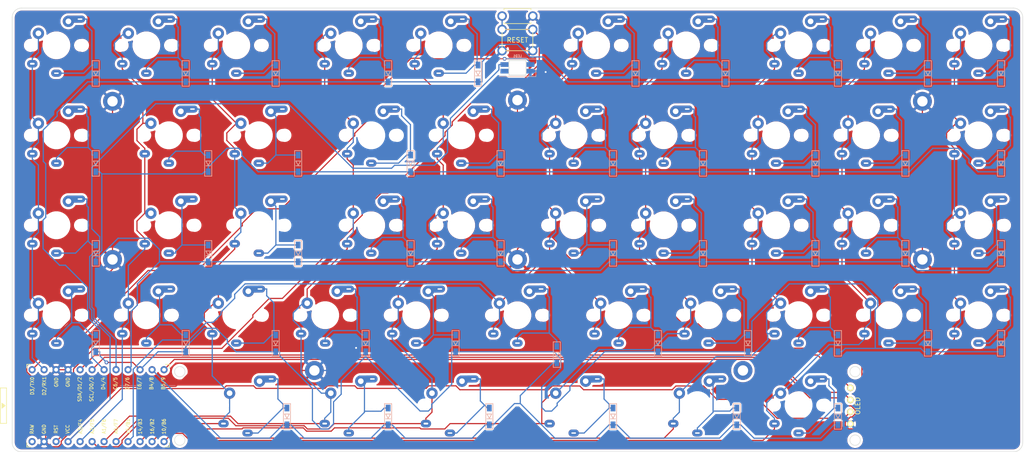
<source format=kicad_pcb>
(kicad_pcb (version 20171130) (host pcbnew "(5.1.9)-1")
  (title_block (title YUIOP47) (date 2021-01-26) (rev 2) (company KaoriYa))
  (layers (0 F.Cu signal) (31 B.Cu signal) (34 B.Paste user) (35 F.Paste user) (36 B.SilkS user) (37 F.SilkS user) (38 B.Mask user) (39 F.Mask user) (44 Edge.Cuts user))
  (net 0 "")
  (net 1 /ROW1)
  (net 2 "Net-(D1-Pad2)")
  (net 3 "Net-(D2-Pad2)")
  (net 4 "Net-(D3-Pad2)")
  (net 5 "Net-(D4-Pad2)")
  (net 6 "Net-(D5-Pad2)")
  (net 7 "Net-(D6-Pad2)")
  (net 8 "Net-(D7-Pad2)")
  (net 9 "Net-(D8-Pad2)")
  (net 10 "Net-(D9-Pad2)")
  (net 11 "Net-(D10-Pad2)")
  (net 12 /ROW2)
  (net 13 "Net-(D11-Pad2)")
  (net 14 "Net-(D12-Pad2)")
  (net 15 "Net-(D13-Pad2)")
  (net 16 "Net-(D14-Pad2)")
  (net 17 "Net-(D15-Pad2)")
  (net 18 "Net-(D16-Pad2)")
  (net 19 "Net-(D17-Pad2)")
  (net 20 "Net-(D18-Pad2)")
  (net 21 "Net-(D19-Pad2)")
  (net 22 "Net-(D20-Pad2)")
  (net 23 /ROW3)
  (net 24 "Net-(D21-Pad2)")
  (net 25 "Net-(D22-Pad2)")
  (net 26 "Net-(D23-Pad2)")
  (net 27 "Net-(D24-Pad2)")
  (net 28 "Net-(D25-Pad2)")
  (net 29 "Net-(D26-Pad2)")
  (net 30 "Net-(D27-Pad2)")
  (net 31 "Net-(D28-Pad2)")
  (net 32 "Net-(D29-Pad2)")
  (net 33 "Net-(D30-Pad2)")
  (net 34 /ROW4)
  (net 35 "Net-(D31-Pad2)")
  (net 36 "Net-(D32-Pad2)")
  (net 37 "Net-(D33-Pad2)")
  (net 38 "Net-(D34-Pad2)")
  (net 39 "Net-(D35-Pad2)")
  (net 40 "Net-(D36-Pad2)")
  (net 41 "Net-(D37-Pad2)")
  (net 42 "Net-(D38-Pad2)")
  (net 43 "Net-(D39-Pad2)")
  (net 44 "Net-(D40-Pad2)")
  (net 45 /ROW5)
  (net 46 "Net-(D41-Pad2)")
  (net 47 "Net-(D42-Pad2)")
  (net 48 "Net-(D43-Pad2)")
  (net 49 "Net-(D44-Pad2)")
  (net 50 "Net-(D45-Pad2)")
  (net 51 "Net-(D46-Pad2)")
  (net 52 "Net-(D47-Pad2)")
  (net 53 VCC)
  (net 54 /LED)
  (net 55 /LEDs/DOUT)
  (net 56 GND)
  (net 57 /SDA)
  (net 58 /SDL)
  (net 59 /COL1)
  (net 60 /COL2)
  (net 61 /COL3)
  (net 62 /COL4)
  (net 63 /COL5)
  (net 64 /COL6)
  (net 65 /COL7)
  (net 66 /COL8)
  (net 67 /COL9)
  (net 68 /COL10)
  (net 69 /RST)
  (net 70 "Net-(U1-Pad24)")
  (module yuiop:Hole_2.2_4 (layer F.Cu) (at 235.75 117.25)
    (fp_text reference HOLE8 hide)
    (fp_text value Hole_2.2_4 hide)
    (pad "" thru_hole circle (at 0 0) (size 4 4) (drill 2.2) (layers *.Cu B.Mask) (net 56 GND))
  )
  (module yuiop:Hole_2.2_4 (layer F.Cu) (at 64.25 117.25)
    (fp_text reference HOLE7 hide)
    (fp_text value Hole_2.2_4 hide)
    (pad "" thru_hole circle (at 0 0) (size 4 4) (drill 2.2) (layers *.Cu B.Mask) (net 56 GND))
  )
  (module yuiop:Hole_2.2_4 (layer F.Cu) (at 197.75 140.75)
    (fp_text reference HOLE6 hide)
    (fp_text value Hole_2.2_4 hide)
    (pad GND thru_hole circle (at 0 0) (size 4 4) (drill 2.2) (layers *.Cu B.Mask))
  )
  (module yuiop:Hole_2.2_4 (layer F.Cu) (at 107 140.75)
    (fp_text reference HOLE4 hide)
    (fp_text value Hole_2.2_4 hide)
    (pad "" thru_hole circle (at 0 0) (size 4 4) (drill 2.2) (layers *.Cu B.Mask) (net 56 GND))
  )
  (module yuiop:Hole_2.2_4 (layer F.Cu) (at 150 117.25)
    (fp_text reference HOLE5 hide)
    (fp_text value Hole_2.2_4 hide)
    (pad "" thru_hole circle (at 0 0) (size 4 4) (drill 2.2) (layers *.Cu B.Mask) (net 56 GND))
  )
  (module yuiop:Hole_2.2_4 (layer F.Cu) (at 150 83.5)
    (fp_text reference HOLE2 hide)
    (fp_text value Hole_2.2_4 hide)
    (pad "" thru_hole circle (at 0 0) (size 4 4) (drill 2.2) (layers *.Cu B.Mask) (net 56 GND))
  )
  (module yuiop:Hole_2.2_4 (layer F.Cu) (at 235.75 83.75)
    (fp_text reference HOLE3 hide)
    (fp_text value Hole_2.2_4 hide)
    (pad "" thru_hole circle (at 0 0) (size 4 4) (drill 2.2) (layers *.Cu B.Mask) (net 56 GND))
  )
  (module yuiop:Hole_2.2_4 (layer F.Cu) (at 64.25 83.75)
    (fp_text reference HOLE1 hide)
    (fp_text value Hole_2.2_4 hide)
    (pad "" thru_hole circle (at 0 0) (size 4 4) (drill 2.2) (layers *.Cu B.Mask) (net 56 GND))
  )
  (module yuiop:ResetSW_4_1side (layer F.Cu) (at 150 70.7888)
    (fp_text reference SW_RST1 hide)
    (fp_text value SW_PUSH)
    (fp_text user RESET (at 0 0) (layer F.SilkS))
    (pad 1 thru_hole circle (at 3.25 -2.25) (size 2 2) (drill 1.3) (layers *.Cu B.Mask) (net 69 /RST))
    (pad 1 thru_hole circle (at -3.25 -2.25) (size 2 2) (drill 1.3) (layers *.Cu B.Mask) (net 69 /RST))
    (pad 2 thru_hole circle (at 3.25 2.25) (size 2 2) (drill 1.3) (layers *.Cu B.Mask) (net 56 GND))
    (pad 2 thru_hole circle (at -3.25 2.25) (size 2 2) (drill 1.3) (layers *.Cu B.Mask) (net 56 GND))
  )
  (module yuiop:D3_SMD_v2_B (layer F.Cu) (at 60.7031 77.8531 270)
    (fp_text reference D1 hide)
    (fp_text value D hide)
    (pad 1 smd rect (at 1.775 0 90) (size 1.4 1) (layers B.Cu B.Paste B.Mask) (net 1 /ROW1))
    (pad 2 smd rect (at -1.775 0 90) (size 1.4 1) (layers B.Cu B.Paste B.Mask) (net 2 "Net-(D1-Pad2)"))
  )
  (module yuiop:D3_SMD_v2_B (layer F.Cu) (at 79.7531 77.8531 270)
    (fp_text reference D2 hide)
    (fp_text value D hide)
    (pad 2 smd rect (at -1.775 0 90) (size 1.4 1) (layers B.Cu B.Paste B.Mask) (net 3 "Net-(D2-Pad2)"))
    (pad 1 smd rect (at 1.775 0 90) (size 1.4 1) (layers B.Cu B.Paste B.Mask) (net 1 /ROW1))
  )
  (module yuiop:D3_SMD_v2_B (layer F.Cu) (at 98.8031 77.8531 270)
    (fp_text reference D3 hide)
    (fp_text value D hide)
    (pad 1 smd rect (at 1.775 0 90) (size 1.4 1) (layers B.Cu B.Paste B.Mask) (net 1 /ROW1))
    (pad 2 smd rect (at -1.775 0 90) (size 1.4 1) (layers B.Cu B.Paste B.Mask) (net 4 "Net-(D3-Pad2)"))
  )
  (module yuiop:D3_SMD_v2_B (layer F.Cu) (at 122.616 77.8531 270)
    (fp_text reference D4 hide)
    (fp_text value D hide)
    (pad 2 smd rect (at -1.775 0 90) (size 1.4 1) (layers B.Cu B.Paste B.Mask) (net 5 "Net-(D4-Pad2)"))
    (pad 1 smd rect (at 1.775 0 90) (size 1.4 1) (layers B.Cu B.Paste B.Mask) (net 1 /ROW1))
  )
  (module yuiop:D3_SMD_v2_B (layer F.Cu) (at 141.666 77.8531 270)
    (fp_text reference D5 hide)
    (fp_text value D hide)
    (pad 1 smd rect (at 1.775 0 90) (size 1.4 1) (layers B.Cu B.Paste B.Mask) (net 1 /ROW1))
    (pad 2 smd rect (at -1.775 0 90) (size 1.4 1) (layers B.Cu B.Paste B.Mask) (net 6 "Net-(D5-Pad2)"))
  )
  (module yuiop:D3_SMD_v2_B (layer F.Cu) (at 175.003 77.8531 270)
    (fp_text reference D6 hide)
    (fp_text value D hide)
    (pad 2 smd rect (at -1.775 0 90) (size 1.4 1) (layers B.Cu B.Paste B.Mask) (net 7 "Net-(D6-Pad2)"))
    (pad 1 smd rect (at 1.775 0 90) (size 1.4 1) (layers B.Cu B.Paste B.Mask) (net 1 /ROW1))
  )
  (module yuiop:D3_SMD_v2_B (layer F.Cu) (at 194.053 77.8531 270)
    (fp_text reference D7 hide)
    (fp_text value D hide)
    (pad 1 smd rect (at 1.775 0 90) (size 1.4 1) (layers B.Cu B.Paste B.Mask) (net 1 /ROW1))
    (pad 2 smd rect (at -1.775 0 90) (size 1.4 1) (layers B.Cu B.Paste B.Mask) (net 8 "Net-(D7-Pad2)"))
  )
  (module yuiop:D3_SMD_v2_B (layer F.Cu) (at 217.866 77.8531 270)
    (fp_text reference D8 hide)
    (fp_text value D hide)
    (pad 2 smd rect (at -1.775 0 90) (size 1.4 1) (layers B.Cu B.Paste B.Mask) (net 9 "Net-(D8-Pad2)"))
    (pad 1 smd rect (at 1.775 0 90) (size 1.4 1) (layers B.Cu B.Paste B.Mask) (net 1 /ROW1))
  )
  (module yuiop:D3_SMD_v2_B (layer F.Cu) (at 236.916 77.8531 270)
    (fp_text reference D9 hide)
    (fp_text value D hide)
    (pad 1 smd rect (at 1.775 0 90) (size 1.4 1) (layers B.Cu B.Paste B.Mask) (net 1 /ROW1))
    (pad 2 smd rect (at -1.775 0 90) (size 1.4 1) (layers B.Cu B.Paste B.Mask) (net 10 "Net-(D9-Pad2)"))
  )
  (module yuiop:D3_SMD_v2_B (layer F.Cu) (at 252.394 77.8531 270)
    (fp_text reference D10 hide)
    (fp_text value D hide)
    (pad 2 smd rect (at -1.775 0 90) (size 1.4 1) (layers B.Cu B.Paste B.Mask) (net 11 "Net-(D10-Pad2)"))
    (pad 1 smd rect (at 1.775 0 90) (size 1.4 1) (layers B.Cu B.Paste B.Mask) (net 1 /ROW1))
  )
  (module yuiop:D3_SMD_v2_B (layer F.Cu) (at 60.7031 96.9031 270)
    (fp_text reference D11 hide)
    (fp_text value D hide)
    (pad 1 smd rect (at 1.775 0 90) (size 1.4 1) (layers B.Cu B.Paste B.Mask) (net 12 /ROW2))
    (pad 2 smd rect (at -1.775 0 90) (size 1.4 1) (layers B.Cu B.Paste B.Mask) (net 13 "Net-(D11-Pad2)"))
  )
  (module yuiop:D3_SMD_v2_B (layer F.Cu) (at 84.5156 96.9031 270)
    (fp_text reference D12 hide)
    (fp_text value D hide)
    (pad 2 smd rect (at -1.775 0 90) (size 1.4 1) (layers B.Cu B.Paste B.Mask) (net 14 "Net-(D12-Pad2)"))
    (pad 1 smd rect (at 1.775 0 90) (size 1.4 1) (layers B.Cu B.Paste B.Mask) (net 12 /ROW2))
  )
  (module yuiop:D3_SMD_v2_B (layer F.Cu) (at 103.566 96.9031 270)
    (fp_text reference D13 hide)
    (fp_text value D hide)
    (pad 1 smd rect (at 1.775 0 90) (size 1.4 1) (layers B.Cu B.Paste B.Mask) (net 12 /ROW2))
    (pad 2 smd rect (at -1.775 0 90) (size 1.4 1) (layers B.Cu B.Paste B.Mask) (net 15 "Net-(D13-Pad2)"))
  )
  (module yuiop:D3_SMD_v2_B (layer F.Cu) (at 127.378 96.9031 270)
    (fp_text reference D14 hide)
    (fp_text value D hide)
    (pad 2 smd rect (at -1.775 0 90) (size 1.4 1) (layers B.Cu B.Paste B.Mask) (net 16 "Net-(D14-Pad2)"))
    (pad 1 smd rect (at 1.775 0 90) (size 1.4 1) (layers B.Cu B.Paste B.Mask) (net 12 /ROW2))
  )
  (module yuiop:D3_SMD_v2_B (layer F.Cu) (at 146.428 96.9031 270)
    (fp_text reference D15 hide)
    (fp_text value D hide)
    (pad 1 smd rect (at 1.775 0 90) (size 1.4 1) (layers B.Cu B.Paste B.Mask) (net 12 /ROW2))
    (pad 2 smd rect (at -1.775 0 90) (size 1.4 1) (layers B.Cu B.Paste B.Mask) (net 17 "Net-(D15-Pad2)"))
  )
  (module yuiop:D3_SMD_v2_B (layer F.Cu) (at 170.241 96.9031 270)
    (fp_text reference D16 hide)
    (fp_text value D hide)
    (pad 1 smd rect (at 1.775 0 90) (size 1.4 1) (layers B.Cu B.Paste B.Mask) (net 12 /ROW2))
    (pad 2 smd rect (at -1.775 0 90) (size 1.4 1) (layers B.Cu B.Paste B.Mask) (net 18 "Net-(D16-Pad2)"))
  )
  (module yuiop:D3_SMD_v2_B (layer F.Cu) (at 189.291 96.9031 270)
    (fp_text reference D17 hide)
    (fp_text value D hide)
    (pad 2 smd rect (at -1.775 0 90) (size 1.4 1) (layers B.Cu B.Paste B.Mask) (net 19 "Net-(D17-Pad2)"))
    (pad 1 smd rect (at 1.775 0 90) (size 1.4 1) (layers B.Cu B.Paste B.Mask) (net 12 /ROW2))
  )
  (module yuiop:D3_SMD_v2_B (layer F.Cu) (at 213.103 96.9031 270)
    (fp_text reference D18 hide)
    (fp_text value D hide)
    (pad 2 smd rect (at -1.775 0 90) (size 1.4 1) (layers B.Cu B.Paste B.Mask) (net 20 "Net-(D18-Pad2)"))
    (pad 1 smd rect (at 1.775 0 90) (size 1.4 1) (layers B.Cu B.Paste B.Mask) (net 12 /ROW2))
  )
  (module yuiop:D3_SMD_v2_B (layer F.Cu) (at 232.153 96.9031 270)
    (fp_text reference D19 hide)
    (fp_text value D hide)
    (pad 1 smd rect (at 1.775 0 90) (size 1.4 1) (layers B.Cu B.Paste B.Mask) (net 12 /ROW2))
    (pad 2 smd rect (at -1.775 0 90) (size 1.4 1) (layers B.Cu B.Paste B.Mask) (net 21 "Net-(D19-Pad2)"))
  )
  (module yuiop:D3_SMD_v2_B (layer F.Cu) (at 252.394 96.9031 270)
    (fp_text reference D20 hide)
    (fp_text value D hide)
    (pad 2 smd rect (at -1.775 0 90) (size 1.4 1) (layers B.Cu B.Paste B.Mask) (net 22 "Net-(D20-Pad2)"))
    (pad 1 smd rect (at 1.775 0 90) (size 1.4 1) (layers B.Cu B.Paste B.Mask) (net 12 /ROW2))
  )
  (module yuiop:D3_SMD_v2_B (layer F.Cu) (at 60.7031 115.953 270)
    (fp_text reference D21 hide)
    (fp_text value D hide)
    (pad 1 smd rect (at 1.775 0 90) (size 1.4 1) (layers B.Cu B.Paste B.Mask) (net 23 /ROW3))
    (pad 2 smd rect (at -1.775 0 90) (size 1.4 1) (layers B.Cu B.Paste B.Mask) (net 24 "Net-(D21-Pad2)"))
  )
  (module yuiop:D3_SMD_v2_B (layer F.Cu) (at 84.5156 115.953 270)
    (fp_text reference D22 hide)
    (fp_text value D hide)
    (pad 2 smd rect (at -1.775 0 90) (size 1.4 1) (layers B.Cu B.Paste B.Mask) (net 25 "Net-(D22-Pad2)"))
    (pad 1 smd rect (at 1.775 0 90) (size 1.4 1) (layers B.Cu B.Paste B.Mask) (net 23 /ROW3))
  )
  (module yuiop:D3_SMD_v2_B (layer F.Cu) (at 103.566 115.953 270)
    (fp_text reference D23 hide)
    (fp_text value D hide)
    (pad 1 smd rect (at 1.775 0 90) (size 1.4 1) (layers B.Cu B.Paste B.Mask) (net 23 /ROW3))
    (pad 2 smd rect (at -1.775 0 90) (size 1.4 1) (layers B.Cu B.Paste B.Mask) (net 26 "Net-(D23-Pad2)"))
  )
  (module yuiop:D3_SMD_v2_B (layer F.Cu) (at 127.378 115.953 270)
    (fp_text reference D24 hide)
    (fp_text value D hide)
    (pad 1 smd rect (at 1.775 0 90) (size 1.4 1) (layers B.Cu B.Paste B.Mask) (net 23 /ROW3))
    (pad 2 smd rect (at -1.775 0 90) (size 1.4 1) (layers B.Cu B.Paste B.Mask) (net 27 "Net-(D24-Pad2)"))
  )
  (module yuiop:D3_SMD_v2_B (layer F.Cu) (at 146.428 115.953 270)
    (fp_text reference D25 hide)
    (fp_text value D hide)
    (pad 2 smd rect (at -1.775 0 90) (size 1.4 1) (layers B.Cu B.Paste B.Mask) (net 28 "Net-(D25-Pad2)"))
    (pad 1 smd rect (at 1.775 0 90) (size 1.4 1) (layers B.Cu B.Paste B.Mask) (net 23 /ROW3))
  )
  (module yuiop:D3_SMD_v2_B (layer F.Cu) (at 170.241 115.953 270)
    (fp_text reference D26 hide)
    (fp_text value D hide)
    (pad 1 smd rect (at 1.775 0 90) (size 1.4 1) (layers B.Cu B.Paste B.Mask) (net 23 /ROW3))
    (pad 2 smd rect (at -1.775 0 90) (size 1.4 1) (layers B.Cu B.Paste B.Mask) (net 29 "Net-(D26-Pad2)"))
  )
  (module yuiop:D3_SMD_v2_B (layer F.Cu) (at 189.291 115.953 270)
    (fp_text reference D27 hide)
    (fp_text value D hide)
    (pad 2 smd rect (at -1.775 0 90) (size 1.4 1) (layers B.Cu B.Paste B.Mask) (net 30 "Net-(D27-Pad2)"))
    (pad 1 smd rect (at 1.775 0 90) (size 1.4 1) (layers B.Cu B.Paste B.Mask) (net 23 /ROW3))
  )
  (module yuiop:D3_SMD_v2_B (layer F.Cu) (at 213.103 115.953 270)
    (fp_text reference D28 hide)
    (fp_text value D hide)
    (pad 1 smd rect (at 1.775 0 90) (size 1.4 1) (layers B.Cu B.Paste B.Mask) (net 23 /ROW3))
    (pad 2 smd rect (at -1.775 0 90) (size 1.4 1) (layers B.Cu B.Paste B.Mask) (net 31 "Net-(D28-Pad2)"))
  )
  (module yuiop:D3_SMD_v2_B (layer F.Cu) (at 232.153 115.953 270)
    (fp_text reference D29 hide)
    (fp_text value D hide)
    (pad 2 smd rect (at -1.775 0 90) (size 1.4 1) (layers B.Cu B.Paste B.Mask) (net 32 "Net-(D29-Pad2)"))
    (pad 1 smd rect (at 1.775 0 90) (size 1.4 1) (layers B.Cu B.Paste B.Mask) (net 23 /ROW3))
  )
  (module yuiop:D3_SMD_v2_B (layer F.Cu) (at 252.394 115.953 270)
    (fp_text reference D30 hide)
    (fp_text value D hide)
    (pad 2 smd rect (at -1.775 0 90) (size 1.4 1) (layers B.Cu B.Paste B.Mask) (net 33 "Net-(D30-Pad2)"))
    (pad 1 smd rect (at 1.775 0 90) (size 1.4 1) (layers B.Cu B.Paste B.Mask) (net 23 /ROW3))
  )
  (module yuiop:D3_SMD_v2_B (layer F.Cu) (at 60.7031 135.003 270)
    (fp_text reference D31 hide)
    (fp_text value D hide)
    (pad 1 smd rect (at 1.775 0 90) (size 1.4 1) (layers B.Cu B.Paste B.Mask) (net 34 /ROW4))
    (pad 2 smd rect (at -1.775 0 90) (size 1.4 1) (layers B.Cu B.Paste B.Mask) (net 35 "Net-(D31-Pad2)"))
  )
  (module yuiop:D3_SMD_v2_B (layer F.Cu) (at 79.7531 135.003 270)
    (fp_text reference D32 hide)
    (fp_text value D hide)
    (pad 2 smd rect (at -1.775 0 90) (size 1.4 1) (layers B.Cu B.Paste B.Mask) (net 36 "Net-(D32-Pad2)"))
    (pad 1 smd rect (at 1.775 0 90) (size 1.4 1) (layers B.Cu B.Paste B.Mask) (net 34 /ROW4))
  )
  (module yuiop:D3_SMD_v2_B (layer F.Cu) (at 98.8031 135.003 270)
    (fp_text reference D33 hide)
    (fp_text value D hide)
    (pad 1 smd rect (at 1.775 0 90) (size 1.4 1) (layers B.Cu B.Paste B.Mask) (net 34 /ROW4))
    (pad 2 smd rect (at -1.775 0 90) (size 1.4 1) (layers B.Cu B.Paste B.Mask) (net 37 "Net-(D33-Pad2)"))
  )
  (module yuiop:D3_SMD_v2_B (layer F.Cu) (at 117.853 135.003 270)
    (fp_text reference D34 hide)
    (fp_text value D hide)
    (pad 2 smd rect (at -1.775 0 90) (size 1.4 1) (layers B.Cu B.Paste B.Mask) (net 38 "Net-(D34-Pad2)"))
    (pad 1 smd rect (at 1.775 0 90) (size 1.4 1) (layers B.Cu B.Paste B.Mask) (net 34 /ROW4))
  )
  (module yuiop:D3_SMD_v2_B (layer F.Cu) (at 136.903 135.003 270)
    (fp_text reference D35 hide)
    (fp_text value D hide)
    (pad 2 smd rect (at -1.775 0 90) (size 1.4 1) (layers B.Cu B.Paste B.Mask) (net 39 "Net-(D35-Pad2)"))
    (pad 1 smd rect (at 1.775 0 90) (size 1.4 1) (layers B.Cu B.Paste B.Mask) (net 34 /ROW4))
  )
  (module yuiop:D3_SMD_v2_B (layer F.Cu) (at 179.766 135.003 270)
    (fp_text reference D36 hide)
    (fp_text value D hide)
    (pad 2 smd rect (at -1.775 0 90) (size 1.4 1) (layers B.Cu B.Paste B.Mask) (net 40 "Net-(D36-Pad2)"))
    (pad 1 smd rect (at 1.775 0 90) (size 1.4 1) (layers B.Cu B.Paste B.Mask) (net 34 /ROW4))
  )
  (module yuiop:D3_SMD_v2_B (layer F.Cu) (at 198.816 135.003 270)
    (fp_text reference D37 hide)
    (fp_text value D hide)
    (pad 2 smd rect (at -1.775 0 90) (size 1.4 1) (layers B.Cu B.Paste B.Mask) (net 41 "Net-(D37-Pad2)"))
    (pad 1 smd rect (at 1.775 0 90) (size 1.4 1) (layers B.Cu B.Paste B.Mask) (net 34 /ROW4))
  )
  (module yuiop:D3_SMD_v2_B (layer F.Cu) (at 217.866 135.003 270)
    (fp_text reference D38 hide)
    (fp_text value D hide)
    (pad 2 smd rect (at -1.775 0 90) (size 1.4 1) (layers B.Cu B.Paste B.Mask) (net 42 "Net-(D38-Pad2)"))
    (pad 1 smd rect (at 1.775 0 90) (size 1.4 1) (layers B.Cu B.Paste B.Mask) (net 34 /ROW4))
  )
  (module yuiop:D3_SMD_v2_B (layer F.Cu) (at 236.916 135.003 270)
    (fp_text reference D39 hide)
    (fp_text value D hide)
    (pad 2 smd rect (at -1.775 0 90) (size 1.4 1) (layers B.Cu B.Paste B.Mask) (net 43 "Net-(D39-Pad2)"))
    (pad 1 smd rect (at 1.775 0 90) (size 1.4 1) (layers B.Cu B.Paste B.Mask) (net 34 /ROW4))
  )
  (module yuiop:D3_SMD_v2_B (layer F.Cu) (at 252.394 135.003 270)
    (fp_text reference D40 hide)
    (fp_text value D hide)
    (pad 1 smd rect (at 1.775 0 90) (size 1.4 1) (layers B.Cu B.Paste B.Mask) (net 34 /ROW4))
    (pad 2 smd rect (at -1.775 0 90) (size 1.4 1) (layers B.Cu B.Paste B.Mask) (net 44 "Net-(D40-Pad2)"))
  )
  (module yuiop:D3_SMD_v2_B (layer F.Cu) (at 101.184 150.481 270)
    (fp_text reference D41 hide)
    (fp_text value D hide)
    (pad 1 smd rect (at 1.775 0 90) (size 1.4 1) (layers B.Cu B.Paste B.Mask) (net 45 /ROW5))
    (pad 2 smd rect (at -1.775 0 90) (size 1.4 1) (layers B.Cu B.Paste B.Mask) (net 46 "Net-(D41-Pad2)"))
  )
  (module yuiop:D3_SMD_v2_B (layer F.Cu) (at 122.616 150.481 270)
    (fp_text reference D42 hide)
    (fp_text value D hide)
    (pad 1 smd rect (at 1.775 0 90) (size 1.4 1) (layers B.Cu B.Paste B.Mask) (net 45 /ROW5))
    (pad 2 smd rect (at -1.775 0 90) (size 1.4 1) (layers B.Cu B.Paste B.Mask) (net 47 "Net-(D42-Pad2)"))
  )
  (module yuiop:D3_SMD_v2_B (layer F.Cu) (at 144.047 150.481 270)
    (fp_text reference D43 hide)
    (fp_text value D hide)
    (pad 1 smd rect (at 1.775 0 90) (size 1.4 1) (layers B.Cu B.Paste B.Mask) (net 45 /ROW5))
    (pad 2 smd rect (at -1.775 0 90) (size 1.4 1) (layers B.Cu B.Paste B.Mask) (net 48 "Net-(D43-Pad2)"))
  )
  (module yuiop:D3_SMD_v2_B (layer F.Cu) (at 158.334 137.384 270)
    (fp_text reference D44 hide)
    (fp_text value D hide)
    (pad 1 smd rect (at 1.775 0 90) (size 1.4 1) (layers B.Cu B.Paste B.Mask) (net 45 /ROW5))
    (pad 2 smd rect (at -1.775 0 90) (size 1.4 1) (layers B.Cu B.Paste B.Mask) (net 49 "Net-(D44-Pad2)"))
  )
  (module yuiop:D3_SMD_v2_B (layer F.Cu) (at 170.241 150.481 270)
    (fp_text reference D45 hide)
    (fp_text value D hide)
    (pad 1 smd rect (at 1.775 0 90) (size 1.4 1) (layers B.Cu B.Paste B.Mask) (net 45 /ROW5))
    (pad 2 smd rect (at -1.775 0 90) (size 1.4 1) (layers B.Cu B.Paste B.Mask) (net 50 "Net-(D45-Pad2)"))
  )
  (module yuiop:D3_SMD_v2_B (layer F.Cu) (at 196.434 150.481 270)
    (fp_text reference D46 hide)
    (fp_text value D hide)
    (pad 1 smd rect (at 1.775 0 90) (size 1.4 1) (layers B.Cu B.Paste B.Mask) (net 45 /ROW5))
    (pad 2 smd rect (at -1.775 0 90) (size 1.4 1) (layers B.Cu B.Paste B.Mask) (net 51 "Net-(D46-Pad2)"))
  )
  (module yuiop:D3_SMD_v2_B (layer F.Cu) (at 217.866 150.481 270)
    (fp_text reference D47 hide)
    (fp_text value D hide)
    (pad 2 smd rect (at -1.775 0 90) (size 1.4 1) (layers B.Cu B.Paste B.Mask) (net 52 "Net-(D47-Pad2)"))
    (pad 1 smd rect (at 1.775 0 90) (size 1.4 1) (layers B.Cu B.Paste B.Mask) (net 45 /ROW5))
  )
  (module yuiop:SK6812MINI-E_B (layer F.Cu) (at 150 76.6625)
    (fp_text reference LED1 (at 0 -2.5 180) (layer B.SilkS) (effects (font (size 0.5 0.5) (thickness 0.125)) (justify mirror)))
    (fp_text value YS-SK6812MINI-E hide)
    (fp_line (start 1.8 1.55) (end -1.8 1.55) (layer Edge.Cuts) (width 0.12))
    (fp_line (start -1.8 1.55) (end -1.8 -1.55) (layer Edge.Cuts) (width 0.12))
    (fp_line (start -1.8 -1.55) (end 1.8 -1.55) (layer Edge.Cuts) (width 0.12))
    (fp_line (start 1.8 -1.55) (end 1.8 1.55) (layer Edge.Cuts) (width 0.12))
    (pad 3 smd rect (at 2.75 0.7 180) (size 1.7 1) (layers B.Cu B.Paste B.Mask) (net 56 GND))
    (pad 4 smd rect (at 2.75 -0.7 180) (size 1.7 1) (layers B.Cu B.Paste B.Mask) (net 54 /LED))
    (pad 2 smd rect (at -2.75 0.7 180) (size 1.7 1) (layers B.Cu B.Paste B.Mask) (net 55 /LEDs/DOUT))
    (pad 1 smd rect (at -2.75 -0.7 180) (size 1.7 1) (layers B.Cu B.Paste B.Mask) (net 53 VCC))
  )
  (module kbd:OLED_v2 (layer F.Cu) (at 220.5 148.25 270)
    (fp_text reference OL1)
    (fp_text value OLED hide)
    (fp_text user OLED (at 0 -1.55 90) (layer F.SilkS))
    (pad 1 thru_hole circle (at -3.81 0 270) (size 1.397 1.397) (drill 0.8128) (layers *.Cu F.SilkS B.Mask) (net 57 /SDA))
    (pad 2 thru_hole circle (at -1.27 0 270) (size 1.397 1.397) (drill 0.8128) (layers *.Cu F.SilkS B.Mask) (net 58 /SDL))
    (pad 3 thru_hole circle (at 1.27 0 270) (size 1.397 1.397) (drill 0.8128) (layers *.Cu F.SilkS B.Mask) (net 53 VCC))
    (pad 4 thru_hole circle (at 3.81 0 270) (size 1.397 1.397) (drill 0.8128) (layers *.Cu F.SilkS B.Mask) (net 56 GND))
  )
  (module yuiop:Switch_CherryMXChoc_1.00u (layer F.Cu) (at 52.3688 71.9)
    (fp_text reference SW1 hide)
    (fp_text value SW_PUSH hide)
    (pad 2 thru_hole circle (at 2.54 -5.08) (size 2.4 2.4) (drill 1.2) (layers *.Cu B.Mask) (net 2 "Net-(D1-Pad2)"))
    (pad 2 thru_hole oval (at 5 -5.55 0.5) (size 4.4 1.5) (drill oval 1 0.3 (offset -1.1 0)) (layers *.Cu B.Mask) (net 2 "Net-(D1-Pad2)"))
    (pad 1 thru_hole oval (at -5.1 3.9) (size 2.2 1.6) (drill oval 1 0.4) (layers *.Cu B.Mask) (net 59 /COL1))
    (pad "" np_thru_hole circle (at 0 0 90) (size 4.9 4.9) (drill 4.9) (layers *.Cu *.Mask))
    (pad "" np_thru_hole circle (at -5.5 0 90) (size 1.8 1.8) (drill 1.8) (layers *.Cu *.Mask))
    (pad "" np_thru_hole circle (at 5.5 0 90) (size 1.8 1.8) (drill 1.8) (layers *.Cu *.Mask))
    (pad 2 thru_hole oval (at 0 5.9) (size 2.2 1.5) (drill oval 1 0.3) (layers *.Cu B.Mask) (net 2 "Net-(D1-Pad2)"))
    (pad 1 thru_hole circle (at -3.81 -2.54) (size 2.4 2.4) (drill 1.2) (layers *.Cu B.Mask) (net 59 /COL1))
    (pad "" np_thru_hole circle (at 5.08 0) (size 1.7 1.7) (drill 1.7) (layers *.Cu *.Mask))
    (pad "" np_thru_hole circle (at -5.08 0) (size 1.7 1.7) (drill 1.7) (layers *.Cu *.Mask))
  )
  (module yuiop:Switch_CherryMXChoc_1.00u (layer F.Cu) (at 71.4188 71.9)
    (fp_text reference SW2 hide)
    (fp_text value SW_PUSH hide)
    (pad "" np_thru_hole circle (at -5.08 0) (size 1.7 1.7) (drill 1.7) (layers *.Cu *.Mask))
    (pad "" np_thru_hole circle (at 5.08 0) (size 1.7 1.7) (drill 1.7) (layers *.Cu *.Mask))
    (pad 1 thru_hole circle (at -3.81 -2.54) (size 2.4 2.4) (drill 1.2) (layers *.Cu B.Mask) (net 60 /COL2))
    (pad 2 thru_hole oval (at 0 5.9) (size 2.2 1.5) (drill oval 1 0.3) (layers *.Cu B.Mask) (net 3 "Net-(D2-Pad2)"))
    (pad "" np_thru_hole circle (at 5.5 0 90) (size 1.8 1.8) (drill 1.8) (layers *.Cu *.Mask))
    (pad "" np_thru_hole circle (at -5.5 0 90) (size 1.8 1.8) (drill 1.8) (layers *.Cu *.Mask))
    (pad "" np_thru_hole circle (at 0 0 90) (size 4.9 4.9) (drill 4.9) (layers *.Cu *.Mask))
    (pad 1 thru_hole oval (at -5.1 3.9) (size 2.2 1.6) (drill oval 1 0.4) (layers *.Cu B.Mask) (net 60 /COL2))
    (pad 2 thru_hole oval (at 5 -5.55 0.5) (size 4.4 1.5) (drill oval 1 0.3 (offset -1.1 0)) (layers *.Cu B.Mask) (net 3 "Net-(D2-Pad2)"))
    (pad 2 thru_hole circle (at 2.54 -5.08) (size 2.4 2.4) (drill 1.2) (layers *.Cu B.Mask) (net 3 "Net-(D2-Pad2)"))
  )
  (module yuiop:Switch_CherryMXChoc_1.00u (layer F.Cu) (at 90.4688 71.9)
    (fp_text reference SW3 hide)
    (fp_text value SW_PUSH hide)
    (pad 2 thru_hole circle (at 2.54 -5.08) (size 2.4 2.4) (drill 1.2) (layers *.Cu B.Mask) (net 4 "Net-(D3-Pad2)"))
    (pad 2 thru_hole oval (at 5 -5.55 0.5) (size 4.4 1.5) (drill oval 1 0.3 (offset -1.1 0)) (layers *.Cu B.Mask) (net 4 "Net-(D3-Pad2)"))
    (pad 1 thru_hole oval (at -5.1 3.9) (size 2.2 1.6) (drill oval 1 0.4) (layers *.Cu B.Mask) (net 61 /COL3))
    (pad "" np_thru_hole circle (at 0 0 90) (size 4.9 4.9) (drill 4.9) (layers *.Cu *.Mask))
    (pad "" np_thru_hole circle (at -5.5 0 90) (size 1.8 1.8) (drill 1.8) (layers *.Cu *.Mask))
    (pad "" np_thru_hole circle (at 5.5 0 90) (size 1.8 1.8) (drill 1.8) (layers *.Cu *.Mask))
    (pad 2 thru_hole oval (at 0 5.9) (size 2.2 1.5) (drill oval 1 0.3) (layers *.Cu B.Mask) (net 4 "Net-(D3-Pad2)"))
    (pad 1 thru_hole circle (at -3.81 -2.54) (size 2.4 2.4) (drill 1.2) (layers *.Cu B.Mask) (net 61 /COL3))
    (pad "" np_thru_hole circle (at 5.08 0) (size 1.7 1.7) (drill 1.7) (layers *.Cu *.Mask))
    (pad "" np_thru_hole circle (at -5.08 0) (size 1.7 1.7) (drill 1.7) (layers *.Cu *.Mask))
  )
  (module yuiop:Switch_CherryMXChoc_1.00u (layer F.Cu) (at 114.281 71.9)
    (fp_text reference SW4 hide)
    (fp_text value SW_PUSH hide)
    (pad "" np_thru_hole circle (at -5.08 0) (size 1.7 1.7) (drill 1.7) (layers *.Cu *.Mask))
    (pad "" np_thru_hole circle (at 5.08 0) (size 1.7 1.7) (drill 1.7) (layers *.Cu *.Mask))
    (pad 1 thru_hole circle (at -3.81 -2.54) (size 2.4 2.4) (drill 1.2) (layers *.Cu B.Mask) (net 62 /COL4))
    (pad 2 thru_hole oval (at 0 5.9) (size 2.2 1.5) (drill oval 1 0.3) (layers *.Cu B.Mask) (net 5 "Net-(D4-Pad2)"))
    (pad "" np_thru_hole circle (at 5.5 0 90) (size 1.8 1.8) (drill 1.8) (layers *.Cu *.Mask))
    (pad "" np_thru_hole circle (at -5.5 0 90) (size 1.8 1.8) (drill 1.8) (layers *.Cu *.Mask))
    (pad "" np_thru_hole circle (at 0 0 90) (size 4.9 4.9) (drill 4.9) (layers *.Cu *.Mask))
    (pad 1 thru_hole oval (at -5.1 3.9) (size 2.2 1.6) (drill oval 1 0.4) (layers *.Cu B.Mask) (net 62 /COL4))
    (pad 2 thru_hole oval (at 5 -5.55 0.5) (size 4.4 1.5) (drill oval 1 0.3 (offset -1.1 0)) (layers *.Cu B.Mask) (net 5 "Net-(D4-Pad2)"))
    (pad 2 thru_hole circle (at 2.54 -5.08) (size 2.4 2.4) (drill 1.2) (layers *.Cu B.Mask) (net 5 "Net-(D4-Pad2)"))
  )
  (module yuiop:Switch_CherryMXChoc_1.00u (layer F.Cu) (at 133.331 71.9)
    (fp_text reference SW5 hide)
    (fp_text value SW_PUSH hide)
    (pad 2 thru_hole circle (at 2.54 -5.08) (size 2.4 2.4) (drill 1.2) (layers *.Cu B.Mask) (net 6 "Net-(D5-Pad2)"))
    (pad 2 thru_hole oval (at 5 -5.55 0.5) (size 4.4 1.5) (drill oval 1 0.3 (offset -1.1 0)) (layers *.Cu B.Mask) (net 6 "Net-(D5-Pad2)"))
    (pad 1 thru_hole oval (at -5.1 3.9) (size 2.2 1.6) (drill oval 1 0.4) (layers *.Cu B.Mask) (net 63 /COL5))
    (pad "" np_thru_hole circle (at 0 0 90) (size 4.9 4.9) (drill 4.9) (layers *.Cu *.Mask))
    (pad "" np_thru_hole circle (at -5.5 0 90) (size 1.8 1.8) (drill 1.8) (layers *.Cu *.Mask))
    (pad "" np_thru_hole circle (at 5.5 0 90) (size 1.8 1.8) (drill 1.8) (layers *.Cu *.Mask))
    (pad 2 thru_hole oval (at 0 5.9) (size 2.2 1.5) (drill oval 1 0.3) (layers *.Cu B.Mask) (net 6 "Net-(D5-Pad2)"))
    (pad 1 thru_hole circle (at -3.81 -2.54) (size 2.4 2.4) (drill 1.2) (layers *.Cu B.Mask) (net 63 /COL5))
    (pad "" np_thru_hole circle (at 5.08 0) (size 1.7 1.7) (drill 1.7) (layers *.Cu *.Mask))
    (pad "" np_thru_hole circle (at -5.08 0) (size 1.7 1.7) (drill 1.7) (layers *.Cu *.Mask))
  )
  (module yuiop:Switch_CherryMXChoc_1.00u (layer F.Cu) (at 166.669 71.9)
    (fp_text reference SW6 hide)
    (fp_text value SW_PUSH hide)
    (pad 2 thru_hole circle (at 2.54 -5.08) (size 2.4 2.4) (drill 1.2) (layers *.Cu B.Mask) (net 7 "Net-(D6-Pad2)"))
    (pad 2 thru_hole oval (at 5 -5.55 0.5) (size 4.4 1.5) (drill oval 1 0.3 (offset -1.1 0)) (layers *.Cu B.Mask) (net 7 "Net-(D6-Pad2)"))
    (pad 1 thru_hole oval (at -5.1 3.9) (size 2.2 1.6) (drill oval 1 0.4) (layers *.Cu B.Mask) (net 64 /COL6))
    (pad "" np_thru_hole circle (at 0 0 90) (size 4.9 4.9) (drill 4.9) (layers *.Cu *.Mask))
    (pad "" np_thru_hole circle (at -5.5 0 90) (size 1.8 1.8) (drill 1.8) (layers *.Cu *.Mask))
    (pad "" np_thru_hole circle (at 5.5 0 90) (size 1.8 1.8) (drill 1.8) (layers *.Cu *.Mask))
    (pad 2 thru_hole oval (at 0 5.9) (size 2.2 1.5) (drill oval 1 0.3) (layers *.Cu B.Mask) (net 7 "Net-(D6-Pad2)"))
    (pad 1 thru_hole circle (at -3.81 -2.54) (size 2.4 2.4) (drill 1.2) (layers *.Cu B.Mask) (net 64 /COL6))
    (pad "" np_thru_hole circle (at 5.08 0) (size 1.7 1.7) (drill 1.7) (layers *.Cu *.Mask))
    (pad "" np_thru_hole circle (at -5.08 0) (size 1.7 1.7) (drill 1.7) (layers *.Cu *.Mask))
  )
  (module yuiop:Switch_CherryMXChoc_1.00u (layer F.Cu) (at 185.719 71.9)
    (fp_text reference SW7 hide)
    (fp_text value SW_PUSH hide)
    (pad "" np_thru_hole circle (at -5.08 0) (size 1.7 1.7) (drill 1.7) (layers *.Cu *.Mask))
    (pad "" np_thru_hole circle (at 5.08 0) (size 1.7 1.7) (drill 1.7) (layers *.Cu *.Mask))
    (pad 1 thru_hole circle (at -3.81 -2.54) (size 2.4 2.4) (drill 1.2) (layers *.Cu B.Mask) (net 65 /COL7))
    (pad 2 thru_hole oval (at 0 5.9) (size 2.2 1.5) (drill oval 1 0.3) (layers *.Cu B.Mask) (net 8 "Net-(D7-Pad2)"))
    (pad "" np_thru_hole circle (at 5.5 0 90) (size 1.8 1.8) (drill 1.8) (layers *.Cu *.Mask))
    (pad "" np_thru_hole circle (at -5.5 0 90) (size 1.8 1.8) (drill 1.8) (layers *.Cu *.Mask))
    (pad "" np_thru_hole circle (at 0 0 90) (size 4.9 4.9) (drill 4.9) (layers *.Cu *.Mask))
    (pad 1 thru_hole oval (at -5.1 3.9) (size 2.2 1.6) (drill oval 1 0.4) (layers *.Cu B.Mask) (net 65 /COL7))
    (pad 2 thru_hole oval (at 5 -5.55 0.5) (size 4.4 1.5) (drill oval 1 0.3 (offset -1.1 0)) (layers *.Cu B.Mask) (net 8 "Net-(D7-Pad2)"))
    (pad 2 thru_hole circle (at 2.54 -5.08) (size 2.4 2.4) (drill 1.2) (layers *.Cu B.Mask) (net 8 "Net-(D7-Pad2)"))
  )
  (module yuiop:Switch_CherryMXChoc_1.00u (layer F.Cu) (at 209.531 71.9)
    (fp_text reference SW8 hide)
    (fp_text value SW_PUSH hide)
    (pad "" np_thru_hole circle (at -5.08 0) (size 1.7 1.7) (drill 1.7) (layers *.Cu *.Mask))
    (pad "" np_thru_hole circle (at 5.08 0) (size 1.7 1.7) (drill 1.7) (layers *.Cu *.Mask))
    (pad 1 thru_hole circle (at -3.81 -2.54) (size 2.4 2.4) (drill 1.2) (layers *.Cu B.Mask) (net 66 /COL8))
    (pad 2 thru_hole oval (at 0 5.9) (size 2.2 1.5) (drill oval 1 0.3) (layers *.Cu B.Mask) (net 9 "Net-(D8-Pad2)"))
    (pad "" np_thru_hole circle (at 5.5 0 90) (size 1.8 1.8) (drill 1.8) (layers *.Cu *.Mask))
    (pad "" np_thru_hole circle (at -5.5 0 90) (size 1.8 1.8) (drill 1.8) (layers *.Cu *.Mask))
    (pad "" np_thru_hole circle (at 0 0 90) (size 4.9 4.9) (drill 4.9) (layers *.Cu *.Mask))
    (pad 1 thru_hole oval (at -5.1 3.9) (size 2.2 1.6) (drill oval 1 0.4) (layers *.Cu B.Mask) (net 66 /COL8))
    (pad 2 thru_hole oval (at 5 -5.55 0.5) (size 4.4 1.5) (drill oval 1 0.3 (offset -1.1 0)) (layers *.Cu B.Mask) (net 9 "Net-(D8-Pad2)"))
    (pad 2 thru_hole circle (at 2.54 -5.08) (size 2.4 2.4) (drill 1.2) (layers *.Cu B.Mask) (net 9 "Net-(D8-Pad2)"))
  )
  (module yuiop:Switch_CherryMXChoc_1.00u (layer F.Cu) (at 228.581 71.9)
    (fp_text reference SW9 hide)
    (fp_text value SW_PUSH hide)
    (pad 2 thru_hole circle (at 2.54 -5.08) (size 2.4 2.4) (drill 1.2) (layers *.Cu B.Mask) (net 10 "Net-(D9-Pad2)"))
    (pad 2 thru_hole oval (at 5 -5.55 0.5) (size 4.4 1.5) (drill oval 1 0.3 (offset -1.1 0)) (layers *.Cu B.Mask) (net 10 "Net-(D9-Pad2)"))
    (pad 1 thru_hole oval (at -5.1 3.9) (size 2.2 1.6) (drill oval 1 0.4) (layers *.Cu B.Mask) (net 67 /COL9))
    (pad "" np_thru_hole circle (at 0 0 90) (size 4.9 4.9) (drill 4.9) (layers *.Cu *.Mask))
    (pad "" np_thru_hole circle (at -5.5 0 90) (size 1.8 1.8) (drill 1.8) (layers *.Cu *.Mask))
    (pad "" np_thru_hole circle (at 5.5 0 90) (size 1.8 1.8) (drill 1.8) (layers *.Cu *.Mask))
    (pad 2 thru_hole oval (at 0 5.9) (size 2.2 1.5) (drill oval 1 0.3) (layers *.Cu B.Mask) (net 10 "Net-(D9-Pad2)"))
    (pad 1 thru_hole circle (at -3.81 -2.54) (size 2.4 2.4) (drill 1.2) (layers *.Cu B.Mask) (net 67 /COL9))
    (pad "" np_thru_hole circle (at 5.08 0) (size 1.7 1.7) (drill 1.7) (layers *.Cu *.Mask))
    (pad "" np_thru_hole circle (at -5.08 0) (size 1.7 1.7) (drill 1.7) (layers *.Cu *.Mask))
  )
  (module yuiop:Switch_CherryMXChoc_1.00u (layer F.Cu) (at 247.631 71.9)
    (fp_text reference SW10 hide)
    (fp_text value SW_PUSH hide)
    (pad "" np_thru_hole circle (at -5.08 0) (size 1.7 1.7) (drill 1.7) (layers *.Cu *.Mask))
    (pad "" np_thru_hole circle (at 5.08 0) (size 1.7 1.7) (drill 1.7) (layers *.Cu *.Mask))
    (pad 1 thru_hole circle (at -3.81 -2.54) (size 2.4 2.4) (drill 1.2) (layers *.Cu B.Mask) (net 68 /COL10))
    (pad 2 thru_hole oval (at 0 5.9) (size 2.2 1.5) (drill oval 1 0.3) (layers *.Cu B.Mask) (net 11 "Net-(D10-Pad2)"))
    (pad "" np_thru_hole circle (at 5.5 0 90) (size 1.8 1.8) (drill 1.8) (layers *.Cu *.Mask))
    (pad "" np_thru_hole circle (at -5.5 0 90) (size 1.8 1.8) (drill 1.8) (layers *.Cu *.Mask))
    (pad "" np_thru_hole circle (at 0 0 90) (size 4.9 4.9) (drill 4.9) (layers *.Cu *.Mask))
    (pad 1 thru_hole oval (at -5.1 3.9) (size 2.2 1.6) (drill oval 1 0.4) (layers *.Cu B.Mask) (net 68 /COL10))
    (pad 2 thru_hole oval (at 5 -5.55 0.5) (size 4.4 1.5) (drill oval 1 0.3 (offset -1.1 0)) (layers *.Cu B.Mask) (net 11 "Net-(D10-Pad2)"))
    (pad 2 thru_hole circle (at 2.54 -5.08) (size 2.4 2.4) (drill 1.2) (layers *.Cu B.Mask) (net 11 "Net-(D10-Pad2)"))
  )
  (module yuiop:Switch_CherryMXChoc_1.00u (layer F.Cu) (at 52.3688 90.95)
    (fp_text reference SW11 hide)
    (fp_text value SW_PUSH hide)
    (pad "" np_thru_hole circle (at -5.08 0) (size 1.7 1.7) (drill 1.7) (layers *.Cu *.Mask))
    (pad "" np_thru_hole circle (at 5.08 0) (size 1.7 1.7) (drill 1.7) (layers *.Cu *.Mask))
    (pad 1 thru_hole circle (at -3.81 -2.54) (size 2.4 2.4) (drill 1.2) (layers *.Cu B.Mask) (net 59 /COL1))
    (pad 2 thru_hole oval (at 0 5.9) (size 2.2 1.5) (drill oval 1 0.3) (layers *.Cu B.Mask) (net 13 "Net-(D11-Pad2)"))
    (pad "" np_thru_hole circle (at 5.5 0 90) (size 1.8 1.8) (drill 1.8) (layers *.Cu *.Mask))
    (pad "" np_thru_hole circle (at -5.5 0 90) (size 1.8 1.8) (drill 1.8) (layers *.Cu *.Mask))
    (pad "" np_thru_hole circle (at 0 0 90) (size 4.9 4.9) (drill 4.9) (layers *.Cu *.Mask))
    (pad 1 thru_hole oval (at -5.1 3.9) (size 2.2 1.6) (drill oval 1 0.4) (layers *.Cu B.Mask) (net 59 /COL1))
    (pad 2 thru_hole oval (at 5 -5.55 0.5) (size 4.4 1.5) (drill oval 1 0.3 (offset -1.1 0)) (layers *.Cu B.Mask) (net 13 "Net-(D11-Pad2)"))
    (pad 2 thru_hole circle (at 2.54 -5.08) (size 2.4 2.4) (drill 1.2) (layers *.Cu B.Mask) (net 13 "Net-(D11-Pad2)"))
  )
  (module yuiop:Switch_CherryMXChoc_1.00u (layer F.Cu) (at 76.1812 90.95)
    (fp_text reference SW12 hide)
    (fp_text value SW_PUSH hide)
    (pad "" np_thru_hole circle (at -5.08 0) (size 1.7 1.7) (drill 1.7) (layers *.Cu *.Mask))
    (pad "" np_thru_hole circle (at 5.08 0) (size 1.7 1.7) (drill 1.7) (layers *.Cu *.Mask))
    (pad 1 thru_hole circle (at -3.81 -2.54) (size 2.4 2.4) (drill 1.2) (layers *.Cu B.Mask) (net 60 /COL2))
    (pad 2 thru_hole oval (at 0 5.9) (size 2.2 1.5) (drill oval 1 0.3) (layers *.Cu B.Mask) (net 14 "Net-(D12-Pad2)"))
    (pad "" np_thru_hole circle (at 5.5 0 90) (size 1.8 1.8) (drill 1.8) (layers *.Cu *.Mask))
    (pad "" np_thru_hole circle (at -5.5 0 90) (size 1.8 1.8) (drill 1.8) (layers *.Cu *.Mask))
    (pad "" np_thru_hole circle (at 0 0 90) (size 4.9 4.9) (drill 4.9) (layers *.Cu *.Mask))
    (pad 1 thru_hole oval (at -5.1 3.9) (size 2.2 1.6) (drill oval 1 0.4) (layers *.Cu B.Mask) (net 60 /COL2))
    (pad 2 thru_hole oval (at 5 -5.55 0.5) (size 4.4 1.5) (drill oval 1 0.3 (offset -1.1 0)) (layers *.Cu B.Mask) (net 14 "Net-(D12-Pad2)"))
    (pad 2 thru_hole circle (at 2.54 -5.08) (size 2.4 2.4) (drill 1.2) (layers *.Cu B.Mask) (net 14 "Net-(D12-Pad2)"))
  )
  (module yuiop:Switch_CherryMXChoc_1.00u (layer F.Cu) (at 95.2312 90.95)
    (fp_text reference SW13 hide)
    (fp_text value SW_PUSH hide)
    (pad 2 thru_hole circle (at 2.54 -5.08) (size 2.4 2.4) (drill 1.2) (layers *.Cu B.Mask) (net 15 "Net-(D13-Pad2)"))
    (pad 2 thru_hole oval (at 5 -5.55 0.5) (size 4.4 1.5) (drill oval 1 0.3 (offset -1.1 0)) (layers *.Cu B.Mask) (net 15 "Net-(D13-Pad2)"))
    (pad 1 thru_hole oval (at -5.1 3.9) (size 2.2 1.6) (drill oval 1 0.4) (layers *.Cu B.Mask) (net 61 /COL3))
    (pad "" np_thru_hole circle (at 0 0 90) (size 4.9 4.9) (drill 4.9) (layers *.Cu *.Mask))
    (pad "" np_thru_hole circle (at -5.5 0 90) (size 1.8 1.8) (drill 1.8) (layers *.Cu *.Mask))
    (pad "" np_thru_hole circle (at 5.5 0 90) (size 1.8 1.8) (drill 1.8) (layers *.Cu *.Mask))
    (pad 2 thru_hole oval (at 0 5.9) (size 2.2 1.5) (drill oval 1 0.3) (layers *.Cu B.Mask) (net 15 "Net-(D13-Pad2)"))
    (pad 1 thru_hole circle (at -3.81 -2.54) (size 2.4 2.4) (drill 1.2) (layers *.Cu B.Mask) (net 61 /COL3))
    (pad "" np_thru_hole circle (at 5.08 0) (size 1.7 1.7) (drill 1.7) (layers *.Cu *.Mask))
    (pad "" np_thru_hole circle (at -5.08 0) (size 1.7 1.7) (drill 1.7) (layers *.Cu *.Mask))
  )
  (module yuiop:Switch_CherryMXChoc_1.00u (layer F.Cu) (at 119.044 90.95)
    (fp_text reference SW14 hide)
    (fp_text value SW_PUSH hide)
    (pad 2 thru_hole circle (at 2.54 -5.08) (size 2.4 2.4) (drill 1.2) (layers *.Cu B.Mask) (net 16 "Net-(D14-Pad2)"))
    (pad 2 thru_hole oval (at 5 -5.55 0.5) (size 4.4 1.5) (drill oval 1 0.3 (offset -1.1 0)) (layers *.Cu B.Mask) (net 16 "Net-(D14-Pad2)"))
    (pad 1 thru_hole oval (at -5.1 3.9) (size 2.2 1.6) (drill oval 1 0.4) (layers *.Cu B.Mask) (net 62 /COL4))
    (pad "" np_thru_hole circle (at 0 0 90) (size 4.9 4.9) (drill 4.9) (layers *.Cu *.Mask))
    (pad "" np_thru_hole circle (at -5.5 0 90) (size 1.8 1.8) (drill 1.8) (layers *.Cu *.Mask))
    (pad "" np_thru_hole circle (at 5.5 0 90) (size 1.8 1.8) (drill 1.8) (layers *.Cu *.Mask))
    (pad 2 thru_hole oval (at 0 5.9) (size 2.2 1.5) (drill oval 1 0.3) (layers *.Cu B.Mask) (net 16 "Net-(D14-Pad2)"))
    (pad 1 thru_hole circle (at -3.81 -2.54) (size 2.4 2.4) (drill 1.2) (layers *.Cu B.Mask) (net 62 /COL4))
    (pad "" np_thru_hole circle (at 5.08 0) (size 1.7 1.7) (drill 1.7) (layers *.Cu *.Mask))
    (pad "" np_thru_hole circle (at -5.08 0) (size 1.7 1.7) (drill 1.7) (layers *.Cu *.Mask))
  )
  (module yuiop:Switch_CherryMXChoc_1.00u (layer F.Cu) (at 138.094 90.95)
    (fp_text reference SW15 hide)
    (fp_text value SW_PUSH hide)
    (pad 2 thru_hole circle (at 2.54 -5.08) (size 2.4 2.4) (drill 1.2) (layers *.Cu B.Mask) (net 17 "Net-(D15-Pad2)"))
    (pad 2 thru_hole oval (at 5 -5.55 0.5) (size 4.4 1.5) (drill oval 1 0.3 (offset -1.1 0)) (layers *.Cu B.Mask) (net 17 "Net-(D15-Pad2)"))
    (pad 1 thru_hole oval (at -5.1 3.9) (size 2.2 1.6) (drill oval 1 0.4) (layers *.Cu B.Mask) (net 63 /COL5))
    (pad "" np_thru_hole circle (at 0 0 90) (size 4.9 4.9) (drill 4.9) (layers *.Cu *.Mask))
    (pad "" np_thru_hole circle (at -5.5 0 90) (size 1.8 1.8) (drill 1.8) (layers *.Cu *.Mask))
    (pad "" np_thru_hole circle (at 5.5 0 90) (size 1.8 1.8) (drill 1.8) (layers *.Cu *.Mask))
    (pad 2 thru_hole oval (at 0 5.9) (size 2.2 1.5) (drill oval 1 0.3) (layers *.Cu B.Mask) (net 17 "Net-(D15-Pad2)"))
    (pad 1 thru_hole circle (at -3.81 -2.54) (size 2.4 2.4) (drill 1.2) (layers *.Cu B.Mask) (net 63 /COL5))
    (pad "" np_thru_hole circle (at 5.08 0) (size 1.7 1.7) (drill 1.7) (layers *.Cu *.Mask))
    (pad "" np_thru_hole circle (at -5.08 0) (size 1.7 1.7) (drill 1.7) (layers *.Cu *.Mask))
  )
  (module yuiop:Switch_CherryMXChoc_1.00u (layer F.Cu) (at 161.906 90.95)
    (fp_text reference SW16 hide)
    (fp_text value SW_PUSH hide)
    (pad "" np_thru_hole circle (at -5.08 0) (size 1.7 1.7) (drill 1.7) (layers *.Cu *.Mask))
    (pad "" np_thru_hole circle (at 5.08 0) (size 1.7 1.7) (drill 1.7) (layers *.Cu *.Mask))
    (pad 1 thru_hole circle (at -3.81 -2.54) (size 2.4 2.4) (drill 1.2) (layers *.Cu B.Mask) (net 64 /COL6))
    (pad 2 thru_hole oval (at 0 5.9) (size 2.2 1.5) (drill oval 1 0.3) (layers *.Cu B.Mask) (net 18 "Net-(D16-Pad2)"))
    (pad "" np_thru_hole circle (at 5.5 0 90) (size 1.8 1.8) (drill 1.8) (layers *.Cu *.Mask))
    (pad "" np_thru_hole circle (at -5.5 0 90) (size 1.8 1.8) (drill 1.8) (layers *.Cu *.Mask))
    (pad "" np_thru_hole circle (at 0 0 90) (size 4.9 4.9) (drill 4.9) (layers *.Cu *.Mask))
    (pad 1 thru_hole oval (at -5.1 3.9) (size 2.2 1.6) (drill oval 1 0.4) (layers *.Cu B.Mask) (net 64 /COL6))
    (pad 2 thru_hole oval (at 5 -5.55 0.5) (size 4.4 1.5) (drill oval 1 0.3 (offset -1.1 0)) (layers *.Cu B.Mask) (net 18 "Net-(D16-Pad2)"))
    (pad 2 thru_hole circle (at 2.54 -5.08) (size 2.4 2.4) (drill 1.2) (layers *.Cu B.Mask) (net 18 "Net-(D16-Pad2)"))
  )
  (module yuiop:Switch_CherryMXChoc_1.00u (layer F.Cu) (at 180.956 90.95)
    (fp_text reference SW17 hide)
    (fp_text value SW_PUSH hide)
    (pad "" np_thru_hole circle (at -5.08 0) (size 1.7 1.7) (drill 1.7) (layers *.Cu *.Mask))
    (pad "" np_thru_hole circle (at 5.08 0) (size 1.7 1.7) (drill 1.7) (layers *.Cu *.Mask))
    (pad 1 thru_hole circle (at -3.81 -2.54) (size 2.4 2.4) (drill 1.2) (layers *.Cu B.Mask) (net 65 /COL7))
    (pad 2 thru_hole oval (at 0 5.9) (size 2.2 1.5) (drill oval 1 0.3) (layers *.Cu B.Mask) (net 19 "Net-(D17-Pad2)"))
    (pad "" np_thru_hole circle (at 5.5 0 90) (size 1.8 1.8) (drill 1.8) (layers *.Cu *.Mask))
    (pad "" np_thru_hole circle (at -5.5 0 90) (size 1.8 1.8) (drill 1.8) (layers *.Cu *.Mask))
    (pad "" np_thru_hole circle (at 0 0 90) (size 4.9 4.9) (drill 4.9) (layers *.Cu *.Mask))
    (pad 1 thru_hole oval (at -5.1 3.9) (size 2.2 1.6) (drill oval 1 0.4) (layers *.Cu B.Mask) (net 65 /COL7))
    (pad 2 thru_hole oval (at 5 -5.55 0.5) (size 4.4 1.5) (drill oval 1 0.3 (offset -1.1 0)) (layers *.Cu B.Mask) (net 19 "Net-(D17-Pad2)"))
    (pad 2 thru_hole circle (at 2.54 -5.08) (size 2.4 2.4) (drill 1.2) (layers *.Cu B.Mask) (net 19 "Net-(D17-Pad2)"))
  )
  (module yuiop:Switch_CherryMXChoc_1.00u (layer F.Cu) (at 204.769 90.95)
    (fp_text reference SW18 hide)
    (fp_text value SW_PUSH hide)
    (pad 2 thru_hole circle (at 2.54 -5.08) (size 2.4 2.4) (drill 1.2) (layers *.Cu B.Mask) (net 20 "Net-(D18-Pad2)"))
    (pad 2 thru_hole oval (at 5 -5.55 0.5) (size 4.4 1.5) (drill oval 1 0.3 (offset -1.1 0)) (layers *.Cu B.Mask) (net 20 "Net-(D18-Pad2)"))
    (pad 1 thru_hole oval (at -5.1 3.9) (size 2.2 1.6) (drill oval 1 0.4) (layers *.Cu B.Mask) (net 66 /COL8))
    (pad "" np_thru_hole circle (at 0 0 90) (size 4.9 4.9) (drill 4.9) (layers *.Cu *.Mask))
    (pad "" np_thru_hole circle (at -5.5 0 90) (size 1.8 1.8) (drill 1.8) (layers *.Cu *.Mask))
    (pad "" np_thru_hole circle (at 5.5 0 90) (size 1.8 1.8) (drill 1.8) (layers *.Cu *.Mask))
    (pad 2 thru_hole oval (at 0 5.9) (size 2.2 1.5) (drill oval 1 0.3) (layers *.Cu B.Mask) (net 20 "Net-(D18-Pad2)"))
    (pad 1 thru_hole circle (at -3.81 -2.54) (size 2.4 2.4) (drill 1.2) (layers *.Cu B.Mask) (net 66 /COL8))
    (pad "" np_thru_hole circle (at 5.08 0) (size 1.7 1.7) (drill 1.7) (layers *.Cu *.Mask))
    (pad "" np_thru_hole circle (at -5.08 0) (size 1.7 1.7) (drill 1.7) (layers *.Cu *.Mask))
  )
  (module yuiop:Switch_CherryMXChoc_1.00u (layer F.Cu) (at 223.819 90.95)
    (fp_text reference SW19 hide)
    (fp_text value SW_PUSH hide)
    (pad 2 thru_hole circle (at 2.54 -5.08) (size 2.4 2.4) (drill 1.2) (layers *.Cu B.Mask) (net 21 "Net-(D19-Pad2)"))
    (pad 2 thru_hole oval (at 5 -5.55 0.5) (size 4.4 1.5) (drill oval 1 0.3 (offset -1.1 0)) (layers *.Cu B.Mask) (net 21 "Net-(D19-Pad2)"))
    (pad 1 thru_hole oval (at -5.1 3.9) (size 2.2 1.6) (drill oval 1 0.4) (layers *.Cu B.Mask) (net 67 /COL9))
    (pad "" np_thru_hole circle (at 0 0 90) (size 4.9 4.9) (drill 4.9) (layers *.Cu *.Mask))
    (pad "" np_thru_hole circle (at -5.5 0 90) (size 1.8 1.8) (drill 1.8) (layers *.Cu *.Mask))
    (pad "" np_thru_hole circle (at 5.5 0 90) (size 1.8 1.8) (drill 1.8) (layers *.Cu *.Mask))
    (pad 2 thru_hole oval (at 0 5.9) (size 2.2 1.5) (drill oval 1 0.3) (layers *.Cu B.Mask) (net 21 "Net-(D19-Pad2)"))
    (pad 1 thru_hole circle (at -3.81 -2.54) (size 2.4 2.4) (drill 1.2) (layers *.Cu B.Mask) (net 67 /COL9))
    (pad "" np_thru_hole circle (at 5.08 0) (size 1.7 1.7) (drill 1.7) (layers *.Cu *.Mask))
    (pad "" np_thru_hole circle (at -5.08 0) (size 1.7 1.7) (drill 1.7) (layers *.Cu *.Mask))
  )
  (module yuiop:Switch_CherryMXChoc_1.00u (layer F.Cu) (at 247.631 90.95)
    (fp_text reference SW20 hide)
    (fp_text value SW_PUSH hide)
    (pad "" np_thru_hole circle (at -5.08 0) (size 1.7 1.7) (drill 1.7) (layers *.Cu *.Mask))
    (pad "" np_thru_hole circle (at 5.08 0) (size 1.7 1.7) (drill 1.7) (layers *.Cu *.Mask))
    (pad 1 thru_hole circle (at -3.81 -2.54) (size 2.4 2.4) (drill 1.2) (layers *.Cu B.Mask) (net 68 /COL10))
    (pad 2 thru_hole oval (at 0 5.9) (size 2.2 1.5) (drill oval 1 0.3) (layers *.Cu B.Mask) (net 22 "Net-(D20-Pad2)"))
    (pad "" np_thru_hole circle (at 5.5 0 90) (size 1.8 1.8) (drill 1.8) (layers *.Cu *.Mask))
    (pad "" np_thru_hole circle (at -5.5 0 90) (size 1.8 1.8) (drill 1.8) (layers *.Cu *.Mask))
    (pad "" np_thru_hole circle (at 0 0 90) (size 4.9 4.9) (drill 4.9) (layers *.Cu *.Mask))
    (pad 1 thru_hole oval (at -5.1 3.9) (size 2.2 1.6) (drill oval 1 0.4) (layers *.Cu B.Mask) (net 68 /COL10))
    (pad 2 thru_hole oval (at 5 -5.55 0.5) (size 4.4 1.5) (drill oval 1 0.3 (offset -1.1 0)) (layers *.Cu B.Mask) (net 22 "Net-(D20-Pad2)"))
    (pad 2 thru_hole circle (at 2.54 -5.08) (size 2.4 2.4) (drill 1.2) (layers *.Cu B.Mask) (net 22 "Net-(D20-Pad2)"))
  )
  (module yuiop:Switch_CherryMXChoc_1.00u (layer F.Cu) (at 52.3688 110)
    (fp_text reference SW21 hide)
    (fp_text value SW_PUSH hide)
    (pad "" np_thru_hole circle (at -5.08 0) (size 1.7 1.7) (drill 1.7) (layers *.Cu *.Mask))
    (pad "" np_thru_hole circle (at 5.08 0) (size 1.7 1.7) (drill 1.7) (layers *.Cu *.Mask))
    (pad 1 thru_hole circle (at -3.81 -2.54) (size 2.4 2.4) (drill 1.2) (layers *.Cu B.Mask) (net 59 /COL1))
    (pad 2 thru_hole oval (at 0 5.9) (size 2.2 1.5) (drill oval 1 0.3) (layers *.Cu B.Mask) (net 24 "Net-(D21-Pad2)"))
    (pad "" np_thru_hole circle (at 5.5 0 90) (size 1.8 1.8) (drill 1.8) (layers *.Cu *.Mask))
    (pad "" np_thru_hole circle (at -5.5 0 90) (size 1.8 1.8) (drill 1.8) (layers *.Cu *.Mask))
    (pad "" np_thru_hole circle (at 0 0 90) (size 4.9 4.9) (drill 4.9) (layers *.Cu *.Mask))
    (pad 1 thru_hole oval (at -5.1 3.9) (size 2.2 1.6) (drill oval 1 0.4) (layers *.Cu B.Mask) (net 59 /COL1))
    (pad 2 thru_hole oval (at 5 -5.55 0.5) (size 4.4 1.5) (drill oval 1 0.3 (offset -1.1 0)) (layers *.Cu B.Mask) (net 24 "Net-(D21-Pad2)"))
    (pad 2 thru_hole circle (at 2.54 -5.08) (size 2.4 2.4) (drill 1.2) (layers *.Cu B.Mask) (net 24 "Net-(D21-Pad2)"))
  )
  (module yuiop:Switch_CherryMXChoc_1.00u (layer F.Cu) (at 76.1812 110)
    (fp_text reference SW22 hide)
    (fp_text value SW_PUSH hide)
    (pad 2 thru_hole circle (at 2.54 -5.08) (size 2.4 2.4) (drill 1.2) (layers *.Cu B.Mask) (net 25 "Net-(D22-Pad2)"))
    (pad 2 thru_hole oval (at 5 -5.55 0.5) (size 4.4 1.5) (drill oval 1 0.3 (offset -1.1 0)) (layers *.Cu B.Mask) (net 25 "Net-(D22-Pad2)"))
    (pad 1 thru_hole oval (at -5.1 3.9) (size 2.2 1.6) (drill oval 1 0.4) (layers *.Cu B.Mask) (net 60 /COL2))
    (pad "" np_thru_hole circle (at 0 0 90) (size 4.9 4.9) (drill 4.9) (layers *.Cu *.Mask))
    (pad "" np_thru_hole circle (at -5.5 0 90) (size 1.8 1.8) (drill 1.8) (layers *.Cu *.Mask))
    (pad "" np_thru_hole circle (at 5.5 0 90) (size 1.8 1.8) (drill 1.8) (layers *.Cu *.Mask))
    (pad 2 thru_hole oval (at 0 5.9) (size 2.2 1.5) (drill oval 1 0.3) (layers *.Cu B.Mask) (net 25 "Net-(D22-Pad2)"))
    (pad 1 thru_hole circle (at -3.81 -2.54) (size 2.4 2.4) (drill 1.2) (layers *.Cu B.Mask) (net 60 /COL2))
    (pad "" np_thru_hole circle (at 5.08 0) (size 1.7 1.7) (drill 1.7) (layers *.Cu *.Mask))
    (pad "" np_thru_hole circle (at -5.08 0) (size 1.7 1.7) (drill 1.7) (layers *.Cu *.Mask))
  )
  (module yuiop:Switch_CherryMXChoc_1.00u (layer F.Cu) (at 95.2312 110)
    (fp_text reference SW23 hide)
    (fp_text value SW_PUSH hide)
    (pad 2 thru_hole circle (at 2.54 -5.08) (size 2.4 2.4) (drill 1.2) (layers *.Cu B.Mask) (net 26 "Net-(D23-Pad2)"))
    (pad 2 thru_hole oval (at 5 -5.55 0.5) (size 4.4 1.5) (drill oval 1 0.3 (offset -1.1 0)) (layers *.Cu B.Mask) (net 26 "Net-(D23-Pad2)"))
    (pad 1 thru_hole oval (at -5.1 3.9) (size 2.2 1.6) (drill oval 1 0.4) (layers *.Cu B.Mask) (net 61 /COL3))
    (pad "" np_thru_hole circle (at 0 0 90) (size 4.9 4.9) (drill 4.9) (layers *.Cu *.Mask))
    (pad "" np_thru_hole circle (at -5.5 0 90) (size 1.8 1.8) (drill 1.8) (layers *.Cu *.Mask))
    (pad "" np_thru_hole circle (at 5.5 0 90) (size 1.8 1.8) (drill 1.8) (layers *.Cu *.Mask))
    (pad 2 thru_hole oval (at 0 5.9) (size 2.2 1.5) (drill oval 1 0.3) (layers *.Cu B.Mask) (net 26 "Net-(D23-Pad2)"))
    (pad 1 thru_hole circle (at -3.81 -2.54) (size 2.4 2.4) (drill 1.2) (layers *.Cu B.Mask) (net 61 /COL3))
    (pad "" np_thru_hole circle (at 5.08 0) (size 1.7 1.7) (drill 1.7) (layers *.Cu *.Mask))
    (pad "" np_thru_hole circle (at -5.08 0) (size 1.7 1.7) (drill 1.7) (layers *.Cu *.Mask))
  )
  (module yuiop:Switch_CherryMXChoc_1.00u (layer F.Cu) (at 119.044 110)
    (fp_text reference SW24 hide)
    (fp_text value SW_PUSH hide)
    (pad "" np_thru_hole circle (at -5.08 0) (size 1.7 1.7) (drill 1.7) (layers *.Cu *.Mask))
    (pad "" np_thru_hole circle (at 5.08 0) (size 1.7 1.7) (drill 1.7) (layers *.Cu *.Mask))
    (pad 1 thru_hole circle (at -3.81 -2.54) (size 2.4 2.4) (drill 1.2) (layers *.Cu B.Mask) (net 62 /COL4))
    (pad 2 thru_hole oval (at 0 5.9) (size 2.2 1.5) (drill oval 1 0.3) (layers *.Cu B.Mask) (net 27 "Net-(D24-Pad2)"))
    (pad "" np_thru_hole circle (at 5.5 0 90) (size 1.8 1.8) (drill 1.8) (layers *.Cu *.Mask))
    (pad "" np_thru_hole circle (at -5.5 0 90) (size 1.8 1.8) (drill 1.8) (layers *.Cu *.Mask))
    (pad "" np_thru_hole circle (at 0 0 90) (size 4.9 4.9) (drill 4.9) (layers *.Cu *.Mask))
    (pad 1 thru_hole oval (at -5.1 3.9) (size 2.2 1.6) (drill oval 1 0.4) (layers *.Cu B.Mask) (net 62 /COL4))
    (pad 2 thru_hole oval (at 5 -5.55 0.5) (size 4.4 1.5) (drill oval 1 0.3 (offset -1.1 0)) (layers *.Cu B.Mask) (net 27 "Net-(D24-Pad2)"))
    (pad 2 thru_hole circle (at 2.54 -5.08) (size 2.4 2.4) (drill 1.2) (layers *.Cu B.Mask) (net 27 "Net-(D24-Pad2)"))
  )
  (module yuiop:Switch_CherryMXChoc_1.00u (layer F.Cu) (at 138.094 110)
    (fp_text reference SW25 hide)
    (fp_text value SW_PUSH hide)
    (pad "" np_thru_hole circle (at -5.08 0) (size 1.7 1.7) (drill 1.7) (layers *.Cu *.Mask))
    (pad "" np_thru_hole circle (at 5.08 0) (size 1.7 1.7) (drill 1.7) (layers *.Cu *.Mask))
    (pad 1 thru_hole circle (at -3.81 -2.54) (size 2.4 2.4) (drill 1.2) (layers *.Cu B.Mask) (net 63 /COL5))
    (pad 2 thru_hole oval (at 0 5.9) (size 2.2 1.5) (drill oval 1 0.3) (layers *.Cu B.Mask) (net 28 "Net-(D25-Pad2)"))
    (pad "" np_thru_hole circle (at 5.5 0 90) (size 1.8 1.8) (drill 1.8) (layers *.Cu *.Mask))
    (pad "" np_thru_hole circle (at -5.5 0 90) (size 1.8 1.8) (drill 1.8) (layers *.Cu *.Mask))
    (pad "" np_thru_hole circle (at 0 0 90) (size 4.9 4.9) (drill 4.9) (layers *.Cu *.Mask))
    (pad 1 thru_hole oval (at -5.1 3.9) (size 2.2 1.6) (drill oval 1 0.4) (layers *.Cu B.Mask) (net 63 /COL5))
    (pad 2 thru_hole oval (at 5 -5.55 0.5) (size 4.4 1.5) (drill oval 1 0.3 (offset -1.1 0)) (layers *.Cu B.Mask) (net 28 "Net-(D25-Pad2)"))
    (pad 2 thru_hole circle (at 2.54 -5.08) (size 2.4 2.4) (drill 1.2) (layers *.Cu B.Mask) (net 28 "Net-(D25-Pad2)"))
  )
  (module yuiop:Switch_CherryMXChoc_1.00u (layer F.Cu) (at 161.906 110)
    (fp_text reference SW26 hide)
    (fp_text value SW_PUSH hide)
    (pad 2 thru_hole circle (at 2.54 -5.08) (size 2.4 2.4) (drill 1.2) (layers *.Cu B.Mask) (net 29 "Net-(D26-Pad2)"))
    (pad 2 thru_hole oval (at 5 -5.55 0.5) (size 4.4 1.5) (drill oval 1 0.3 (offset -1.1 0)) (layers *.Cu B.Mask) (net 29 "Net-(D26-Pad2)"))
    (pad 1 thru_hole oval (at -5.1 3.9) (size 2.2 1.6) (drill oval 1 0.4) (layers *.Cu B.Mask) (net 64 /COL6))
    (pad "" np_thru_hole circle (at 0 0 90) (size 4.9 4.9) (drill 4.9) (layers *.Cu *.Mask))
    (pad "" np_thru_hole circle (at -5.5 0 90) (size 1.8 1.8) (drill 1.8) (layers *.Cu *.Mask))
    (pad "" np_thru_hole circle (at 5.5 0 90) (size 1.8 1.8) (drill 1.8) (layers *.Cu *.Mask))
    (pad 2 thru_hole oval (at 0 5.9) (size 2.2 1.5) (drill oval 1 0.3) (layers *.Cu B.Mask) (net 29 "Net-(D26-Pad2)"))
    (pad 1 thru_hole circle (at -3.81 -2.54) (size 2.4 2.4) (drill 1.2) (layers *.Cu B.Mask) (net 64 /COL6))
    (pad "" np_thru_hole circle (at 5.08 0) (size 1.7 1.7) (drill 1.7) (layers *.Cu *.Mask))
    (pad "" np_thru_hole circle (at -5.08 0) (size 1.7 1.7) (drill 1.7) (layers *.Cu *.Mask))
  )
  (module yuiop:Switch_CherryMXChoc_1.00u (layer F.Cu) (at 180.956 110)
    (fp_text reference SW27 hide)
    (fp_text value SW_PUSH hide)
    (pad 2 thru_hole circle (at 2.54 -5.08) (size 2.4 2.4) (drill 1.2) (layers *.Cu B.Mask) (net 30 "Net-(D27-Pad2)"))
    (pad 2 thru_hole oval (at 5 -5.55 0.5) (size 4.4 1.5) (drill oval 1 0.3 (offset -1.1 0)) (layers *.Cu B.Mask) (net 30 "Net-(D27-Pad2)"))
    (pad 1 thru_hole oval (at -5.1 3.9) (size 2.2 1.6) (drill oval 1 0.4) (layers *.Cu B.Mask) (net 65 /COL7))
    (pad "" np_thru_hole circle (at 0 0 90) (size 4.9 4.9) (drill 4.9) (layers *.Cu *.Mask))
    (pad "" np_thru_hole circle (at -5.5 0 90) (size 1.8 1.8) (drill 1.8) (layers *.Cu *.Mask))
    (pad "" np_thru_hole circle (at 5.5 0 90) (size 1.8 1.8) (drill 1.8) (layers *.Cu *.Mask))
    (pad 2 thru_hole oval (at 0 5.9) (size 2.2 1.5) (drill oval 1 0.3) (layers *.Cu B.Mask) (net 30 "Net-(D27-Pad2)"))
    (pad 1 thru_hole circle (at -3.81 -2.54) (size 2.4 2.4) (drill 1.2) (layers *.Cu B.Mask) (net 65 /COL7))
    (pad "" np_thru_hole circle (at 5.08 0) (size 1.7 1.7) (drill 1.7) (layers *.Cu *.Mask))
    (pad "" np_thru_hole circle (at -5.08 0) (size 1.7 1.7) (drill 1.7) (layers *.Cu *.Mask))
  )
  (module yuiop:Switch_CherryMXChoc_1.00u (layer F.Cu) (at 204.769 110)
    (fp_text reference SW28 hide)
    (fp_text value SW_PUSH hide)
    (pad "" np_thru_hole circle (at -5.08 0) (size 1.7 1.7) (drill 1.7) (layers *.Cu *.Mask))
    (pad "" np_thru_hole circle (at 5.08 0) (size 1.7 1.7) (drill 1.7) (layers *.Cu *.Mask))
    (pad 1 thru_hole circle (at -3.81 -2.54) (size 2.4 2.4) (drill 1.2) (layers *.Cu B.Mask) (net 66 /COL8))
    (pad 2 thru_hole oval (at 0 5.9) (size 2.2 1.5) (drill oval 1 0.3) (layers *.Cu B.Mask) (net 31 "Net-(D28-Pad2)"))
    (pad "" np_thru_hole circle (at 5.5 0 90) (size 1.8 1.8) (drill 1.8) (layers *.Cu *.Mask))
    (pad "" np_thru_hole circle (at -5.5 0 90) (size 1.8 1.8) (drill 1.8) (layers *.Cu *.Mask))
    (pad "" np_thru_hole circle (at 0 0 90) (size 4.9 4.9) (drill 4.9) (layers *.Cu *.Mask))
    (pad 1 thru_hole oval (at -5.1 3.9) (size 2.2 1.6) (drill oval 1 0.4) (layers *.Cu B.Mask) (net 66 /COL8))
    (pad 2 thru_hole oval (at 5 -5.55 0.5) (size 4.4 1.5) (drill oval 1 0.3 (offset -1.1 0)) (layers *.Cu B.Mask) (net 31 "Net-(D28-Pad2)"))
    (pad 2 thru_hole circle (at 2.54 -5.08) (size 2.4 2.4) (drill 1.2) (layers *.Cu B.Mask) (net 31 "Net-(D28-Pad2)"))
  )
  (module yuiop:Switch_CherryMXChoc_1.00u (layer F.Cu) (at 223.819 110)
    (fp_text reference SW29 hide)
    (fp_text value SW_PUSH hide)
    (pad "" np_thru_hole circle (at -5.08 0) (size 1.7 1.7) (drill 1.7) (layers *.Cu *.Mask))
    (pad "" np_thru_hole circle (at 5.08 0) (size 1.7 1.7) (drill 1.7) (layers *.Cu *.Mask))
    (pad 1 thru_hole circle (at -3.81 -2.54) (size 2.4 2.4) (drill 1.2) (layers *.Cu B.Mask) (net 67 /COL9))
    (pad 2 thru_hole oval (at 0 5.9) (size 2.2 1.5) (drill oval 1 0.3) (layers *.Cu B.Mask) (net 32 "Net-(D29-Pad2)"))
    (pad "" np_thru_hole circle (at 5.5 0 90) (size 1.8 1.8) (drill 1.8) (layers *.Cu *.Mask))
    (pad "" np_thru_hole circle (at -5.5 0 90) (size 1.8 1.8) (drill 1.8) (layers *.Cu *.Mask))
    (pad "" np_thru_hole circle (at 0 0 90) (size 4.9 4.9) (drill 4.9) (layers *.Cu *.Mask))
    (pad 1 thru_hole oval (at -5.1 3.9) (size 2.2 1.6) (drill oval 1 0.4) (layers *.Cu B.Mask) (net 67 /COL9))
    (pad 2 thru_hole oval (at 5 -5.55 0.5) (size 4.4 1.5) (drill oval 1 0.3 (offset -1.1 0)) (layers *.Cu B.Mask) (net 32 "Net-(D29-Pad2)"))
    (pad 2 thru_hole circle (at 2.54 -5.08) (size 2.4 2.4) (drill 1.2) (layers *.Cu B.Mask) (net 32 "Net-(D29-Pad2)"))
  )
  (module yuiop:Switch_CherryMXChoc_1.00u (layer F.Cu) (at 247.631 110)
    (fp_text reference SW30 hide)
    (fp_text value SW_PUSH hide)
    (pad 2 thru_hole circle (at 2.54 -5.08) (size 2.4 2.4) (drill 1.2) (layers *.Cu B.Mask) (net 33 "Net-(D30-Pad2)"))
    (pad 2 thru_hole oval (at 5 -5.55 0.5) (size 4.4 1.5) (drill oval 1 0.3 (offset -1.1 0)) (layers *.Cu B.Mask) (net 33 "Net-(D30-Pad2)"))
    (pad 1 thru_hole oval (at -5.1 3.9) (size 2.2 1.6) (drill oval 1 0.4) (layers *.Cu B.Mask) (net 68 /COL10))
    (pad "" np_thru_hole circle (at 0 0 90) (size 4.9 4.9) (drill 4.9) (layers *.Cu *.Mask))
    (pad "" np_thru_hole circle (at -5.5 0 90) (size 1.8 1.8) (drill 1.8) (layers *.Cu *.Mask))
    (pad "" np_thru_hole circle (at 5.5 0 90) (size 1.8 1.8) (drill 1.8) (layers *.Cu *.Mask))
    (pad 2 thru_hole oval (at 0 5.9) (size 2.2 1.5) (drill oval 1 0.3) (layers *.Cu B.Mask) (net 33 "Net-(D30-Pad2)"))
    (pad 1 thru_hole circle (at -3.81 -2.54) (size 2.4 2.4) (drill 1.2) (layers *.Cu B.Mask) (net 68 /COL10))
    (pad "" np_thru_hole circle (at 5.08 0) (size 1.7 1.7) (drill 1.7) (layers *.Cu *.Mask))
    (pad "" np_thru_hole circle (at -5.08 0) (size 1.7 1.7) (drill 1.7) (layers *.Cu *.Mask))
  )
  (module yuiop:Switch_CherryMXChoc_1.00u (layer F.Cu) (at 52.3688 129.05)
    (fp_text reference SW31 hide)
    (fp_text value SW_PUSH hide)
    (pad 2 thru_hole circle (at 2.54 -5.08) (size 2.4 2.4) (drill 1.2) (layers *.Cu B.Mask) (net 35 "Net-(D31-Pad2)"))
    (pad 2 thru_hole oval (at 5 -5.55 0.5) (size 4.4 1.5) (drill oval 1 0.3 (offset -1.1 0)) (layers *.Cu B.Mask) (net 35 "Net-(D31-Pad2)"))
    (pad 1 thru_hole oval (at -5.1 3.9) (size 2.2 1.6) (drill oval 1 0.4) (layers *.Cu B.Mask) (net 59 /COL1))
    (pad "" np_thru_hole circle (at 0 0 90) (size 4.9 4.9) (drill 4.9) (layers *.Cu *.Mask))
    (pad "" np_thru_hole circle (at -5.5 0 90) (size 1.8 1.8) (drill 1.8) (layers *.Cu *.Mask))
    (pad "" np_thru_hole circle (at 5.5 0 90) (size 1.8 1.8) (drill 1.8) (layers *.Cu *.Mask))
    (pad 2 thru_hole oval (at 0 5.9) (size 2.2 1.5) (drill oval 1 0.3) (layers *.Cu B.Mask) (net 35 "Net-(D31-Pad2)"))
    (pad 1 thru_hole circle (at -3.81 -2.54) (size 2.4 2.4) (drill 1.2) (layers *.Cu B.Mask) (net 59 /COL1))
    (pad "" np_thru_hole circle (at 5.08 0) (size 1.7 1.7) (drill 1.7) (layers *.Cu *.Mask))
    (pad "" np_thru_hole circle (at -5.08 0) (size 1.7 1.7) (drill 1.7) (layers *.Cu *.Mask))
  )
  (module yuiop:Switch_CherryMXChoc_1.00u (layer F.Cu) (at 71.4188 129.05)
    (fp_text reference SW32 hide)
    (fp_text value SW_PUSH hide)
    (pad "" np_thru_hole circle (at -5.08 0) (size 1.7 1.7) (drill 1.7) (layers *.Cu *.Mask))
    (pad "" np_thru_hole circle (at 5.08 0) (size 1.7 1.7) (drill 1.7) (layers *.Cu *.Mask))
    (pad 1 thru_hole circle (at -3.81 -2.54) (size 2.4 2.4) (drill 1.2) (layers *.Cu B.Mask) (net 60 /COL2))
    (pad 2 thru_hole oval (at 0 5.9) (size 2.2 1.5) (drill oval 1 0.3) (layers *.Cu B.Mask) (net 36 "Net-(D32-Pad2)"))
    (pad "" np_thru_hole circle (at 5.5 0 90) (size 1.8 1.8) (drill 1.8) (layers *.Cu *.Mask))
    (pad "" np_thru_hole circle (at -5.5 0 90) (size 1.8 1.8) (drill 1.8) (layers *.Cu *.Mask))
    (pad "" np_thru_hole circle (at 0 0 90) (size 4.9 4.9) (drill 4.9) (layers *.Cu *.Mask))
    (pad 1 thru_hole oval (at -5.1 3.9) (size 2.2 1.6) (drill oval 1 0.4) (layers *.Cu B.Mask) (net 60 /COL2))
    (pad 2 thru_hole oval (at 5 -5.55 0.5) (size 4.4 1.5) (drill oval 1 0.3 (offset -1.1 0)) (layers *.Cu B.Mask) (net 36 "Net-(D32-Pad2)"))
    (pad 2 thru_hole circle (at 2.54 -5.08) (size 2.4 2.4) (drill 1.2) (layers *.Cu B.Mask) (net 36 "Net-(D32-Pad2)"))
  )
  (module yuiop:Switch_CherryMXChoc_1.00u (layer F.Cu) (at 90.4688 129.05)
    (fp_text reference SW33 hide)
    (fp_text value SW_PUSH hide)
    (pad 2 thru_hole circle (at 2.54 -5.08) (size 2.4 2.4) (drill 1.2) (layers *.Cu B.Mask) (net 37 "Net-(D33-Pad2)"))
    (pad 2 thru_hole oval (at 5 -5.55 0.5) (size 4.4 1.5) (drill oval 1 0.3 (offset -1.1 0)) (layers *.Cu B.Mask) (net 37 "Net-(D33-Pad2)"))
    (pad 1 thru_hole oval (at -5.1 3.9) (size 2.2 1.6) (drill oval 1 0.4) (layers *.Cu B.Mask) (net 61 /COL3))
    (pad "" np_thru_hole circle (at 0 0 90) (size 4.9 4.9) (drill 4.9) (layers *.Cu *.Mask))
    (pad "" np_thru_hole circle (at -5.5 0 90) (size 1.8 1.8) (drill 1.8) (layers *.Cu *.Mask))
    (pad "" np_thru_hole circle (at 5.5 0 90) (size 1.8 1.8) (drill 1.8) (layers *.Cu *.Mask))
    (pad 2 thru_hole oval (at 0 5.9) (size 2.2 1.5) (drill oval 1 0.3) (layers *.Cu B.Mask) (net 37 "Net-(D33-Pad2)"))
    (pad 1 thru_hole circle (at -3.81 -2.54) (size 2.4 2.4) (drill 1.2) (layers *.Cu B.Mask) (net 61 /COL3))
    (pad "" np_thru_hole circle (at 5.08 0) (size 1.7 1.7) (drill 1.7) (layers *.Cu *.Mask))
    (pad "" np_thru_hole circle (at -5.08 0) (size 1.7 1.7) (drill 1.7) (layers *.Cu *.Mask))
  )
  (module yuiop:Switch_CherryMXChoc_1.00u (layer F.Cu) (at 109.28 129.05)
    (fp_text reference SW34 hide)
    (fp_text value SW_PUSH hide)
    (pad "" np_thru_hole circle (at -5.08 0) (size 1.7 1.7) (drill 1.7) (layers *.Cu *.Mask))
    (pad "" np_thru_hole circle (at 5.08 0) (size 1.7 1.7) (drill 1.7) (layers *.Cu *.Mask))
    (pad 1 thru_hole circle (at -3.81 -2.54) (size 2.4 2.4) (drill 1.2) (layers *.Cu B.Mask) (net 62 /COL4))
    (pad 2 thru_hole oval (at 0 5.9) (size 2.2 1.5) (drill oval 1 0.3) (layers *.Cu B.Mask) (net 38 "Net-(D34-Pad2)"))
    (pad "" np_thru_hole circle (at 5.5 0 90) (size 1.8 1.8) (drill 1.8) (layers *.Cu *.Mask))
    (pad "" np_thru_hole circle (at -5.5 0 90) (size 1.8 1.8) (drill 1.8) (layers *.Cu *.Mask))
    (pad "" np_thru_hole circle (at 0 0 90) (size 4.9 4.9) (drill 4.9) (layers *.Cu *.Mask))
    (pad 1 thru_hole oval (at -5.1 3.9) (size 2.2 1.6) (drill oval 1 0.4) (layers *.Cu B.Mask) (net 62 /COL4))
    (pad 2 thru_hole oval (at 5 -5.55 0.5) (size 4.4 1.5) (drill oval 1 0.3 (offset -1.1 0)) (layers *.Cu B.Mask) (net 38 "Net-(D34-Pad2)"))
    (pad 2 thru_hole circle (at 2.54 -5.08) (size 2.4 2.4) (drill 1.2) (layers *.Cu B.Mask) (net 38 "Net-(D34-Pad2)"))
  )
  (module yuiop:Switch_CherryMXChoc_1.00u (layer F.Cu) (at 128.569 129.05)
    (fp_text reference SW35 hide)
    (fp_text value SW_PUSH hide)
    (pad 2 thru_hole circle (at 2.54 -5.08) (size 2.4 2.4) (drill 1.2) (layers *.Cu B.Mask) (net 39 "Net-(D35-Pad2)"))
    (pad 2 thru_hole oval (at 5 -5.55 0.5) (size 4.4 1.5) (drill oval 1 0.3 (offset -1.1 0)) (layers *.Cu B.Mask) (net 39 "Net-(D35-Pad2)"))
    (pad 1 thru_hole oval (at -5.1 3.9) (size 2.2 1.6) (drill oval 1 0.4) (layers *.Cu B.Mask) (net 63 /COL5))
    (pad "" np_thru_hole circle (at 0 0 90) (size 4.9 4.9) (drill 4.9) (layers *.Cu *.Mask))
    (pad "" np_thru_hole circle (at -5.5 0 90) (size 1.8 1.8) (drill 1.8) (layers *.Cu *.Mask))
    (pad "" np_thru_hole circle (at 5.5 0 90) (size 1.8 1.8) (drill 1.8) (layers *.Cu *.Mask))
    (pad 2 thru_hole oval (at 0 5.9) (size 2.2 1.5) (drill oval 1 0.3) (layers *.Cu B.Mask) (net 39 "Net-(D35-Pad2)"))
    (pad 1 thru_hole circle (at -3.81 -2.54) (size 2.4 2.4) (drill 1.2) (layers *.Cu B.Mask) (net 63 /COL5))
    (pad "" np_thru_hole circle (at 5.08 0) (size 1.7 1.7) (drill 1.7) (layers *.Cu *.Mask))
    (pad "" np_thru_hole circle (at -5.08 0) (size 1.7 1.7) (drill 1.7) (layers *.Cu *.Mask))
  )
  (module yuiop:Switch_CherryMXChoc_1.00u (layer F.Cu) (at 171.431 129.05)
    (fp_text reference SW36 hide)
    (fp_text value SW_PUSH hide)
    (pad "" np_thru_hole circle (at -5.08 0) (size 1.7 1.7) (drill 1.7) (layers *.Cu *.Mask))
    (pad "" np_thru_hole circle (at 5.08 0) (size 1.7 1.7) (drill 1.7) (layers *.Cu *.Mask))
    (pad 1 thru_hole circle (at -3.81 -2.54) (size 2.4 2.4) (drill 1.2) (layers *.Cu B.Mask) (net 64 /COL6))
    (pad 2 thru_hole oval (at 0 5.9) (size 2.2 1.5) (drill oval 1 0.3) (layers *.Cu B.Mask) (net 40 "Net-(D36-Pad2)"))
    (pad "" np_thru_hole circle (at 5.5 0 90) (size 1.8 1.8) (drill 1.8) (layers *.Cu *.Mask))
    (pad "" np_thru_hole circle (at -5.5 0 90) (size 1.8 1.8) (drill 1.8) (layers *.Cu *.Mask))
    (pad "" np_thru_hole circle (at 0 0 90) (size 4.9 4.9) (drill 4.9) (layers *.Cu *.Mask))
    (pad 1 thru_hole oval (at -5.1 3.9) (size 2.2 1.6) (drill oval 1 0.4) (layers *.Cu B.Mask) (net 64 /COL6))
    (pad 2 thru_hole oval (at 5 -5.55 0.5) (size 4.4 1.5) (drill oval 1 0.3 (offset -1.1 0)) (layers *.Cu B.Mask) (net 40 "Net-(D36-Pad2)"))
    (pad 2 thru_hole circle (at 2.54 -5.08) (size 2.4 2.4) (drill 1.2) (layers *.Cu B.Mask) (net 40 "Net-(D36-Pad2)"))
  )
  (module yuiop:Switch_CherryMXChoc_1.00u (layer F.Cu) (at 190.481 129.05)
    (fp_text reference SW37 hide)
    (fp_text value SW_PUSH hide)
    (pad 2 thru_hole circle (at 2.54 -5.08) (size 2.4 2.4) (drill 1.2) (layers *.Cu B.Mask) (net 41 "Net-(D37-Pad2)"))
    (pad 2 thru_hole oval (at 5 -5.55 0.5) (size 4.4 1.5) (drill oval 1 0.3 (offset -1.1 0)) (layers *.Cu B.Mask) (net 41 "Net-(D37-Pad2)"))
    (pad 1 thru_hole oval (at -5.1 3.9) (size 2.2 1.6) (drill oval 1 0.4) (layers *.Cu B.Mask) (net 65 /COL7))
    (pad "" np_thru_hole circle (at 0 0 90) (size 4.9 4.9) (drill 4.9) (layers *.Cu *.Mask))
    (pad "" np_thru_hole circle (at -5.5 0 90) (size 1.8 1.8) (drill 1.8) (layers *.Cu *.Mask))
    (pad "" np_thru_hole circle (at 5.5 0 90) (size 1.8 1.8) (drill 1.8) (layers *.Cu *.Mask))
    (pad 2 thru_hole oval (at 0 5.9) (size 2.2 1.5) (drill oval 1 0.3) (layers *.Cu B.Mask) (net 41 "Net-(D37-Pad2)"))
    (pad 1 thru_hole circle (at -3.81 -2.54) (size 2.4 2.4) (drill 1.2) (layers *.Cu B.Mask) (net 65 /COL7))
    (pad "" np_thru_hole circle (at 5.08 0) (size 1.7 1.7) (drill 1.7) (layers *.Cu *.Mask))
    (pad "" np_thru_hole circle (at -5.08 0) (size 1.7 1.7) (drill 1.7) (layers *.Cu *.Mask))
  )
  (module yuiop:Switch_CherryMXChoc_1.00u (layer F.Cu) (at 209.531 129.05)
    (fp_text reference SW38 hide)
    (fp_text value SW_PUSH hide)
    (pad "" np_thru_hole circle (at -5.08 0) (size 1.7 1.7) (drill 1.7) (layers *.Cu *.Mask))
    (pad "" np_thru_hole circle (at 5.08 0) (size 1.7 1.7) (drill 1.7) (layers *.Cu *.Mask))
    (pad 1 thru_hole circle (at -3.81 -2.54) (size 2.4 2.4) (drill 1.2) (layers *.Cu B.Mask) (net 66 /COL8))
    (pad 2 thru_hole oval (at 0 5.9) (size 2.2 1.5) (drill oval 1 0.3) (layers *.Cu B.Mask) (net 42 "Net-(D38-Pad2)"))
    (pad "" np_thru_hole circle (at 5.5 0 90) (size 1.8 1.8) (drill 1.8) (layers *.Cu *.Mask))
    (pad "" np_thru_hole circle (at -5.5 0 90) (size 1.8 1.8) (drill 1.8) (layers *.Cu *.Mask))
    (pad "" np_thru_hole circle (at 0 0 90) (size 4.9 4.9) (drill 4.9) (layers *.Cu *.Mask))
    (pad 1 thru_hole oval (at -5.1 3.9) (size 2.2 1.6) (drill oval 1 0.4) (layers *.Cu B.Mask) (net 66 /COL8))
    (pad 2 thru_hole oval (at 5 -5.55 0.5) (size 4.4 1.5) (drill oval 1 0.3 (offset -1.1 0)) (layers *.Cu B.Mask) (net 42 "Net-(D38-Pad2)"))
    (pad 2 thru_hole circle (at 2.54 -5.08) (size 2.4 2.4) (drill 1.2) (layers *.Cu B.Mask) (net 42 "Net-(D38-Pad2)"))
  )
  (module yuiop:Switch_CherryMXChoc_1.00u (layer F.Cu) (at 228.581 129.05)
    (fp_text reference SW39 hide)
    (fp_text value SW_PUSH hide)
    (pad 2 thru_hole circle (at 2.54 -5.08) (size 2.4 2.4) (drill 1.2) (layers *.Cu B.Mask) (net 43 "Net-(D39-Pad2)"))
    (pad 2 thru_hole oval (at 5 -5.55 0.5) (size 4.4 1.5) (drill oval 1 0.3 (offset -1.1 0)) (layers *.Cu B.Mask) (net 43 "Net-(D39-Pad2)"))
    (pad 1 thru_hole oval (at -5.1 3.9) (size 2.2 1.6) (drill oval 1 0.4) (layers *.Cu B.Mask) (net 67 /COL9))
    (pad "" np_thru_hole circle (at 0 0 90) (size 4.9 4.9) (drill 4.9) (layers *.Cu *.Mask))
    (pad "" np_thru_hole circle (at -5.5 0 90) (size 1.8 1.8) (drill 1.8) (layers *.Cu *.Mask))
    (pad "" np_thru_hole circle (at 5.5 0 90) (size 1.8 1.8) (drill 1.8) (layers *.Cu *.Mask))
    (pad 2 thru_hole oval (at 0 5.9) (size 2.2 1.5) (drill oval 1 0.3) (layers *.Cu B.Mask) (net 43 "Net-(D39-Pad2)"))
    (pad 1 thru_hole circle (at -3.81 -2.54) (size 2.4 2.4) (drill 1.2) (layers *.Cu B.Mask) (net 67 /COL9))
    (pad "" np_thru_hole circle (at 5.08 0) (size 1.7 1.7) (drill 1.7) (layers *.Cu *.Mask))
    (pad "" np_thru_hole circle (at -5.08 0) (size 1.7 1.7) (drill 1.7) (layers *.Cu *.Mask))
  )
  (module yuiop:Switch_CherryMXChoc_1.00u (layer F.Cu) (at 247.631 129.05)
    (fp_text reference SW40 hide)
    (fp_text value SW_PUSH hide)
    (pad "" np_thru_hole circle (at -5.08 0) (size 1.7 1.7) (drill 1.7) (layers *.Cu *.Mask))
    (pad "" np_thru_hole circle (at 5.08 0) (size 1.7 1.7) (drill 1.7) (layers *.Cu *.Mask))
    (pad 1 thru_hole circle (at -3.81 -2.54) (size 2.4 2.4) (drill 1.2) (layers *.Cu B.Mask) (net 68 /COL10))
    (pad 2 thru_hole oval (at 0 5.9) (size 2.2 1.5) (drill oval 1 0.3) (layers *.Cu B.Mask) (net 44 "Net-(D40-Pad2)"))
    (pad "" np_thru_hole circle (at 5.5 0 90) (size 1.8 1.8) (drill 1.8) (layers *.Cu *.Mask))
    (pad "" np_thru_hole circle (at -5.5 0 90) (size 1.8 1.8) (drill 1.8) (layers *.Cu *.Mask))
    (pad "" np_thru_hole circle (at 0 0 90) (size 4.9 4.9) (drill 4.9) (layers *.Cu *.Mask))
    (pad 1 thru_hole oval (at -5.1 3.9) (size 2.2 1.6) (drill oval 1 0.4) (layers *.Cu B.Mask) (net 68 /COL10))
    (pad 2 thru_hole oval (at 5 -5.55 0.5) (size 4.4 1.5) (drill oval 1 0.3 (offset -1.1 0)) (layers *.Cu B.Mask) (net 44 "Net-(D40-Pad2)"))
    (pad 2 thru_hole circle (at 2.54 -5.08) (size 2.4 2.4) (drill 1.2) (layers *.Cu B.Mask) (net 44 "Net-(D40-Pad2)"))
  )
  (module yuiop:Switch_CherryMXChoc_1.25u (layer F.Cu) (at 92.85 148.1)
    (fp_text reference SW41 hide)
    (fp_text value SW_PUSH hide)
    (pad "" np_thru_hole circle (at -5.08 0) (size 1.7 1.7) (drill 1.7) (layers *.Cu *.Mask))
    (pad "" np_thru_hole circle (at 5.08 0) (size 1.7 1.7) (drill 1.7) (layers *.Cu *.Mask))
    (pad 1 thru_hole circle (at -3.81 -2.54) (size 2.4 2.4) (drill 1.2) (layers *.Cu B.Mask) (net 61 /COL3))
    (pad 2 thru_hole oval (at 0 5.9) (size 2.2 1.5) (drill oval 1 0.3) (layers *.Cu B.Mask) (net 46 "Net-(D41-Pad2)"))
    (pad "" np_thru_hole circle (at 5.5 0 90) (size 1.8 1.8) (drill 1.8) (layers *.Cu *.Mask))
    (pad "" np_thru_hole circle (at -5.5 0 90) (size 1.8 1.8) (drill 1.8) (layers *.Cu *.Mask))
    (pad "" np_thru_hole circle (at 0 0 90) (size 4.9 4.9) (drill 4.9) (layers *.Cu *.Mask))
    (pad 1 thru_hole oval (at -5.1 3.9) (size 2.2 1.6) (drill oval 1 0.4) (layers *.Cu B.Mask) (net 61 /COL3))
    (pad 2 thru_hole oval (at 5 -5.55 0.5) (size 4.4 1.5) (drill oval 1 0.3 (offset -1.1 0)) (layers *.Cu B.Mask) (net 46 "Net-(D41-Pad2)"))
    (pad 2 thru_hole circle (at 2.54 -5.08) (size 2.4 2.4) (drill 1.2) (layers *.Cu B.Mask) (net 46 "Net-(D41-Pad2)"))
  )
  (module yuiop:Switch_CherryMXChoc_1.00u (layer F.Cu) (at 114.281 148.1)
    (fp_text reference SW42 hide)
    (fp_text value SW_PUSH hide)
    (pad 2 thru_hole circle (at 2.54 -5.08) (size 2.4 2.4) (drill 1.2) (layers *.Cu B.Mask) (net 47 "Net-(D42-Pad2)"))
    (pad 2 thru_hole oval (at 5 -5.55 0.5) (size 4.4 1.5) (drill oval 1 0.3 (offset -1.1 0)) (layers *.Cu B.Mask) (net 47 "Net-(D42-Pad2)"))
    (pad 1 thru_hole oval (at -5.1 3.9) (size 2.2 1.6) (drill oval 1 0.4) (layers *.Cu B.Mask) (net 62 /COL4))
    (pad "" np_thru_hole circle (at 0 0 90) (size 4.9 4.9) (drill 4.9) (layers *.Cu *.Mask))
    (pad "" np_thru_hole circle (at -5.5 0 90) (size 1.8 1.8) (drill 1.8) (layers *.Cu *.Mask))
    (pad "" np_thru_hole circle (at 5.5 0 90) (size 1.8 1.8) (drill 1.8) (layers *.Cu *.Mask))
    (pad 2 thru_hole oval (at 0 5.9) (size 2.2 1.5) (drill oval 1 0.3) (layers *.Cu B.Mask) (net 47 "Net-(D42-Pad2)"))
    (pad 1 thru_hole circle (at -3.81 -2.54) (size 2.4 2.4) (drill 1.2) (layers *.Cu B.Mask) (net 62 /COL4))
    (pad "" np_thru_hole circle (at 5.08 0) (size 1.7 1.7) (drill 1.7) (layers *.Cu *.Mask))
    (pad "" np_thru_hole circle (at -5.08 0) (size 1.7 1.7) (drill 1.7) (layers *.Cu *.Mask))
  )
  (module yuiop:Switch_CherryMXChoc_1.25u (layer F.Cu) (at 135.712 148.1)
    (fp_text reference SW43 hide)
    (fp_text value SW_PUSH hide)
    (pad 2 thru_hole circle (at 2.54 -5.08) (size 2.4 2.4) (drill 1.2) (layers *.Cu B.Mask) (net 48 "Net-(D43-Pad2)"))
    (pad 2 thru_hole oval (at 5 -5.55 0.5) (size 4.4 1.5) (drill oval 1 0.3 (offset -1.1 0)) (layers *.Cu B.Mask) (net 48 "Net-(D43-Pad2)"))
    (pad 1 thru_hole oval (at -5.1 3.9) (size 2.2 1.6) (drill oval 1 0.4) (layers *.Cu B.Mask) (net 63 /COL5))
    (pad "" np_thru_hole circle (at 0 0 90) (size 4.9 4.9) (drill 4.9) (layers *.Cu *.Mask))
    (pad "" np_thru_hole circle (at -5.5 0 90) (size 1.8 1.8) (drill 1.8) (layers *.Cu *.Mask))
    (pad "" np_thru_hole circle (at 5.5 0 90) (size 1.8 1.8) (drill 1.8) (layers *.Cu *.Mask))
    (pad 2 thru_hole oval (at 0 5.9) (size 2.2 1.5) (drill oval 1 0.3) (layers *.Cu B.Mask) (net 48 "Net-(D43-Pad2)"))
    (pad 1 thru_hole circle (at -3.81 -2.54) (size 2.4 2.4) (drill 1.2) (layers *.Cu B.Mask) (net 63 /COL5))
    (pad "" np_thru_hole circle (at 5.08 0) (size 1.7 1.7) (drill 1.7) (layers *.Cu *.Mask))
    (pad "" np_thru_hole circle (at -5.08 0) (size 1.7 1.7) (drill 1.7) (layers *.Cu *.Mask))
  )
  (module yuiop:Switch_CherryMXChoc_1.25u (layer F.Cu) (at 150 129.05)
    (fp_text reference SW44 hide)
    (fp_text value SW_PUSH hide)
    (pad "" np_thru_hole circle (at -5.08 0) (size 1.7 1.7) (drill 1.7) (layers *.Cu *.Mask))
    (pad "" np_thru_hole circle (at 5.08 0) (size 1.7 1.7) (drill 1.7) (layers *.Cu *.Mask))
    (pad 1 thru_hole circle (at -3.81 -2.54) (size 2.4 2.4) (drill 1.2) (layers *.Cu B.Mask) (net 64 /COL6))
    (pad 2 thru_hole oval (at 0 5.9) (size 2.2 1.5) (drill oval 1 0.3) (layers *.Cu B.Mask) (net 49 "Net-(D44-Pad2)"))
    (pad "" np_thru_hole circle (at 5.5 0 90) (size 1.8 1.8) (drill 1.8) (layers *.Cu *.Mask))
    (pad "" np_thru_hole circle (at -5.5 0 90) (size 1.8 1.8) (drill 1.8) (layers *.Cu *.Mask))
    (pad "" np_thru_hole circle (at 0 0 90) (size 4.9 4.9) (drill 4.9) (layers *.Cu *.Mask))
    (pad 1 thru_hole oval (at -5.1 3.9) (size 2.2 1.6) (drill oval 1 0.4) (layers *.Cu B.Mask) (net 64 /COL6))
    (pad 2 thru_hole oval (at 5 -5.55 0.5) (size 4.4 1.5) (drill oval 1 0.3 (offset -1.1 0)) (layers *.Cu B.Mask) (net 49 "Net-(D44-Pad2)"))
    (pad 2 thru_hole circle (at 2.54 -5.08) (size 2.4 2.4) (drill 1.2) (layers *.Cu B.Mask) (net 49 "Net-(D44-Pad2)"))
  )
  (module yuiop:Switch_CherryMXChoc_1.50u (layer F.Cu) (at 161.906 148.1)
    (fp_text reference SW45 hide)
    (fp_text value SW_PUSH hide)
    (pad "" np_thru_hole circle (at -5.08 0) (size 1.7 1.7) (drill 1.7) (layers *.Cu *.Mask))
    (pad "" np_thru_hole circle (at 5.08 0) (size 1.7 1.7) (drill 1.7) (layers *.Cu *.Mask))
    (pad 1 thru_hole circle (at -3.81 -2.54) (size 2.4 2.4) (drill 1.2) (layers *.Cu B.Mask) (net 65 /COL7))
    (pad 2 thru_hole oval (at 0 5.9) (size 2.2 1.5) (drill oval 1 0.3) (layers *.Cu B.Mask) (net 50 "Net-(D45-Pad2)"))
    (pad "" np_thru_hole circle (at 5.5 0 90) (size 1.8 1.8) (drill 1.8) (layers *.Cu *.Mask))
    (pad "" np_thru_hole circle (at -5.5 0 90) (size 1.8 1.8) (drill 1.8) (layers *.Cu *.Mask))
    (pad "" np_thru_hole circle (at 0 0 90) (size 4.9 4.9) (drill 4.9) (layers *.Cu *.Mask))
    (pad 1 thru_hole oval (at -5.1 3.9) (size 2.2 1.6) (drill oval 1 0.4) (layers *.Cu B.Mask) (net 65 /COL7))
    (pad 2 thru_hole oval (at 5 -5.55 0.5) (size 4.4 1.5) (drill oval 1 0.3 (offset -1.1 0)) (layers *.Cu B.Mask) (net 50 "Net-(D45-Pad2)"))
    (pad 2 thru_hole circle (at 2.54 -5.08) (size 2.4 2.4) (drill 1.2) (layers *.Cu B.Mask) (net 50 "Net-(D45-Pad2)"))
  )
  (module yuiop:Switch_CherryMXChoc_1.25u (layer F.Cu) (at 188.1 148.1)
    (fp_text reference SW46 hide)
    (fp_text value SW_PUSH hide)
    (pad 2 thru_hole circle (at 2.54 -5.08) (size 2.4 2.4) (drill 1.2) (layers *.Cu B.Mask) (net 51 "Net-(D46-Pad2)"))
    (pad 2 thru_hole oval (at 5 -5.55 0.5) (size 4.4 1.5) (drill oval 1 0.3 (offset -1.1 0)) (layers *.Cu B.Mask) (net 51 "Net-(D46-Pad2)"))
    (pad 1 thru_hole oval (at -5.1 3.9) (size 2.2 1.6) (drill oval 1 0.4) (layers *.Cu B.Mask) (net 66 /COL8))
    (pad "" np_thru_hole circle (at 0 0 90) (size 4.9 4.9) (drill 4.9) (layers *.Cu *.Mask))
    (pad "" np_thru_hole circle (at -5.5 0 90) (size 1.8 1.8) (drill 1.8) (layers *.Cu *.Mask))
    (pad "" np_thru_hole circle (at 5.5 0 90) (size 1.8 1.8) (drill 1.8) (layers *.Cu *.Mask))
    (pad 2 thru_hole oval (at 0 5.9) (size 2.2 1.5) (drill oval 1 0.3) (layers *.Cu B.Mask) (net 51 "Net-(D46-Pad2)"))
    (pad 1 thru_hole circle (at -3.81 -2.54) (size 2.4 2.4) (drill 1.2) (layers *.Cu B.Mask) (net 66 /COL8))
    (pad "" np_thru_hole circle (at 5.08 0) (size 1.7 1.7) (drill 1.7) (layers *.Cu *.Mask))
    (pad "" np_thru_hole circle (at -5.08 0) (size 1.7 1.7) (drill 1.7) (layers *.Cu *.Mask))
  )
  (module yuiop:Switch_CherryMXChoc_1.00u (layer F.Cu) (at 209.531 148.1)
    (fp_text reference SW47 hide)
    (fp_text value SW_PUSH hide)
    (pad "" np_thru_hole circle (at -5.08 0) (size 1.7 1.7) (drill 1.7) (layers *.Cu *.Mask))
    (pad "" np_thru_hole circle (at 5.08 0) (size 1.7 1.7) (drill 1.7) (layers *.Cu *.Mask))
    (pad 1 thru_hole circle (at -3.81 -2.54) (size 2.4 2.4) (drill 1.2) (layers *.Cu B.Mask) (net 67 /COL9))
    (pad 2 thru_hole oval (at 0 5.9) (size 2.2 1.5) (drill oval 1 0.3) (layers *.Cu B.Mask) (net 52 "Net-(D47-Pad2)"))
    (pad "" np_thru_hole circle (at 5.5 0 90) (size 1.8 1.8) (drill 1.8) (layers *.Cu *.Mask))
    (pad "" np_thru_hole circle (at -5.5 0 90) (size 1.8 1.8) (drill 1.8) (layers *.Cu *.Mask))
    (pad "" np_thru_hole circle (at 0 0 90) (size 4.9 4.9) (drill 4.9) (layers *.Cu *.Mask))
    (pad 1 thru_hole oval (at -5.1 3.9) (size 2.2 1.6) (drill oval 1 0.4) (layers *.Cu B.Mask) (net 67 /COL9))
    (pad 2 thru_hole oval (at 5 -5.55 0.5) (size 4.4 1.5) (drill oval 1 0.3 (offset -1.1 0)) (layers *.Cu B.Mask) (net 52 "Net-(D47-Pad2)"))
    (pad 2 thru_hole circle (at 2.54 -5.08) (size 2.4 2.4) (drill 1.2) (layers *.Cu B.Mask) (net 52 "Net-(D47-Pad2)"))
  )
  (module kbd:ProMicro_v3 (layer F.Cu) (at 61.7 148.2 90)
    (fp_text reference U1 hide)
    (fp_text value ProMicro)
    (fp_text user RAW (at -4.995 -14.5 90 unlocked) (layer F.SilkS) (effects (font (size 0.75 0.67) (thickness 0.125))))
    (fp_text user GND (at -4.995 -11.95 90 unlocked) (layer F.SilkS) (effects (font (size 0.75 0.67) (thickness 0.125))))
    (fp_text user RST (at -4.995 -9.4 90 unlocked) (layer F.SilkS) (effects (font (size 0.75 0.67) (thickness 0.125))))
    (fp_text user VCC (at -4.995 -6.95 90 unlocked) (layer F.SilkS) (effects (font (size 0.75 0.67) (thickness 0.125))))
    (fp_text user A3/F4 (at -4.395 -4.25 90 unlocked) (layer F.SilkS) (effects (font (size 0.75 0.67) (thickness 0.125))))
    (fp_text user A2/F5 (at -4.395 -1.75 90 unlocked) (layer F.SilkS) (effects (font (size 0.75 0.67) (thickness 0.125))))
    (fp_text user A1/F6 (at -4.395 0.75 90 unlocked) (layer F.SilkS) (effects (font (size 0.75 0.67) (thickness 0.125))))
    (fp_text user A0/F7 (at -4.395 3.3 90 unlocked) (layer F.SilkS) (effects (font (size 0.75 0.67) (thickness 0.125))))
    (fp_text user 15/B1 (at -4.395 5.85 90 unlocked) (layer F.SilkS) (effects (font (size 0.75 0.67) (thickness 0.125))))
    (fp_text user 14/B3 (at -4.395 8.4 90 unlocked) (layer F.SilkS) (effects (font (size 0.75 0.67) (thickness 0.125))))
    (fp_text user 10/B6 (at -4.395 13.45 90 unlocked) (layer F.SilkS) (effects (font (size 0.75 0.67) (thickness 0.125))))
    (fp_text user 16/B2 (at -4.395 10.95 90 unlocked) (layer F.SilkS) (effects (font (size 0.75 0.67) (thickness 0.125))))
    (fp_text user E6/7 (at 4.705 8.25 90 unlocked) (layer F.SilkS) (effects (font (size 0.75 0.67) (thickness 0.125))))
    (fp_text user D7/6 (at 4.705 5.7 90 unlocked) (layer F.SilkS) (effects (font (size 0.75 0.67) (thickness 0.125))))
    (fp_text user GND (at 4.955 -9.35 90 unlocked) (layer F.SilkS) (effects (font (size 0.75 0.67) (thickness 0.125))))
    (fp_text user GND (at 4.955 -6.9 90 unlocked) (layer F.SilkS) (effects (font (size 0.75 0.67) (thickness 0.125))))
    (fp_text user D3/TX0 (at 4.155 -14.45 90 unlocked) (layer F.SilkS) (effects (font (size 0.75 0.67) (thickness 0.125))))
    (fp_text user D4/4 (at 4.705 0.6 90 unlocked) (layer F.SilkS) (effects (font (size 0.75 0.67) (thickness 0.125))))
    (fp_text user SDA/D1/2 (at 3.455 -4.4 90 unlocked) (layer F.SilkS) (effects (font (size 0.75 0.67) (thickness 0.125))))
    (fp_text user SCL/D0/3 (at 3.455 -1.9 90 unlocked) (layer F.SilkS) (effects (font (size 0.75 0.67) (thickness 0.125))))
    (fp_text user C6/5 (at 4.705 3.15 90 unlocked) (layer F.SilkS) (effects (font (size 0.75 0.67) (thickness 0.125))))
    (fp_text user B5/9 (at 4.705 13.3 90 unlocked) (layer F.SilkS) (effects (font (size 0.75 0.67) (thickness 0.125))))
    (fp_text user D2/RX1 (at 4.155 -11.9 90 unlocked) (layer F.SilkS) (effects (font (size 0.75 0.67) (thickness 0.125))))
    (fp_text user B4/8 (at 4.705 10.8 90 unlocked) (layer F.SilkS) (effects (font (size 0.75 0.67) (thickness 0.125))))
    (pad 24 thru_hole circle (at -7.6086 -14.478 90) (size 1.524 1.524) (drill 0.8128) (layers *.Cu B.Mask) (net 70 "Net-(U1-Pad24)"))
    (pad 23 thru_hole circle (at -7.6086 -11.938 90) (size 1.524 1.524) (drill 0.8128) (layers *.Cu B.Mask) (net 56 GND))
    (pad 22 thru_hole circle (at -7.6086 -9.398 90) (size 1.524 1.524) (drill 0.8128) (layers *.Cu B.Mask) (net 69 /RST))
    (pad 21 thru_hole circle (at -7.6086 -6.858 90) (size 1.524 1.524) (drill 0.8128) (layers *.Cu B.Mask) (net 53 VCC))
    (pad 20 thru_hole circle (at -7.6086 -4.318 90) (size 1.524 1.524) (drill 0.8128) (layers *.Cu B.Mask) (net 60 /COL2))
    (pad 19 thru_hole circle (at -7.6086 -1.778 90) (size 1.524 1.524) (drill 0.8128) (layers *.Cu B.Mask) (net 61 /COL3))
    (pad 18 thru_hole circle (at -7.6086 0.762 90) (size 1.524 1.524) (drill 0.8128) (layers *.Cu B.Mask) (net 62 /COL4))
    (pad 17 thru_hole circle (at -7.6086 3.302 90) (size 1.524 1.524) (drill 0.8128) (layers *.Cu B.Mask) (net 63 /COL5))
    (pad 16 thru_hole circle (at -7.6086 5.842 90) (size 1.524 1.524) (drill 0.8128) (layers *.Cu B.Mask) (net 64 /COL6))
    (pad 15 thru_hole circle (at -7.6086 8.382 90) (size 1.524 1.524) (drill 0.8128) (layers *.Cu B.Mask) (net 65 /COL7))
    (pad 14 thru_hole circle (at -7.6086 10.922 90) (size 1.524 1.524) (drill 0.8128) (layers *.Cu B.Mask) (net 66 /COL8))
    (pad 13 thru_hole circle (at -7.6086 13.462 90) (size 1.524 1.524) (drill 0.8128) (layers *.Cu B.Mask) (net 67 /COL9))
    (pad 12 thru_hole circle (at 7.6114 13.462 90) (size 1.524 1.524) (drill 0.8128) (layers *.Cu B.Mask) (net 68 /COL10))
    (pad 11 thru_hole circle (at 7.6114 10.922 90) (size 1.524 1.524) (drill 0.8128) (layers *.Cu B.Mask) (net 45 /ROW5))
    (pad 10 thru_hole circle (at 7.6114 8.382 90) (size 1.524 1.524) (drill 0.8128) (layers *.Cu B.Mask) (net 34 /ROW4))
    (pad 9 thru_hole circle (at 7.6114 5.842 90) (size 1.524 1.524) (drill 0.8128) (layers *.Cu B.Mask) (net 23 /ROW3))
    (pad 8 thru_hole circle (at 7.6114 3.302 90) (size 1.524 1.524) (drill 0.8128) (layers *.Cu B.Mask) (net 12 /ROW2))
    (pad 7 thru_hole circle (at 7.6114 0.762 90) (size 1.524 1.524) (drill 0.8128) (layers *.Cu B.Mask) (net 1 /ROW1))
    (pad 6 thru_hole circle (at 7.6114 -1.778 90) (size 1.524 1.524) (drill 0.8128) (layers *.Cu B.Mask) (net 58 /SDL))
    (pad 5 thru_hole circle (at 7.6114 -4.318 90) (size 1.524 1.524) (drill 0.8128) (layers *.Cu B.Mask) (net 57 /SDA))
    (pad 4 thru_hole circle (at 7.6114 -6.858 90) (size 1.524 1.524) (drill 0.8128) (layers *.Cu B.Mask) (net 56 GND))
    (pad 3 thru_hole circle (at 7.6114 -9.398 90) (size 1.524 1.524) (drill 0.8128) (layers *.Cu B.Mask) (net 56 GND))
    (pad 2 thru_hole circle (at 7.6114 -11.938 90) (size 1.524 1.524) (drill 0.8128) (layers *.Cu B.Mask) (net 59 /COL1))
    (pad 1 thru_hole circle (at 7.6114 -14.478 90) (size 1.524 1.524) (drill 0.8128) (layers *.Cu B.Mask) (net 54 /LED))
  )
  (module yuiop:ResetSW_2_1side (layer F.Cu) (at 150 65.7 180)
    (fp_text reference SW_RST2 hide)
    (fp_text value SW_PUSH hide)
    (pad 1 thru_hole circle (at 3.25 0 180) (size 2 2) (drill 1.3) (layers *.Cu B.Mask) (net 69 /RST))
    (pad 2 thru_hole circle (at -3.25 0 180) (size 2 2) (drill 1.3) (layers *.Cu B.Mask) (net 56 GND))
  )
  (gr_circle (center 221.5 155.5) (end 222.6 155.5) (layer Edge.Cuts) (width 0.1))
  (gr_circle (center 221.5 141) (end 222.6 141) (layer Edge.Cuts) (width 0.1))
  (gr_circle (center 78.5 155.5) (end 79.6 155.5) (layer Edge.Cuts) (width 0.1))
  (gr_circle (center 78.5 141) (end 79.6 141) (layer Edge.Cuts) (width 0.1))
  (gr_arc (start 45 66) (end 45 64) (angle -90) (layer Edge.Cuts) (width 0.1))
  (gr_arc (start 255 66) (end 257 66) (angle -90) (layer Edge.Cuts) (width 0.1))
  (gr_arc (start 255 156) (end 255 158) (angle -90) (layer Edge.Cuts) (width 0.1))
  (gr_arc (start 45 156) (end 43 156) (angle -90) (layer Edge.Cuts) (width 0.1))
  (gr_line (start 43 156) (end 43 66) (layer Edge.Cuts) (width 0.1))
  (gr_line (start 255 158) (end 45 158) (layer Edge.Cuts) (width 0.1))
  (gr_line (start 257 66) (end 257 156) (layer Edge.Cuts) (width 0.1))
  (gr_line (start 45 64) (end 255 64) (layer Edge.Cuts) (width 0.1))
  (segment (start 79.7531 79.6281) (end 98.8031 79.6281) (width 0.25) (layer B.Cu) (net 1))
  (segment (start 60.7031 79.6281) (end 79.7531 79.6281) (width 0.25) (layer B.Cu) (net 1))
  (segment (start 122.616 79.6281) (end 141.666 79.6281) (width 0.25) (layer B.Cu) (net 1))
  (segment (start 98.8031 79.6281) (end 122.616 79.6281) (width 0.25) (layer B.Cu) (net 1))
  (segment (start 62.462 140.5886) (end 59.8777 138.0043) (width 0.25) (layer B.Cu) (net 1))
  (segment (start 59.8777 138.0043) (end 59.8777 135.9433) (width 0.25) (layer B.Cu) (net 1))
  (segment (start 59.8777 135.9433) (end 61.5654 134.2556) (width 0.25) (layer B.Cu) (net 1))
  (segment (start 61.5654 134.2556) (end 61.5654 132.1176) (width 0.25) (layer B.Cu) (net 1))
  (segment (start 61.5654 132.1176) (end 59.1948 129.747) (width 0.25) (layer B.Cu) (net 1))
  (segment (start 59.1948 129.747) (end 59.1948 128.1709) (width 0.25) (layer B.Cu) (net 1))
  (segment (start 59.1948 128.1709) (end 58.9695 127.9456) (width 0.25) (layer B.Cu) (net 1))
  (segment (start 58.9695 127.9456) (end 58.9695 123.1532) (width 0.25) (layer B.Cu) (net 1))
  (segment (start 58.9695 123.1532) (end 54.282 118.4657) (width 0.25) (layer B.Cu) (net 1))
  (segment (start 54.282 118.4657) (end 53.0365 118.4657) (width 0.25) (layer B.Cu) (net 1))
  (segment (start 53.0365 118.4657) (end 49.5444 114.9736) (width 0.25) (layer B.Cu) (net 1))
  (segment (start 49.5444 114.9736) (end 49.5444 108.8994) (width 0.25) (layer B.Cu) (net 1))
  (segment (start 49.5444 108.8994) (end 50.1067 108.3371) (width 0.25) (layer B.Cu) (net 1))
  (segment (start 50.1067 108.3371) (end 50.1067 96.9926) (width 0.25) (layer B.Cu) (net 1))
  (segment (start 50.1067 96.9926) (end 49.5901 96.476) (width 0.25) (layer B.Cu) (net 1))
  (segment (start 49.5901 96.476) (end 49.5901 89.8037) (width 0.25) (layer B.Cu) (net 1))
  (segment (start 49.5901 89.8037) (end 52.5386 86.8552) (width 0.25) (layer B.Cu) (net 1))
  (segment (start 52.5386 86.8552) (end 52.5386 86.0625) (width 0.25) (layer B.Cu) (net 1))
  (segment (start 52.5386 86.0625) (end 58.973 79.6281) (width 0.25) (layer B.Cu) (net 1))
  (segment (start 58.973 79.6281) (end 60.7031 79.6281) (width 0.25) (layer B.Cu) (net 1))
  (segment (start 194.053 79.6281) (end 175.003 79.6281) (width 0.25) (layer B.Cu) (net 1))
  (segment (start 217.866 79.6281) (end 194.053 79.6281) (width 0.25) (layer B.Cu) (net 1))
  (segment (start 236.916 79.6281) (end 217.866 79.6281) (width 0.25) (layer B.Cu) (net 1))
  (segment (start 236.916 79.6281) (end 252.394 79.6281) (width 0.25) (layer B.Cu) (net 1))
  (segment (start 142.4913 79.6281) (end 141.666 79.6281) (width 0.25) (layer B.Cu) (net 1))
  (segment (start 142.4913 75.4115) (end 142.4913 79.6281) (width 0.25) (layer B.Cu) (net 1))
  (segment (start 149.9887 71.6982) (end 146.2046 71.6982) (width 0.25) (layer B.Cu) (net 1))
  (segment (start 152.6547 74.3642) (end 149.9887 71.6982) (width 0.25) (layer B.Cu) (net 1))
  (segment (start 146.2046 71.6982) (end 142.4913 75.4115) (width 0.25) (layer B.Cu) (net 1))
  (segment (start 155.5264 74.3642) (end 152.6547 74.3642) (width 0.25) (layer B.Cu) (net 1))
  (segment (start 160.7903 79.6281) (end 155.5264 74.3642) (width 0.25) (layer B.Cu) (net 1))
  (segment (start 175.003 79.6281) (end 160.7903 79.6281) (width 0.25) (layer B.Cu) (net 1))
  (segment (start 57.3688 66.35) (end 58.798 66.3376) (width 0.25) (layer B.Cu) (net 2))
  (segment (start 58.798 66.3376) (end 58.798 67.7792) (width 0.25) (layer B.Cu) (net 2))
  (segment (start 58.798 67.7792) (end 59.8778 68.859) (width 0.25) (layer B.Cu) (net 2))
  (segment (start 59.8778 68.859) (end 59.8778 76.0781) (width 0.25) (layer B.Cu) (net 2))
  (segment (start 60.7031 76.0781) (end 59.8778 76.0781) (width 0.25) (layer B.Cu) (net 2))
  (segment (start 52.3688 77.8) (end 58.1559 77.8) (width 0.25) (layer B.Cu) (net 2))
  (segment (start 58.1559 77.8) (end 59.8778 76.0781) (width 0.25) (layer B.Cu) (net 2))
  (segment (start 57.3688 66.35) (end 55.3788 66.35) (width 0.25) (layer F.Cu) (net 2))
  (segment (start 55.3788 66.35) (end 54.9088 66.82) (width 0.25) (layer F.Cu) (net 2))
  (segment (start 73.9588 66.82) (end 75.9488 66.82) (width 0.25) (layer F.Cu) (net 3))
  (segment (start 75.9488 66.82) (end 76.4188 66.35) (width 0.25) (layer F.Cu) (net 3))
  (segment (start 79.7531 76.0781) (end 78.9278 76.0781) (width 0.25) (layer B.Cu) (net 3))
  (segment (start 78.1457 74.4891) (end 73.6544 74.4891) (width 0.25) (layer B.Cu) (net 3))
  (segment (start 73.6544 74.4891) (end 71.4188 76.7247) (width 0.25) (layer B.Cu) (net 3))
  (segment (start 78.9278 76.0781) (end 78.9278 75.2712) (width 0.25) (layer B.Cu) (net 3))
  (segment (start 78.9278 75.2712) (end 78.1457 74.4891) (width 0.25) (layer B.Cu) (net 3))
  (segment (start 77.848 66.3376) (end 77.848 67.7792) (width 0.25) (layer B.Cu) (net 3))
  (segment (start 77.848 67.7792) (end 78.1457 68.0769) (width 0.25) (layer B.Cu) (net 3))
  (segment (start 78.1457 68.0769) (end 78.1457 74.4891) (width 0.25) (layer B.Cu) (net 3))
  (segment (start 71.4188 77.8) (end 71.4188 76.7247) (width 0.25) (layer B.Cu) (net 3))
  (segment (start 76.4188 66.35) (end 77.848 66.3376) (width 0.25) (layer B.Cu) (net 3))
  (segment (start 97.9778 76.0781) (end 96.2559 77.8) (width 0.25) (layer B.Cu) (net 4))
  (segment (start 96.2559 77.8) (end 90.4688 77.8) (width 0.25) (layer B.Cu) (net 4))
  (segment (start 95.4688 66.35) (end 96.898 66.3376) (width 0.25) (layer B.Cu) (net 4))
  (segment (start 98.6018 76.0781) (end 97.9778 76.0781) (width 0.25) (layer B.Cu) (net 4))
  (segment (start 98.8031 76.0781) (end 98.6018 76.0781) (width 0.25) (layer B.Cu) (net 4))
  (segment (start 96.898 66.3376) (end 96.898 67.7792) (width 0.25) (layer B.Cu) (net 4))
  (segment (start 96.898 67.7792) (end 98.6018 69.483) (width 0.25) (layer B.Cu) (net 4))
  (segment (start 98.6018 69.483) (end 98.6018 76.0781) (width 0.25) (layer B.Cu) (net 4))
  (segment (start 95.4688 66.35) (end 93.4788 66.35) (width 0.25) (layer F.Cu) (net 4))
  (segment (start 93.4788 66.35) (end 93.0088 66.82) (width 0.25) (layer F.Cu) (net 4))
  (segment (start 122.616 76.0781) (end 121.7907 76.0781) (width 0.25) (layer B.Cu) (net 5))
  (segment (start 121.008 74.4891) (end 116.5166 74.4891) (width 0.25) (layer B.Cu) (net 5))
  (segment (start 116.5166 74.4891) (end 114.281 76.7247) (width 0.25) (layer B.Cu) (net 5))
  (segment (start 121.7907 76.0781) (end 121.7907 75.2718) (width 0.25) (layer B.Cu) (net 5))
  (segment (start 121.7907 75.2718) (end 121.008 74.4891) (width 0.25) (layer B.Cu) (net 5))
  (segment (start 120.7102 66.3376) (end 120.7102 67.7792) (width 0.25) (layer B.Cu) (net 5))
  (segment (start 120.7102 67.7792) (end 121.008 68.077) (width 0.25) (layer B.Cu) (net 5))
  (segment (start 121.008 68.077) (end 121.008 74.4891) (width 0.25) (layer B.Cu) (net 5))
  (segment (start 114.281 77.8) (end 114.281 76.7247) (width 0.25) (layer B.Cu) (net 5))
  (segment (start 119.281 66.35) (end 120.7102 66.3376) (width 0.25) (layer B.Cu) (net 5))
  (segment (start 116.821 66.82) (end 118.811 66.82) (width 0.25) (layer F.Cu) (net 5))
  (segment (start 118.811 66.82) (end 119.281 66.35) (width 0.25) (layer F.Cu) (net 5))
  (segment (start 138.331 66.35) (end 136.341 66.35) (width 0.25) (layer F.Cu) (net 6))
  (segment (start 136.341 66.35) (end 135.871 66.82) (width 0.25) (layer F.Cu) (net 6))
  (segment (start 140.8407 76.0781) (end 139.1188 77.8) (width 0.25) (layer B.Cu) (net 6))
  (segment (start 139.1188 77.8) (end 133.331 77.8) (width 0.25) (layer B.Cu) (net 6))
  (segment (start 138.331 66.35) (end 139.7602 66.3376) (width 0.25) (layer B.Cu) (net 6))
  (segment (start 141.4553 76.0781) (end 140.8407 76.0781) (width 0.25) (layer B.Cu) (net 6))
  (segment (start 141.666 76.0781) (end 141.4553 76.0781) (width 0.25) (layer B.Cu) (net 6))
  (segment (start 139.7602 66.3376) (end 139.7602 67.7792) (width 0.25) (layer B.Cu) (net 6))
  (segment (start 139.7602 67.7792) (end 141.4553 69.4743) (width 0.25) (layer B.Cu) (net 6))
  (segment (start 141.4553 69.4743) (end 141.4553 76.0781) (width 0.25) (layer B.Cu) (net 6))
  (segment (start 171.669 66.35) (end 173.0982 66.3376) (width 0.25) (layer B.Cu) (net 7))
  (segment (start 174.7077 76.0781) (end 174.1777 76.0781) (width 0.25) (layer B.Cu) (net 7))
  (segment (start 175.003 76.0781) (end 174.7077 76.0781) (width 0.25) (layer B.Cu) (net 7))
  (segment (start 173.0982 66.3376) (end 173.0982 67.7792) (width 0.25) (layer B.Cu) (net 7))
  (segment (start 173.0982 67.7792) (end 174.7077 69.3887) (width 0.25) (layer B.Cu) (net 7))
  (segment (start 174.7077 69.3887) (end 174.7077 76.0781) (width 0.25) (layer B.Cu) (net 7))
  (segment (start 166.669 77.8) (end 172.4558 77.8) (width 0.25) (layer B.Cu) (net 7))
  (segment (start 172.4558 77.8) (end 174.1777 76.0781) (width 0.25) (layer B.Cu) (net 7))
  (segment (start 171.669 66.35) (end 169.679 66.35) (width 0.25) (layer F.Cu) (net 7))
  (segment (start 169.679 66.35) (end 169.209 66.82) (width 0.25) (layer F.Cu) (net 7))
  (segment (start 194.053 76.0781) (end 193.2277 76.0781) (width 0.25) (layer B.Cu) (net 8))
  (segment (start 185.719 77.8) (end 185.719 76.7247) (width 0.25) (layer B.Cu) (net 8))
  (segment (start 192.4501 75.0479) (end 187.3958 75.0479) (width 0.25) (layer B.Cu) (net 8))
  (segment (start 187.3958 75.0479) (end 185.719 76.7247) (width 0.25) (layer B.Cu) (net 8))
  (segment (start 193.2277 76.0781) (end 193.2277 75.8255) (width 0.25) (layer B.Cu) (net 8))
  (segment (start 193.2277 75.8255) (end 192.4501 75.0479) (width 0.25) (layer B.Cu) (net 8))
  (segment (start 192.1482 66.3376) (end 192.1482 67.7792) (width 0.25) (layer B.Cu) (net 8))
  (segment (start 192.1482 67.7792) (end 192.4501 68.0811) (width 0.25) (layer B.Cu) (net 8))
  (segment (start 192.4501 68.0811) (end 192.4501 75.0479) (width 0.25) (layer B.Cu) (net 8))
  (segment (start 190.719 66.35) (end 192.1482 66.3376) (width 0.25) (layer B.Cu) (net 8))
  (segment (start 188.259 66.82) (end 190.249 66.82) (width 0.25) (layer F.Cu) (net 8))
  (segment (start 190.249 66.82) (end 190.719 66.35) (width 0.25) (layer F.Cu) (net 8))
  (segment (start 217.866 76.0781) (end 217.0407 76.0781) (width 0.25) (layer B.Cu) (net 9))
  (segment (start 216.258 74.4891) (end 211.7666 74.4891) (width 0.25) (layer B.Cu) (net 9))
  (segment (start 211.7666 74.4891) (end 209.531 76.7247) (width 0.25) (layer B.Cu) (net 9))
  (segment (start 217.0407 76.0781) (end 217.0407 75.2718) (width 0.25) (layer B.Cu) (net 9))
  (segment (start 217.0407 75.2718) (end 216.258 74.4891) (width 0.25) (layer B.Cu) (net 9))
  (segment (start 215.9602 66.3376) (end 215.9602 67.7792) (width 0.25) (layer B.Cu) (net 9))
  (segment (start 215.9602 67.7792) (end 216.258 68.077) (width 0.25) (layer B.Cu) (net 9))
  (segment (start 216.258 68.077) (end 216.258 74.4891) (width 0.25) (layer B.Cu) (net 9))
  (segment (start 209.531 77.8) (end 209.531 76.7247) (width 0.25) (layer B.Cu) (net 9))
  (segment (start 214.531 66.35) (end 215.9602 66.3376) (width 0.25) (layer B.Cu) (net 9))
  (segment (start 212.071 66.82) (end 214.061 66.82) (width 0.25) (layer F.Cu) (net 9))
  (segment (start 214.061 66.82) (end 214.531 66.35) (width 0.25) (layer F.Cu) (net 9))
  (segment (start 233.581 66.35) (end 235.0102 66.3376) (width 0.25) (layer B.Cu) (net 10))
  (segment (start 236.8804 76.0781) (end 236.8804 69.6494) (width 0.25) (layer B.Cu) (net 10))
  (segment (start 236.8804 69.6494) (end 235.0102 67.7792) (width 0.25) (layer B.Cu) (net 10))
  (segment (start 235.0102 67.7792) (end 235.0102 66.3376) (width 0.25) (layer B.Cu) (net 10))
  (segment (start 236.8804 76.0781) (end 236.0907 76.0781) (width 0.25) (layer B.Cu) (net 10))
  (segment (start 236.916 76.0781) (end 236.8804 76.0781) (width 0.25) (layer B.Cu) (net 10))
  (segment (start 233.581 66.35) (end 231.591 66.35) (width 0.25) (layer F.Cu) (net 10))
  (segment (start 231.591 66.35) (end 231.121 66.82) (width 0.25) (layer F.Cu) (net 10))
  (segment (start 228.581 77.8) (end 234.3688 77.8) (width 0.25) (layer B.Cu) (net 10))
  (segment (start 234.3688 77.8) (end 236.0907 76.0781) (width 0.25) (layer B.Cu) (net 10))
  (segment (start 252.394 76.0781) (end 251.5687 76.0781) (width 0.25) (layer B.Cu) (net 11))
  (segment (start 247.631 77.8) (end 249.8468 77.8) (width 0.25) (layer B.Cu) (net 11))
  (segment (start 249.8468 77.8) (end 251.5687 76.0781) (width 0.25) (layer B.Cu) (net 11))
  (segment (start 252.394 76.0781) (end 253.2193 76.0781) (width 0.25) (layer B.Cu) (net 11))
  (segment (start 252.631 66.35) (end 254.0602 66.3376) (width 0.25) (layer B.Cu) (net 11))
  (segment (start 254.0602 66.3376) (end 254.0602 67.7792) (width 0.25) (layer B.Cu) (net 11))
  (segment (start 254.0602 67.7792) (end 254.3709 68.0899) (width 0.25) (layer B.Cu) (net 11))
  (segment (start 254.3709 68.0899) (end 254.3709 74.1012) (width 0.25) (layer B.Cu) (net 11))
  (segment (start 254.3709 74.1012) (end 253.2193 75.2528) (width 0.25) (layer B.Cu) (net 11))
  (segment (start 253.2193 75.2528) (end 253.2193 76.0781) (width 0.25) (layer B.Cu) (net 11))
  (segment (start 250.171 66.82) (end 252.161 66.82) (width 0.25) (layer F.Cu) (net 11))
  (segment (start 252.161 66.82) (end 252.631 66.35) (width 0.25) (layer F.Cu) (net 11))
  (segment (start 61.9787 99.1284) (end 61.9787 115.3426) (width 0.25) (layer B.Cu) (net 12))
  (segment (start 61.9787 115.3426) (end 61.3149 116.0064) (width 0.25) (layer B.Cu) (net 12))
  (segment (start 61.3149 116.0064) (end 60.7576 116.0064) (width 0.25) (layer B.Cu) (net 12))
  (segment (start 60.7576 116.0064) (end 59.874 116.89) (width 0.25) (layer B.Cu) (net 12))
  (segment (start 59.874 116.89) (end 59.874 127.351) (width 0.25) (layer B.Cu) (net 12))
  (segment (start 59.874 127.351) (end 60.3205 127.7975) (width 0.25) (layer B.Cu) (net 12))
  (segment (start 60.3205 127.7975) (end 60.3205 129.5989) (width 0.25) (layer B.Cu) (net 12))
  (segment (start 60.3205 129.5989) (end 65.002 134.2804) (width 0.25) (layer B.Cu) (net 12))
  (segment (start 65.002 134.2804) (end 65.002 140.5886) (width 0.25) (layer B.Cu) (net 12))
  (segment (start 84.5156 98.6781) (end 84.5156 97.6528) (width 0.25) (layer B.Cu) (net 12))
  (segment (start 103.566 98.6781) (end 95.1211 98.6781) (width 0.25) (layer B.Cu) (net 12))
  (segment (start 95.1211 98.6781) (end 91.6288 95.1858) (width 0.25) (layer B.Cu) (net 12))
  (segment (start 91.6288 95.1858) (end 91.6288 94.3854) (width 0.25) (layer B.Cu) (net 12))
  (segment (start 91.6288 94.3854) (end 90.9403 93.6969) (width 0.25) (layer B.Cu) (net 12))
  (segment (start 90.9403 93.6969) (end 88.4715 93.6969) (width 0.25) (layer B.Cu) (net 12))
  (segment (start 88.4715 93.6969) (end 84.5156 97.6528) (width 0.25) (layer B.Cu) (net 12))
  (segment (start 127.378 98.6781) (end 103.566 98.6781) (width 0.25) (layer B.Cu) (net 12))
  (segment (start 61.9787 99.1284) (end 61.5284 98.6781) (width 0.25) (layer B.Cu) (net 12))
  (segment (start 61.9787 99.1284) (end 83.24 99.1284) (width 0.25) (layer B.Cu) (net 12))
  (segment (start 83.24 99.1284) (end 83.6903 98.6781) (width 0.25) (layer B.Cu) (net 12))
  (segment (start 84.5156 98.6781) (end 83.6903 98.6781) (width 0.25) (layer B.Cu) (net 12))
  (segment (start 146.428 98.6781) (end 170.241 98.6781) (width 0.25) (layer B.Cu) (net 12))
  (segment (start 127.378 98.6781) (end 146.428 98.6781) (width 0.25) (layer B.Cu) (net 12))
  (segment (start 60.7031 98.6781) (end 61.5284 98.6781) (width 0.25) (layer B.Cu) (net 12))
  (segment (start 232.153 98.6781) (end 232.9783 98.6781) (width 0.25) (layer B.Cu) (net 12))
  (segment (start 232.9783 98.6781) (end 237.9499 93.7065) (width 0.25) (layer B.Cu) (net 12))
  (segment (start 237.9499 93.7065) (end 243.3072 93.7065) (width 0.25) (layer B.Cu) (net 12))
  (segment (start 243.3072 93.7065) (end 245.6107 96.01) (width 0.25) (layer B.Cu) (net 12))
  (segment (start 245.6107 96.01) (end 245.6107 96.7283) (width 0.25) (layer B.Cu) (net 12))
  (segment (start 245.6107 96.7283) (end 247.5605 98.6781) (width 0.25) (layer B.Cu) (net 12))
  (segment (start 247.5605 98.6781) (end 252.394 98.6781) (width 0.25) (layer B.Cu) (net 12))
  (segment (start 213.103 98.6781) (end 232.153 98.6781) (width 0.25) (layer B.Cu) (net 12))
  (segment (start 189.291 98.6781) (end 213.103 98.6781) (width 0.25) (layer B.Cu) (net 12))
  (segment (start 189.291 98.6781) (end 170.241 98.6781) (width 0.25) (layer B.Cu) (net 12))
  (segment (start 60.7031 95.1281) (end 59.8778 95.1281) (width 0.25) (layer B.Cu) (net 13))
  (segment (start 59.0957 93.5391) (end 54.6044 93.5391) (width 0.25) (layer B.Cu) (net 13))
  (segment (start 54.6044 93.5391) (end 52.3688 95.7747) (width 0.25) (layer B.Cu) (net 13))
  (segment (start 59.8778 95.1281) (end 59.8778 94.3212) (width 0.25) (layer B.Cu) (net 13))
  (segment (start 59.8778 94.3212) (end 59.0957 93.5391) (width 0.25) (layer B.Cu) (net 13))
  (segment (start 58.798 85.3876) (end 58.798 86.8292) (width 0.25) (layer B.Cu) (net 13))
  (segment (start 58.798 86.8292) (end 59.0957 87.1269) (width 0.25) (layer B.Cu) (net 13))
  (segment (start 59.0957 87.1269) (end 59.0957 93.5391) (width 0.25) (layer B.Cu) (net 13))
  (segment (start 52.3688 96.85) (end 52.3688 95.7747) (width 0.25) (layer B.Cu) (net 13))
  (segment (start 57.3688 85.4) (end 58.798 85.3876) (width 0.25) (layer B.Cu) (net 13))
  (segment (start 54.9088 85.87) (end 56.8988 85.87) (width 0.25) (layer F.Cu) (net 13))
  (segment (start 56.8988 85.87) (end 57.3688 85.4) (width 0.25) (layer F.Cu) (net 13))
  (segment (start 84.5156 95.1281) (end 83.6903 95.1281) (width 0.25) (layer B.Cu) (net 14))
  (segment (start 82.9081 94.3141) (end 77.6418 94.3141) (width 0.25) (layer B.Cu) (net 14))
  (segment (start 77.6418 94.3141) (end 76.1812 95.7747) (width 0.25) (layer B.Cu) (net 14))
  (segment (start 83.6903 95.1281) (end 83.6903 95.0963) (width 0.25) (layer B.Cu) (net 14))
  (segment (start 83.6903 95.0963) (end 82.9081 94.3141) (width 0.25) (layer B.Cu) (net 14))
  (segment (start 82.6104 85.3876) (end 82.6104 86.8292) (width 0.25) (layer B.Cu) (net 14))
  (segment (start 82.6104 86.8292) (end 82.9081 87.1269) (width 0.25) (layer B.Cu) (net 14))
  (segment (start 82.9081 87.1269) (end 82.9081 94.3141) (width 0.25) (layer B.Cu) (net 14))
  (segment (start 76.1812 96.85) (end 76.1812 95.7747) (width 0.25) (layer B.Cu) (net 14))
  (segment (start 81.1812 85.4) (end 82.6104 85.3876) (width 0.25) (layer B.Cu) (net 14))
  (segment (start 78.7212 85.87) (end 80.7112 85.87) (width 0.25) (layer F.Cu) (net 14))
  (segment (start 80.7112 85.87) (end 81.1812 85.4) (width 0.25) (layer F.Cu) (net 14))
  (segment (start 98.8495 95.1281) (end 97.1276 96.85) (width 0.25) (layer B.Cu) (net 15))
  (segment (start 97.1276 96.85) (end 95.2312 96.85) (width 0.25) (layer B.Cu) (net 15))
  (segment (start 97.7712 85.87) (end 98.8495 86.9483) (width 0.25) (layer B.Cu) (net 15))
  (segment (start 98.8495 86.9483) (end 98.8495 95.1281) (width 0.25) (layer B.Cu) (net 15))
  (segment (start 98.8495 95.1281) (end 103.566 95.1281) (width 0.25) (layer B.Cu) (net 15))
  (segment (start 100.2312 85.4) (end 98.2412 85.4) (width 0.25) (layer F.Cu) (net 15))
  (segment (start 98.2412 85.4) (end 97.7712 85.87) (width 0.25) (layer F.Cu) (net 15))
  (segment (start 126.5527 95.1281) (end 124.8308 96.85) (width 0.25) (layer B.Cu) (net 16))
  (segment (start 124.8308 96.85) (end 119.044 96.85) (width 0.25) (layer B.Cu) (net 16))
  (segment (start 124.044 85.4) (end 125.4732 85.3876) (width 0.25) (layer B.Cu) (net 16))
  (segment (start 127.3429 95.1281) (end 127.3429 88.6989) (width 0.25) (layer B.Cu) (net 16))
  (segment (start 127.3429 88.6989) (end 125.4732 86.8292) (width 0.25) (layer B.Cu) (net 16))
  (segment (start 125.4732 86.8292) (end 125.4732 85.3876) (width 0.25) (layer B.Cu) (net 16))
  (segment (start 127.3429 95.1281) (end 126.5527 95.1281) (width 0.25) (layer B.Cu) (net 16))
  (segment (start 127.378 95.1281) (end 127.3429 95.1281) (width 0.25) (layer B.Cu) (net 16))
  (segment (start 124.044 85.4) (end 122.054 85.4) (width 0.25) (layer F.Cu) (net 16))
  (segment (start 122.054 85.4) (end 121.584 85.87) (width 0.25) (layer F.Cu) (net 16))
  (segment (start 143.094 85.4) (end 144.5232 85.3876) (width 0.25) (layer B.Cu) (net 17))
  (segment (start 146.0056 95.1281) (end 145.6027 95.1281) (width 0.25) (layer B.Cu) (net 17))
  (segment (start 146.428 95.1281) (end 146.0056 95.1281) (width 0.25) (layer B.Cu) (net 17))
  (segment (start 144.5232 85.3876) (end 144.5232 86.8292) (width 0.25) (layer B.Cu) (net 17))
  (segment (start 144.5232 86.8292) (end 146.0056 88.3116) (width 0.25) (layer B.Cu) (net 17))
  (segment (start 146.0056 88.3116) (end 146.0056 95.1281) (width 0.25) (layer B.Cu) (net 17))
  (segment (start 138.094 96.85) (end 143.8808 96.85) (width 0.25) (layer B.Cu) (net 17))
  (segment (start 143.8808 96.85) (end 145.6027 95.1281) (width 0.25) (layer B.Cu) (net 17))
  (segment (start 143.094 85.4) (end 141.104 85.4) (width 0.25) (layer F.Cu) (net 17))
  (segment (start 141.104 85.4) (end 140.634 85.87) (width 0.25) (layer F.Cu) (net 17))
  (segment (start 170.241 95.1281) (end 169.4157 95.1281) (width 0.25) (layer B.Cu) (net 18))
  (segment (start 168.633 93.5391) (end 164.1416 93.5391) (width 0.25) (layer B.Cu) (net 18))
  (segment (start 164.1416 93.5391) (end 161.906 95.7747) (width 0.25) (layer B.Cu) (net 18))
  (segment (start 169.4157 95.1281) (end 169.4157 94.3218) (width 0.25) (layer B.Cu) (net 18))
  (segment (start 169.4157 94.3218) (end 168.633 93.5391) (width 0.25) (layer B.Cu) (net 18))
  (segment (start 168.3352 85.3876) (end 168.3352 86.8292) (width 0.25) (layer B.Cu) (net 18))
  (segment (start 168.3352 86.8292) (end 168.633 87.127) (width 0.25) (layer B.Cu) (net 18))
  (segment (start 168.633 87.127) (end 168.633 93.5391) (width 0.25) (layer B.Cu) (net 18))
  (segment (start 161.906 96.85) (end 161.906 95.7747) (width 0.25) (layer B.Cu) (net 18))
  (segment (start 166.906 85.4) (end 168.3352 85.3876) (width 0.25) (layer B.Cu) (net 18))
  (segment (start 164.446 85.87) (end 166.436 85.87) (width 0.25) (layer F.Cu) (net 18))
  (segment (start 166.436 85.87) (end 166.906 85.4) (width 0.25) (layer F.Cu) (net 18))
  (segment (start 189.291 95.1281) (end 188.4657 95.1281) (width 0.25) (layer B.Cu) (net 19))
  (segment (start 187.683 93.5391) (end 183.1916 93.5391) (width 0.25) (layer B.Cu) (net 19))
  (segment (start 183.1916 93.5391) (end 180.956 95.7747) (width 0.25) (layer B.Cu) (net 19))
  (segment (start 188.4657 95.1281) (end 188.4657 94.3218) (width 0.25) (layer B.Cu) (net 19))
  (segment (start 188.4657 94.3218) (end 187.683 93.5391) (width 0.25) (layer B.Cu) (net 19))
  (segment (start 187.3852 85.3876) (end 187.3852 86.8292) (width 0.25) (layer B.Cu) (net 19))
  (segment (start 187.3852 86.8292) (end 187.683 87.127) (width 0.25) (layer B.Cu) (net 19))
  (segment (start 187.683 87.127) (end 187.683 93.5391) (width 0.25) (layer B.Cu) (net 19))
  (segment (start 180.956 96.85) (end 180.956 95.7747) (width 0.25) (layer B.Cu) (net 19))
  (segment (start 185.956 85.4) (end 187.3852 85.3876) (width 0.25) (layer B.Cu) (net 19))
  (segment (start 183.496 85.87) (end 185.486 85.87) (width 0.25) (layer F.Cu) (net 19))
  (segment (start 185.486 85.87) (end 185.956 85.4) (width 0.25) (layer F.Cu) (net 19))
  (segment (start 209.769 85.4) (end 211.1982 85.3876) (width 0.25) (layer B.Cu) (net 20))
  (segment (start 213.0679 95.1281) (end 213.0679 88.6989) (width 0.25) (layer B.Cu) (net 20))
  (segment (start 213.0679 88.6989) (end 211.1982 86.8292) (width 0.25) (layer B.Cu) (net 20))
  (segment (start 211.1982 86.8292) (end 211.1982 85.3876) (width 0.25) (layer B.Cu) (net 20))
  (segment (start 213.0679 95.1281) (end 212.2777 95.1281) (width 0.25) (layer B.Cu) (net 20))
  (segment (start 213.103 95.1281) (end 213.0679 95.1281) (width 0.25) (layer B.Cu) (net 20))
  (segment (start 209.769 85.4) (end 207.779 85.4) (width 0.25) (layer F.Cu) (net 20))
  (segment (start 207.779 85.4) (end 207.309 85.87) (width 0.25) (layer F.Cu) (net 20))
  (segment (start 204.769 96.85) (end 210.5558 96.85) (width 0.25) (layer B.Cu) (net 20))
  (segment (start 210.5558 96.85) (end 212.2777 95.1281) (width 0.25) (layer B.Cu) (net 20))
  (segment (start 228.819 85.4) (end 230.2482 85.3876) (width 0.25) (layer B.Cu) (net 21))
  (segment (start 230.2482 85.3876) (end 230.2482 86.8292) (width 0.25) (layer B.Cu) (net 21))
  (segment (start 230.2482 86.8292) (end 231.3277 87.9087) (width 0.25) (layer B.Cu) (net 21))
  (segment (start 231.3277 87.9087) (end 231.3277 95.1281) (width 0.25) (layer B.Cu) (net 21))
  (segment (start 232.153 95.1281) (end 231.3277 95.1281) (width 0.25) (layer B.Cu) (net 21))
  (segment (start 223.819 96.85) (end 229.6058 96.85) (width 0.25) (layer B.Cu) (net 21))
  (segment (start 229.6058 96.85) (end 231.3277 95.1281) (width 0.25) (layer B.Cu) (net 21))
  (segment (start 228.819 85.4) (end 226.829 85.4) (width 0.25) (layer F.Cu) (net 21))
  (segment (start 226.829 85.4) (end 226.359 85.87) (width 0.25) (layer F.Cu) (net 21))
  (segment (start 252.394 95.1281) (end 251.5687 95.1281) (width 0.25) (layer B.Cu) (net 22))
  (segment (start 247.631 96.85) (end 249.8468 96.85) (width 0.25) (layer B.Cu) (net 22))
  (segment (start 249.8468 96.85) (end 251.5687 95.1281) (width 0.25) (layer B.Cu) (net 22))
  (segment (start 252.394 95.1281) (end 253.2193 95.1281) (width 0.25) (layer B.Cu) (net 22))
  (segment (start 252.631 85.4) (end 254.0602 85.3876) (width 0.25) (layer B.Cu) (net 22))
  (segment (start 254.0602 85.3876) (end 254.0602 86.8292) (width 0.25) (layer B.Cu) (net 22))
  (segment (start 254.0602 86.8292) (end 254.3709 87.1399) (width 0.25) (layer B.Cu) (net 22))
  (segment (start 254.3709 87.1399) (end 254.3709 93.1512) (width 0.25) (layer B.Cu) (net 22))
  (segment (start 254.3709 93.1512) (end 253.2193 94.3028) (width 0.25) (layer B.Cu) (net 22))
  (segment (start 253.2193 94.3028) (end 253.2193 95.1281) (width 0.25) (layer B.Cu) (net 22))
  (segment (start 250.171 85.87) (end 252.161 85.87) (width 0.25) (layer F.Cu) (net 22))
  (segment (start 252.161 85.87) (end 252.631 85.4) (width 0.25) (layer F.Cu) (net 22))
  (segment (start 74.1937 117.728) (end 74.1937 115.1193) (width 0.25) (layer B.Cu) (net 23))
  (segment (start 74.1937 115.1193) (end 71.8246 112.7502) (width 0.25) (layer B.Cu) (net 23))
  (segment (start 71.8246 112.7502) (end 65.4194 112.7502) (width 0.25) (layer B.Cu) (net 23))
  (segment (start 65.4194 112.7502) (end 61.4669 116.7027) (width 0.25) (layer B.Cu) (net 23))
  (segment (start 61.4669 116.7027) (end 60.7031 116.7027) (width 0.25) (layer B.Cu) (net 23))
  (segment (start 67.542 140.5886) (end 68.192 139.9386) (width 0.25) (layer B.Cu) (net 23))
  (segment (start 68.192 139.9386) (end 68.192 128.218) (width 0.25) (layer B.Cu) (net 23))
  (segment (start 68.192 128.218) (end 69.5145 126.8955) (width 0.25) (layer B.Cu) (net 23))
  (segment (start 69.5145 126.8955) (end 69.5145 122.4072) (width 0.25) (layer B.Cu) (net 23))
  (segment (start 69.5145 122.4072) (end 74.1937 117.728) (width 0.25) (layer B.Cu) (net 23))
  (segment (start 74.1937 117.728) (end 84.5156 117.728) (width 0.25) (layer B.Cu) (net 23))
  (segment (start 60.7031 117.728) (end 60.7031 116.7027) (width 0.25) (layer B.Cu) (net 23))
  (segment (start 84.9283 117.728) (end 84.5156 117.728) (width 0.25) (layer B.Cu) (net 23))
  (segment (start 146.428 117.728) (end 147.2533 117.728) (width 0.25) (layer B.Cu) (net 23))
  (segment (start 147.2533 117.728) (end 147.2533 117.8312) (width 0.25) (layer B.Cu) (net 23))
  (segment (start 147.2533 117.8312) (end 149 119.5779) (width 0.25) (layer B.Cu) (net 23))
  (segment (start 149 119.5779) (end 167.5658 119.5779) (width 0.25) (layer B.Cu) (net 23))
  (segment (start 167.5658 119.5779) (end 169.4157 117.728) (width 0.25) (layer B.Cu) (net 23))
  (segment (start 127.378 117.728) (end 146.428 117.728) (width 0.25) (layer B.Cu) (net 23))
  (segment (start 170.241 117.728) (end 169.4157 117.728) (width 0.25) (layer B.Cu) (net 23))
  (segment (start 84.9283 117.728) (end 103.566 117.728) (width 0.25) (layer B.Cu) (net 23))
  (segment (start 170.241 117.728) (end 189.291 117.728) (width 0.25) (layer B.Cu) (net 23))
  (segment (start 126.9654 117.728) (end 127.378 117.728) (width 0.25) (layer B.Cu) (net 23))
  (segment (start 126.9654 117.728) (end 103.566 117.728) (width 0.25) (layer B.Cu) (net 23))
  (segment (start 213.103 117.728) (end 232.153 117.728) (width 0.25) (layer B.Cu) (net 23))
  (segment (start 189.291 117.728) (end 213.103 117.728) (width 0.25) (layer B.Cu) (net 23))
  (segment (start 232.153 117.728) (end 232.9783 117.728) (width 0.25) (layer B.Cu) (net 23))
  (segment (start 232.9783 117.728) (end 232.9783 117.8312) (width 0.25) (layer B.Cu) (net 23))
  (segment (start 232.9783 117.8312) (end 234.7245 119.5774) (width 0.25) (layer B.Cu) (net 23))
  (segment (start 234.7245 119.5774) (end 249.7193 119.5774) (width 0.25) (layer B.Cu) (net 23))
  (segment (start 249.7193 119.5774) (end 251.5687 117.728) (width 0.25) (layer B.Cu) (net 23))
  (segment (start 252.394 117.728) (end 251.5687 117.728) (width 0.25) (layer B.Cu) (net 23))
  (segment (start 59.0075 113.3076) (end 59.1106 113.2045) (width 0.25) (layer B.Cu) (net 24))
  (segment (start 59.1106 113.2045) (end 59.1106 106.1918) (width 0.25) (layer B.Cu) (net 24))
  (segment (start 59.1106 106.1918) (end 58.798 105.8792) (width 0.25) (layer B.Cu) (net 24))
  (segment (start 58.798 105.8792) (end 58.798 104.4376) (width 0.25) (layer B.Cu) (net 24))
  (segment (start 52.3688 115.9) (end 56.4151 115.9) (width 0.25) (layer B.Cu) (net 24))
  (segment (start 56.4151 115.9) (end 59.0075 113.3076) (width 0.25) (layer B.Cu) (net 24))
  (segment (start 59.0075 113.3076) (end 59.8778 114.178) (width 0.25) (layer B.Cu) (net 24))
  (segment (start 60.7031 114.178) (end 59.8778 114.178) (width 0.25) (layer B.Cu) (net 24))
  (segment (start 57.3688 104.45) (end 58.798 104.4376) (width 0.25) (layer B.Cu) (net 24))
  (segment (start 54.9088 104.92) (end 56.8988 104.92) (width 0.25) (layer F.Cu) (net 24))
  (segment (start 56.8988 104.92) (end 57.3688 104.45) (width 0.25) (layer F.Cu) (net 24))
  (segment (start 78.7212 104.92) (end 80.7112 104.92) (width 0.25) (layer F.Cu) (net 25))
  (segment (start 80.7112 104.92) (end 81.1812 104.45) (width 0.25) (layer F.Cu) (net 25))
  (segment (start 76.1812 115.9) (end 77.6065 115.9) (width 0.25) (layer B.Cu) (net 25))
  (segment (start 78.9608 114.178) (end 78.9608 105.1596) (width 0.25) (layer B.Cu) (net 25))
  (segment (start 78.9608 105.1596) (end 78.7212 104.92) (width 0.25) (layer B.Cu) (net 25))
  (segment (start 77.6065 115.9) (end 77.6065 115.5323) (width 0.25) (layer B.Cu) (net 25))
  (segment (start 77.6065 115.5323) (end 78.9608 114.178) (width 0.25) (layer B.Cu) (net 25))
  (segment (start 78.9608 114.178) (end 84.5156 114.178) (width 0.25) (layer B.Cu) (net 25))
  (segment (start 98.8495 114.178) (end 97.1275 115.9) (width 0.25) (layer B.Cu) (net 26))
  (segment (start 97.1275 115.9) (end 95.2312 115.9) (width 0.25) (layer B.Cu) (net 26))
  (segment (start 97.7712 104.92) (end 98.8495 105.9983) (width 0.25) (layer B.Cu) (net 26))
  (segment (start 98.8495 105.9983) (end 98.8495 114.178) (width 0.25) (layer B.Cu) (net 26))
  (segment (start 98.8495 114.178) (end 103.566 114.178) (width 0.25) (layer B.Cu) (net 26))
  (segment (start 100.2312 104.45) (end 98.2412 104.45) (width 0.25) (layer F.Cu) (net 26))
  (segment (start 98.2412 104.45) (end 97.7712 104.92) (width 0.25) (layer F.Cu) (net 26))
  (segment (start 127.378 114.178) (end 126.5527 114.178) (width 0.25) (layer B.Cu) (net 27))
  (segment (start 125.7708 112.589) (end 121.2797 112.589) (width 0.25) (layer B.Cu) (net 27))
  (segment (start 121.2797 112.589) (end 119.044 114.8247) (width 0.25) (layer B.Cu) (net 27))
  (segment (start 126.5527 114.178) (end 126.5527 113.3709) (width 0.25) (layer B.Cu) (net 27))
  (segment (start 126.5527 113.3709) (end 125.7708 112.589) (width 0.25) (layer B.Cu) (net 27))
  (segment (start 125.4732 104.4376) (end 125.4732 105.8792) (width 0.25) (layer B.Cu) (net 27))
  (segment (start 125.4732 105.8792) (end 125.7708 106.1768) (width 0.25) (layer B.Cu) (net 27))
  (segment (start 125.7708 106.1768) (end 125.7708 112.589) (width 0.25) (layer B.Cu) (net 27))
  (segment (start 119.044 115.9) (end 119.044 114.8247) (width 0.25) (layer B.Cu) (net 27))
  (segment (start 124.044 104.45) (end 125.4732 104.4376) (width 0.25) (layer B.Cu) (net 27))
  (segment (start 121.584 104.92) (end 123.574 104.92) (width 0.25) (layer F.Cu) (net 27))
  (segment (start 123.574 104.92) (end 124.044 104.45) (width 0.25) (layer F.Cu) (net 27))
  (segment (start 146.428 114.178) (end 145.6027 114.178) (width 0.25) (layer B.Cu) (net 28))
  (segment (start 144.8208 112.589) (end 140.3297 112.589) (width 0.25) (layer B.Cu) (net 28))
  (segment (start 140.3297 112.589) (end 138.094 114.8247) (width 0.25) (layer B.Cu) (net 28))
  (segment (start 145.6027 114.178) (end 145.6027 113.3709) (width 0.25) (layer B.Cu) (net 28))
  (segment (start 145.6027 113.3709) (end 144.8208 112.589) (width 0.25) (layer B.Cu) (net 28))
  (segment (start 144.5232 104.4376) (end 144.5232 105.8792) (width 0.25) (layer B.Cu) (net 28))
  (segment (start 144.5232 105.8792) (end 144.8208 106.1768) (width 0.25) (layer B.Cu) (net 28))
  (segment (start 144.8208 106.1768) (end 144.8208 112.589) (width 0.25) (layer B.Cu) (net 28))
  (segment (start 138.094 115.9) (end 138.094 114.8247) (width 0.25) (layer B.Cu) (net 28))
  (segment (start 143.094 104.45) (end 144.5232 104.4376) (width 0.25) (layer B.Cu) (net 28))
  (segment (start 140.634 104.92) (end 142.624 104.92) (width 0.25) (layer F.Cu) (net 28))
  (segment (start 142.624 104.92) (end 143.094 104.45) (width 0.25) (layer F.Cu) (net 28))
  (segment (start 161.906 115.9) (end 163.3313 115.9) (width 0.25) (layer B.Cu) (net 29))
  (segment (start 164.6856 114.178) (end 164.6856 105.1596) (width 0.25) (layer B.Cu) (net 29))
  (segment (start 164.6856 105.1596) (end 164.446 104.92) (width 0.25) (layer B.Cu) (net 29))
  (segment (start 163.3313 115.9) (end 163.3313 115.5323) (width 0.25) (layer B.Cu) (net 29))
  (segment (start 163.3313 115.5323) (end 164.6856 114.178) (width 0.25) (layer B.Cu) (net 29))
  (segment (start 164.6856 114.178) (end 170.241 114.178) (width 0.25) (layer B.Cu) (net 29))
  (segment (start 166.906 104.45) (end 164.916 104.45) (width 0.25) (layer F.Cu) (net 29))
  (segment (start 164.916 104.45) (end 164.446 104.92) (width 0.25) (layer F.Cu) (net 29))
  (segment (start 185.956 104.45) (end 183.966 104.45) (width 0.25) (layer F.Cu) (net 30))
  (segment (start 183.966 104.45) (end 183.496 104.92) (width 0.25) (layer F.Cu) (net 30))
  (segment (start 185.956 104.45) (end 187.3852 104.4376) (width 0.25) (layer B.Cu) (net 30))
  (segment (start 188.9342 114.178) (end 188.4657 114.178) (width 0.25) (layer B.Cu) (net 30))
  (segment (start 189.291 114.178) (end 188.9342 114.178) (width 0.25) (layer B.Cu) (net 30))
  (segment (start 187.3852 104.4376) (end 187.3852 105.8792) (width 0.25) (layer B.Cu) (net 30))
  (segment (start 187.3852 105.8792) (end 188.9342 107.4282) (width 0.25) (layer B.Cu) (net 30))
  (segment (start 188.9342 107.4282) (end 188.9342 114.178) (width 0.25) (layer B.Cu) (net 30))
  (segment (start 180.956 115.9) (end 186.7437 115.9) (width 0.25) (layer B.Cu) (net 30))
  (segment (start 186.7437 115.9) (end 188.4657 114.178) (width 0.25) (layer B.Cu) (net 30))
  (segment (start 213.103 114.178) (end 212.2777 114.178) (width 0.25) (layer B.Cu) (net 31))
  (segment (start 204.769 115.9) (end 210.5557 115.9) (width 0.25) (layer B.Cu) (net 31))
  (segment (start 210.5557 115.9) (end 212.2777 114.178) (width 0.25) (layer B.Cu) (net 31))
  (segment (start 213.103 114.178) (end 213.103 113.1527) (width 0.25) (layer B.Cu) (net 31))
  (segment (start 209.769 104.45) (end 211.1982 104.4376) (width 0.25) (layer B.Cu) (net 31))
  (segment (start 211.1982 104.4376) (end 211.1982 105.8792) (width 0.25) (layer B.Cu) (net 31))
  (segment (start 211.1982 105.8792) (end 212.5966 107.2776) (width 0.25) (layer B.Cu) (net 31))
  (segment (start 212.5966 107.2776) (end 212.5966 112.6463) (width 0.25) (layer B.Cu) (net 31))
  (segment (start 212.5966 112.6463) (end 213.103 113.1527) (width 0.25) (layer B.Cu) (net 31))
  (segment (start 207.309 104.92) (end 209.299 104.92) (width 0.25) (layer F.Cu) (net 31))
  (segment (start 209.299 104.92) (end 209.769 104.45) (width 0.25) (layer F.Cu) (net 31))
  (segment (start 232.153 114.178) (end 231.3277 114.178) (width 0.25) (layer B.Cu) (net 32))
  (segment (start 230.5458 112.589) (end 226.0547 112.589) (width 0.25) (layer B.Cu) (net 32))
  (segment (start 226.0547 112.589) (end 223.819 114.8247) (width 0.25) (layer B.Cu) (net 32))
  (segment (start 231.3277 114.178) (end 231.3277 113.3709) (width 0.25) (layer B.Cu) (net 32))
  (segment (start 231.3277 113.3709) (end 230.5458 112.589) (width 0.25) (layer B.Cu) (net 32))
  (segment (start 230.2482 104.4376) (end 230.2482 105.8792) (width 0.25) (layer B.Cu) (net 32))
  (segment (start 230.2482 105.8792) (end 230.5458 106.1768) (width 0.25) (layer B.Cu) (net 32))
  (segment (start 230.5458 106.1768) (end 230.5458 112.589) (width 0.25) (layer B.Cu) (net 32))
  (segment (start 223.819 115.9) (end 223.819 114.8247) (width 0.25) (layer B.Cu) (net 32))
  (segment (start 228.819 104.45) (end 230.2482 104.4376) (width 0.25) (layer B.Cu) (net 32))
  (segment (start 226.359 104.92) (end 228.349 104.92) (width 0.25) (layer F.Cu) (net 32))
  (segment (start 228.349 104.92) (end 228.819 104.45) (width 0.25) (layer F.Cu) (net 32))
  (segment (start 251.4489 114.0582) (end 251.4489 106.1979) (width 0.25) (layer B.Cu) (net 33))
  (segment (start 251.4489 106.1979) (end 250.171 104.92) (width 0.25) (layer B.Cu) (net 33))
  (segment (start 252.394 114.178) (end 251.5687 114.178) (width 0.25) (layer B.Cu) (net 33))
  (segment (start 251.5687 114.178) (end 251.4489 114.0582) (width 0.25) (layer B.Cu) (net 33))
  (segment (start 247.631 115.9) (end 249.6071 115.9) (width 0.25) (layer B.Cu) (net 33))
  (segment (start 249.6071 115.9) (end 251.4489 114.0582) (width 0.25) (layer B.Cu) (net 33))
  (segment (start 252.631 104.45) (end 250.641 104.45) (width 0.25) (layer F.Cu) (net 33))
  (segment (start 250.641 104.45) (end 250.171 104.92) (width 0.25) (layer F.Cu) (net 33))
  (segment (start 60.7031 136.778) (end 61.5284 136.778) (width 0.25) (layer B.Cu) (net 34))
  (segment (start 70.082 140.5886) (end 68.5412 139.0478) (width 0.25) (layer F.Cu) (net 34))
  (segment (start 68.5412 139.0478) (end 62.9729 139.0478) (width 0.25) (layer F.Cu) (net 34))
  (segment (start 61.5284 136.778) (end 61.5284 137.6033) (width 0.25) (layer B.Cu) (net 34))
  (segment (start 61.5284 137.6033) (end 62.9729 139.0478) (width 0.25) (layer B.Cu) (net 34))
  (segment (start 136.903 136.778) (end 157.6993 136.778) (width 0.25) (layer B.Cu) (net 34))
  (segment (start 157.6993 136.778) (end 159.1594 138.2381) (width 0.25) (layer B.Cu) (net 34))
  (segment (start 159.1594 138.2381) (end 159.1594 140.2424) (width 0.25) (layer B.Cu) (net 34))
  (segment (start 159.1594 140.2424) (end 155.1328 144.269) (width 0.25) (layer B.Cu) (net 34))
  (segment (start 155.1328 144.269) (end 155.1328 148.5715) (width 0.25) (layer B.Cu) (net 34))
  (segment (start 155.1328 148.5715) (end 155.9111 149.3498) (width 0.25) (layer B.Cu) (net 34))
  (segment (start 155.9111 149.3498) (end 157.2385 149.3498) (width 0.25) (layer B.Cu) (net 34))
  (segment (start 157.2385 149.3498) (end 158.4067 148.1816) (width 0.25) (layer B.Cu) (net 34))
  (segment (start 158.4067 148.1816) (end 158.4067 147.6743) (width 0.25) (layer B.Cu) (net 34))
  (segment (start 158.4067 147.6743) (end 161.1117 144.9693) (width 0.25) (layer B.Cu) (net 34))
  (segment (start 161.1117 144.9693) (end 161.1117 144.1225) (width 0.25) (layer B.Cu) (net 34))
  (segment (start 161.1117 144.1225) (end 168.4562 136.778) (width 0.25) (layer B.Cu) (net 34))
  (segment (start 168.4562 136.778) (end 179.766 136.778) (width 0.25) (layer B.Cu) (net 34))
  (segment (start 136.4904 136.778) (end 136.903 136.778) (width 0.25) (layer B.Cu) (net 34))
  (segment (start 70.082 140.5886) (end 73.8926 136.778) (width 0.25) (layer B.Cu) (net 34))
  (segment (start 73.8926 136.778) (end 79.7531 136.778) (width 0.25) (layer B.Cu) (net 34))
  (segment (start 198.816 136.778) (end 199.6413 136.778) (width 0.25) (layer B.Cu) (net 34))
  (segment (start 217.866 136.778) (end 218.6913 136.778) (width 0.25) (layer B.Cu) (net 34))
  (segment (start 225.7704 136.0777) (end 219.3916 136.0777) (width 0.25) (layer B.Cu) (net 34))
  (segment (start 219.3916 136.0777) (end 218.6913 136.778) (width 0.25) (layer B.Cu) (net 34))
  (segment (start 236.0907 136.778) (end 235.3904 136.0777) (width 0.25) (layer B.Cu) (net 34))
  (segment (start 235.3904 136.0777) (end 225.7704 136.0777) (width 0.25) (layer B.Cu) (net 34))
  (segment (start 199.6413 136.778) (end 199.6413 130.3517) (width 0.25) (layer B.Cu) (net 34))
  (segment (start 199.6413 130.3517) (end 207.5778 122.4152) (width 0.25) (layer B.Cu) (net 34))
  (segment (start 207.5778 122.4152) (end 222.8414 122.4152) (width 0.25) (layer B.Cu) (net 34))
  (segment (start 222.8414 122.4152) (end 226.2963 125.8701) (width 0.25) (layer B.Cu) (net 34))
  (segment (start 226.2963 125.8701) (end 226.2963 127.2758) (width 0.25) (layer B.Cu) (net 34))
  (segment (start 226.2963 127.2758) (end 225.7704 127.8017) (width 0.25) (layer B.Cu) (net 34))
  (segment (start 225.7704 127.8017) (end 225.7704 136.0777) (width 0.25) (layer B.Cu) (net 34))
  (segment (start 179.766 136.778) (end 198.816 136.778) (width 0.25) (layer B.Cu) (net 34))
  (segment (start 236.916 136.778) (end 236.0907 136.778) (width 0.25) (layer B.Cu) (net 34))
  (segment (start 136.4904 136.778) (end 136.0777 136.778) (width 0.25) (layer B.Cu) (net 34))
  (segment (start 252.394 136.778) (end 236.916 136.778) (width 0.25) (layer B.Cu) (net 34))
  (segment (start 136.0777 136.778) (end 136.0777 143.6754) (width 0.25) (layer B.Cu) (net 34))
  (segment (start 136.0777 143.6754) (end 131.8511 147.902) (width 0.25) (layer B.Cu) (net 34))
  (segment (start 131.8511 147.902) (end 131.8511 148.6274) (width 0.25) (layer B.Cu) (net 34))
  (segment (start 131.8511 148.6274) (end 131.1337 149.3448) (width 0.25) (layer B.Cu) (net 34))
  (segment (start 131.1337 149.3448) (end 129.3945 149.3448) (width 0.25) (layer B.Cu) (net 34))
  (segment (start 129.3945 149.3448) (end 117.853 137.8033) (width 0.25) (layer B.Cu) (net 34))
  (segment (start 98.8031 136.778) (end 99.6284 136.778) (width 0.25) (layer B.Cu) (net 34))
  (segment (start 117.853 137.7695) (end 117.853 137.8033) (width 0.25) (layer B.Cu) (net 34))
  (segment (start 117.853 136.778) (end 117.853 137.7695) (width 0.25) (layer B.Cu) (net 34))
  (segment (start 99.6284 136.778) (end 99.6284 137.6033) (width 0.25) (layer B.Cu) (net 34))
  (segment (start 99.6284 137.6033) (end 106.5875 144.5624) (width 0.25) (layer B.Cu) (net 34))
  (segment (start 106.5875 144.5624) (end 106.5875 151.3168) (width 0.25) (layer B.Cu) (net 34))
  (segment (start 106.5875 151.3168) (end 108.4151 153.1444) (width 0.25) (layer B.Cu) (net 34))
  (segment (start 108.4151 153.1444) (end 109.9565 153.1444) (width 0.25) (layer B.Cu) (net 34))
  (segment (start 109.9565 153.1444) (end 111.0542 152.0467) (width 0.25) (layer B.Cu) (net 34))
  (segment (start 111.0542 152.0467) (end 111.0542 147.4018) (width 0.25) (layer B.Cu) (net 34))
  (segment (start 111.0542 147.4018) (end 112.6788 145.7772) (width 0.25) (layer B.Cu) (net 34))
  (segment (start 112.6788 145.7772) (end 112.6788 142.9437) (width 0.25) (layer B.Cu) (net 34))
  (segment (start 112.6788 142.9437) (end 117.853 137.7695) (width 0.25) (layer B.Cu) (net 34))
  (segment (start 79.7531 135.7527) (end 83.686 131.8198) (width 0.25) (layer B.Cu) (net 34))
  (segment (start 83.686 131.8198) (end 86.1395 131.8198) (width 0.25) (layer B.Cu) (net 34))
  (segment (start 86.1395 131.8198) (end 88.5681 134.2484) (width 0.25) (layer B.Cu) (net 34))
  (segment (start 88.5681 134.2484) (end 88.5681 134.9286) (width 0.25) (layer B.Cu) (net 34))
  (segment (start 88.5681 134.9286) (end 90.4175 136.778) (width 0.25) (layer B.Cu) (net 34))
  (segment (start 90.4175 136.778) (end 98.8031 136.778) (width 0.25) (layer B.Cu) (net 34))
  (segment (start 79.7531 136.778) (end 79.7531 135.7527) (width 0.25) (layer B.Cu) (net 34))
  (via (at 62.9729 139.0478) (size 0.8) (layers F.Cu B.Cu) (net 34))
  (segment (start 60.7031 133.228) (end 59.8778 133.228) (width 0.25) (layer B.Cu) (net 35))
  (segment (start 59.8778 133.228) (end 57.2946 130.6448) (width 0.25) (layer B.Cu) (net 35))
  (segment (start 57.2946 130.6448) (end 55.5987 130.6448) (width 0.25) (layer B.Cu) (net 35))
  (segment (start 55.5987 130.6448) (end 55.5987 124.6599) (width 0.25) (layer B.Cu) (net 35))
  (segment (start 55.5987 124.6599) (end 54.9088 123.97) (width 0.25) (layer B.Cu) (net 35))
  (segment (start 52.3688 133.8747) (end 55.5987 130.6448) (width 0.25) (layer B.Cu) (net 35))
  (segment (start 57.3688 123.5) (end 55.3788 123.5) (width 0.25) (layer F.Cu) (net 35))
  (segment (start 55.3788 123.5) (end 54.9088 123.97) (width 0.25) (layer F.Cu) (net 35))
  (segment (start 52.3688 134.95) (end 52.3688 133.8747) (width 0.25) (layer B.Cu) (net 35))
  (segment (start 74.2179 124.2291) (end 74.2179 131.0756) (width 0.25) (layer B.Cu) (net 36))
  (segment (start 73.9588 123.97) (end 74.2179 124.2291) (width 0.25) (layer B.Cu) (net 36))
  (segment (start 76.4188 123.5) (end 74.947 123.5) (width 0.25) (layer B.Cu) (net 36))
  (segment (start 74.947 123.5) (end 74.2179 124.2291) (width 0.25) (layer B.Cu) (net 36))
  (segment (start 79.7531 133.228) (end 78.9278 133.228) (width 0.25) (layer B.Cu) (net 36))
  (segment (start 74.2179 131.0756) (end 71.4188 133.8747) (width 0.25) (layer B.Cu) (net 36))
  (segment (start 74.2179 131.0756) (end 76.7754 131.0756) (width 0.25) (layer B.Cu) (net 36))
  (segment (start 76.7754 131.0756) (end 78.9278 133.228) (width 0.25) (layer B.Cu) (net 36))
  (segment (start 71.4188 134.95) (end 71.4188 133.8747) (width 0.25) (layer B.Cu) (net 36))
  (segment (start 95.4688 123.5) (end 96.898 123.4876) (width 0.25) (layer B.Cu) (net 37))
  (segment (start 98.4233 133.228) (end 97.9778 133.228) (width 0.25) (layer B.Cu) (net 37))
  (segment (start 98.8031 133.228) (end 98.4233 133.228) (width 0.25) (layer B.Cu) (net 37))
  (segment (start 96.898 123.4876) (end 96.898 124.9292) (width 0.25) (layer B.Cu) (net 37))
  (segment (start 96.898 124.9292) (end 98.4233 126.4545) (width 0.25) (layer B.Cu) (net 37))
  (segment (start 98.4233 126.4545) (end 98.4233 133.228) (width 0.25) (layer B.Cu) (net 37))
  (segment (start 95.4688 123.5) (end 93.4788 123.5) (width 0.25) (layer F.Cu) (net 37))
  (segment (start 93.4788 123.5) (end 93.0088 123.97) (width 0.25) (layer F.Cu) (net 37))
  (segment (start 90.4688 134.95) (end 96.2558 134.95) (width 0.25) (layer B.Cu) (net 37))
  (segment (start 96.2558 134.95) (end 97.9778 133.228) (width 0.25) (layer B.Cu) (net 37))
  (segment (start 117.853 133.228) (end 117.0277 133.228) (width 0.25) (layer B.Cu) (net 38))
  (segment (start 116.0442 132.2996) (end 110.8551 132.2996) (width 0.25) (layer B.Cu) (net 38))
  (segment (start 110.8551 132.2996) (end 109.28 133.8747) (width 0.25) (layer B.Cu) (net 38))
  (segment (start 117.0277 133.228) (end 116.0993 132.2996) (width 0.25) (layer B.Cu) (net 38))
  (segment (start 116.0993 132.2996) (end 116.0442 132.2996) (width 0.25) (layer B.Cu) (net 38))
  (segment (start 115.7092 123.4876) (end 115.7092 124.9292) (width 0.25) (layer B.Cu) (net 38))
  (segment (start 115.7092 124.9292) (end 116.0442 125.2642) (width 0.25) (layer B.Cu) (net 38))
  (segment (start 116.0442 125.2642) (end 116.0442 132.2996) (width 0.25) (layer B.Cu) (net 38))
  (segment (start 109.28 134.95) (end 109.28 133.8747) (width 0.25) (layer B.Cu) (net 38))
  (segment (start 114.28 123.5) (end 115.7092 123.4876) (width 0.25) (layer B.Cu) (net 38))
  (segment (start 111.82 123.97) (end 113.81 123.97) (width 0.25) (layer F.Cu) (net 38))
  (segment (start 113.81 123.97) (end 114.28 123.5) (width 0.25) (layer F.Cu) (net 38))
  (segment (start 132.1873 133.228) (end 130.4653 134.95) (width 0.25) (layer B.Cu) (net 39))
  (segment (start 130.4653 134.95) (end 128.569 134.95) (width 0.25) (layer B.Cu) (net 39))
  (segment (start 131.109 123.97) (end 132.1873 125.0483) (width 0.25) (layer B.Cu) (net 39))
  (segment (start 132.1873 125.0483) (end 132.1873 133.228) (width 0.25) (layer B.Cu) (net 39))
  (segment (start 132.1873 133.228) (end 136.903 133.228) (width 0.25) (layer B.Cu) (net 39))
  (segment (start 133.569 123.5) (end 131.579 123.5) (width 0.25) (layer F.Cu) (net 39))
  (segment (start 131.579 123.5) (end 131.109 123.97) (width 0.25) (layer F.Cu) (net 39))
  (segment (start 179.766 133.228) (end 179.766 132.2027) (width 0.25) (layer B.Cu) (net 40))
  (segment (start 178.241 131.639) (end 173.6667 131.639) (width 0.25) (layer B.Cu) (net 40))
  (segment (start 173.6667 131.639) (end 171.431 133.8747) (width 0.25) (layer B.Cu) (net 40))
  (segment (start 179.766 132.2027) (end 178.8047 132.2027) (width 0.25) (layer B.Cu) (net 40))
  (segment (start 178.8047 132.2027) (end 178.241 131.639) (width 0.25) (layer B.Cu) (net 40))
  (segment (start 177.8602 123.4876) (end 177.8602 124.9292) (width 0.25) (layer B.Cu) (net 40))
  (segment (start 177.8602 124.9292) (end 178.241 125.31) (width 0.25) (layer B.Cu) (net 40))
  (segment (start 178.241 125.31) (end 178.241 131.639) (width 0.25) (layer B.Cu) (net 40))
  (segment (start 171.431 134.95) (end 171.431 133.8747) (width 0.25) (layer B.Cu) (net 40))
  (segment (start 176.431 123.5) (end 177.8602 123.4876) (width 0.25) (layer B.Cu) (net 40))
  (segment (start 173.971 123.97) (end 175.961 123.97) (width 0.25) (layer F.Cu) (net 40))
  (segment (start 175.961 123.97) (end 176.431 123.5) (width 0.25) (layer F.Cu) (net 40))
  (segment (start 195.481 123.5) (end 196.9102 123.4876) (width 0.25) (layer B.Cu) (net 41))
  (segment (start 196.9102 123.4876) (end 196.9102 124.9292) (width 0.25) (layer B.Cu) (net 41))
  (segment (start 196.9102 124.9292) (end 197.9907 126.0097) (width 0.25) (layer B.Cu) (net 41))
  (segment (start 197.9907 126.0097) (end 197.9907 133.228) (width 0.25) (layer B.Cu) (net 41))
  (segment (start 198.816 133.228) (end 197.9907 133.228) (width 0.25) (layer B.Cu) (net 41))
  (segment (start 190.481 134.95) (end 196.2687 134.95) (width 0.25) (layer B.Cu) (net 41))
  (segment (start 196.2687 134.95) (end 197.9907 133.228) (width 0.25) (layer B.Cu) (net 41))
  (segment (start 195.481 123.5) (end 193.491 123.5) (width 0.25) (layer F.Cu) (net 41))
  (segment (start 193.491 123.5) (end 193.021 123.97) (width 0.25) (layer F.Cu) (net 41))
  (segment (start 217.866 133.228) (end 217.0407 133.228) (width 0.25) (layer B.Cu) (net 42))
  (segment (start 216.258 131.639) (end 211.7667 131.639) (width 0.25) (layer B.Cu) (net 42))
  (segment (start 211.7667 131.639) (end 209.531 133.8747) (width 0.25) (layer B.Cu) (net 42))
  (segment (start 217.0407 133.228) (end 217.0407 132.4217) (width 0.25) (layer B.Cu) (net 42))
  (segment (start 217.0407 132.4217) (end 216.258 131.639) (width 0.25) (layer B.Cu) (net 42))
  (segment (start 215.9602 123.4876) (end 215.9602 124.9292) (width 0.25) (layer B.Cu) (net 42))
  (segment (start 215.9602 124.9292) (end 216.258 125.227) (width 0.25) (layer B.Cu) (net 42))
  (segment (start 216.258 125.227) (end 216.258 131.639) (width 0.25) (layer B.Cu) (net 42))
  (segment (start 209.531 134.95) (end 209.531 133.8747) (width 0.25) (layer B.Cu) (net 42))
  (segment (start 214.531 123.5) (end 215.9602 123.4876) (width 0.25) (layer B.Cu) (net 42))
  (segment (start 212.071 123.97) (end 214.061 123.97) (width 0.25) (layer F.Cu) (net 42))
  (segment (start 214.061 123.97) (end 214.531 123.5) (width 0.25) (layer F.Cu) (net 42))
  (segment (start 233.581 123.5) (end 235.0102 123.4876) (width 0.25) (layer B.Cu) (net 43))
  (segment (start 236.5369 133.228) (end 236.0907 133.228) (width 0.25) (layer B.Cu) (net 43))
  (segment (start 236.916 133.228) (end 236.5369 133.228) (width 0.25) (layer B.Cu) (net 43))
  (segment (start 235.0102 123.4876) (end 235.0102 124.9292) (width 0.25) (layer B.Cu) (net 43))
  (segment (start 235.0102 124.9292) (end 236.5369 126.4559) (width 0.25) (layer B.Cu) (net 43))
  (segment (start 236.5369 126.4559) (end 236.5369 133.228) (width 0.25) (layer B.Cu) (net 43))
  (segment (start 228.581 134.95) (end 234.3687 134.95) (width 0.25) (layer B.Cu) (net 43))
  (segment (start 234.3687 134.95) (end 236.0907 133.228) (width 0.25) (layer B.Cu) (net 43))
  (segment (start 233.581 123.5) (end 231.591 123.5) (width 0.25) (layer F.Cu) (net 43))
  (segment (start 231.591 123.5) (end 231.121 123.97) (width 0.25) (layer F.Cu) (net 43))
  (segment (start 252.394 133.228) (end 251.5687 133.228) (width 0.25) (layer B.Cu) (net 44))
  (segment (start 247.631 134.95) (end 249.8467 134.95) (width 0.25) (layer B.Cu) (net 44))
  (segment (start 249.8467 134.95) (end 251.5687 133.228) (width 0.25) (layer B.Cu) (net 44))
  (segment (start 252.394 133.228) (end 253.2193 133.228) (width 0.25) (layer B.Cu) (net 44))
  (segment (start 252.631 123.5) (end 254.0602 123.4876) (width 0.25) (layer B.Cu) (net 44))
  (segment (start 254.0602 123.4876) (end 254.0602 124.9292) (width 0.25) (layer B.Cu) (net 44))
  (segment (start 254.0602 124.9292) (end 254.3709 125.2399) (width 0.25) (layer B.Cu) (net 44))
  (segment (start 254.3709 125.2399) (end 254.3709 131.2511) (width 0.25) (layer B.Cu) (net 44))
  (segment (start 254.3709 131.2511) (end 253.2193 132.4027) (width 0.25) (layer B.Cu) (net 44))
  (segment (start 253.2193 132.4027) (end 253.2193 133.228) (width 0.25) (layer B.Cu) (net 44))
  (segment (start 250.171 123.97) (end 252.161 123.97) (width 0.25) (layer F.Cu) (net 44))
  (segment (start 252.161 123.97) (end 252.631 123.5) (width 0.25) (layer F.Cu) (net 44))
  (segment (start 101.184 152.256) (end 100.3587 152.256) (width 0.25) (layer B.Cu) (net 45))
  (segment (start 72.622 140.5886) (end 87.1088 155.0754) (width 0.25) (layer B.Cu) (net 45))
  (segment (start 87.1088 155.0754) (end 97.5393 155.0754) (width 0.25) (layer B.Cu) (net 45))
  (segment (start 97.5393 155.0754) (end 100.3587 152.256) (width 0.25) (layer B.Cu) (net 45))
  (segment (start 170.241 152.256) (end 169.4157 152.256) (width 0.25) (layer B.Cu) (net 45))
  (segment (start 150.6039 147.7529) (end 150.6039 146.0638) (width 0.25) (layer B.Cu) (net 45))
  (segment (start 150.6039 146.0638) (end 157.5087 139.159) (width 0.25) (layer B.Cu) (net 45))
  (segment (start 169.4157 152.256) (end 166.574 155.0977) (width 0.25) (layer B.Cu) (net 45))
  (segment (start 166.574 155.0977) (end 157.9487 155.0977) (width 0.25) (layer B.Cu) (net 45))
  (segment (start 157.9487 155.0977) (end 150.6039 147.7529) (width 0.25) (layer B.Cu) (net 45))
  (segment (start 144.8723 152.256) (end 149.3754 147.7529) (width 0.25) (layer B.Cu) (net 45))
  (segment (start 149.3754 147.7529) (end 150.6039 147.7529) (width 0.25) (layer B.Cu) (net 45))
  (segment (start 170.6537 152.256) (end 170.241 152.256) (width 0.25) (layer B.Cu) (net 45))
  (segment (start 170.6537 152.256) (end 171.0663 152.256) (width 0.25) (layer B.Cu) (net 45))
  (segment (start 158.334 139.159) (end 157.5087 139.159) (width 0.25) (layer B.Cu) (net 45))
  (segment (start 144.047 152.256) (end 144.8723 152.256) (width 0.25) (layer B.Cu) (net 45))
  (segment (start 143.6344 152.256) (end 144.047 152.256) (width 0.25) (layer B.Cu) (net 45))
  (segment (start 143.6344 152.256) (end 143.2217 152.256) (width 0.25) (layer B.Cu) (net 45))
  (segment (start 143.2217 152.256) (end 140.3872 155.0905) (width 0.25) (layer B.Cu) (net 45))
  (segment (start 140.3872 155.0905) (end 126.2758 155.0905) (width 0.25) (layer B.Cu) (net 45))
  (segment (start 126.2758 155.0905) (end 123.4413 152.256) (width 0.25) (layer B.Cu) (net 45))
  (segment (start 122.616 152.256) (end 123.4413 152.256) (width 0.25) (layer B.Cu) (net 45))
  (segment (start 122.616 152.256) (end 121.7907 152.256) (width 0.25) (layer B.Cu) (net 45))
  (segment (start 101.184 152.256) (end 102.0093 152.256) (width 0.25) (layer B.Cu) (net 45))
  (segment (start 102.0093 152.256) (end 104.8305 155.0772) (width 0.25) (layer B.Cu) (net 45))
  (segment (start 104.8305 155.0772) (end 118.9695 155.0772) (width 0.25) (layer B.Cu) (net 45))
  (segment (start 118.9695 155.0772) (end 121.7907 152.256) (width 0.25) (layer B.Cu) (net 45))
  (segment (start 196.434 152.256) (end 195.6087 152.256) (width 0.25) (layer B.Cu) (net 45))
  (segment (start 195.6087 152.256) (end 192.7893 155.0754) (width 0.25) (layer B.Cu) (net 45))
  (segment (start 192.7893 155.0754) (end 173.8857 155.0754) (width 0.25) (layer B.Cu) (net 45))
  (segment (start 173.8857 155.0754) (end 171.0663 152.256) (width 0.25) (layer B.Cu) (net 45))
  (segment (start 196.8467 152.256) (end 196.434 152.256) (width 0.25) (layer B.Cu) (net 45))
  (segment (start 196.8467 152.256) (end 197.2593 152.256) (width 0.25) (layer B.Cu) (net 45))
  (segment (start 217.866 152.256) (end 217.0407 152.256) (width 0.25) (layer B.Cu) (net 45))
  (segment (start 217.0407 152.256) (end 214.194 155.1027) (width 0.25) (layer B.Cu) (net 45))
  (segment (start 214.194 155.1027) (end 200.106 155.1027) (width 0.25) (layer B.Cu) (net 45))
  (segment (start 200.106 155.1027) (end 197.2593 152.256) (width 0.25) (layer B.Cu) (net 45))
  (segment (start 92.85 154) (end 95.0647 154) (width 0.25) (layer B.Cu) (net 46))
  (segment (start 95.0647 154) (end 100.3587 148.706) (width 0.25) (layer B.Cu) (net 46))
  (segment (start 101.184 148.706) (end 100.3587 148.706) (width 0.25) (layer B.Cu) (net 46))
  (segment (start 97.85 142.55) (end 99.2792 142.5376) (width 0.25) (layer B.Cu) (net 46))
  (segment (start 99.2792 142.5376) (end 99.2792 146.8012) (width 0.25) (layer B.Cu) (net 46))
  (segment (start 99.2792 146.8012) (end 100.3587 147.8807) (width 0.25) (layer B.Cu) (net 46))
  (segment (start 100.3587 147.8807) (end 100.3587 148.706) (width 0.25) (layer B.Cu) (net 46))
  (segment (start 95.39 143.02) (end 97.38 143.02) (width 0.25) (layer F.Cu) (net 46))
  (segment (start 97.38 143.02) (end 97.85 142.55) (width 0.25) (layer F.Cu) (net 46))
  (segment (start 117.6047 149.3772) (end 117.6047 143.8037) (width 0.25) (layer B.Cu) (net 47))
  (segment (start 117.6047 143.8037) (end 116.821 143.02) (width 0.25) (layer B.Cu) (net 47))
  (segment (start 114.281 152.9247) (end 117.6047 149.601) (width 0.25) (layer B.Cu) (net 47))
  (segment (start 117.6047 149.601) (end 117.6047 149.3772) (width 0.25) (layer B.Cu) (net 47))
  (segment (start 117.6047 149.3772) (end 121.1195 149.3772) (width 0.25) (layer B.Cu) (net 47))
  (segment (start 121.1195 149.3772) (end 121.7907 148.706) (width 0.25) (layer B.Cu) (net 47))
  (segment (start 122.616 148.706) (end 121.7907 148.706) (width 0.25) (layer B.Cu) (net 47))
  (segment (start 114.281 154) (end 114.281 152.9247) (width 0.25) (layer B.Cu) (net 47))
  (segment (start 119.281 142.55) (end 117.291 142.55) (width 0.25) (layer F.Cu) (net 47))
  (segment (start 117.291 142.55) (end 116.821 143.02) (width 0.25) (layer F.Cu) (net 47))
  (segment (start 143.0355 148.1018) (end 142.1412 147.2075) (width 0.25) (layer B.Cu) (net 48))
  (segment (start 142.1412 147.2075) (end 142.1412 142.5376) (width 0.25) (layer B.Cu) (net 48))
  (segment (start 143.6397 148.706) (end 143.0355 148.1018) (width 0.25) (layer B.Cu) (net 48))
  (segment (start 143.0355 148.1018) (end 137.1373 154) (width 0.25) (layer B.Cu) (net 48))
  (segment (start 135.712 154) (end 137.1373 154) (width 0.25) (layer B.Cu) (net 48))
  (segment (start 140.712 142.55) (end 142.1412 142.5376) (width 0.25) (layer B.Cu) (net 48))
  (segment (start 144.047 148.706) (end 143.6397 148.706) (width 0.25) (layer B.Cu) (net 48))
  (segment (start 140.712 142.55) (end 138.722 142.55) (width 0.25) (layer F.Cu) (net 48))
  (segment (start 138.722 142.55) (end 138.252 143.02) (width 0.25) (layer F.Cu) (net 48))
  (segment (start 156.7268 132.8295) (end 151.0452 132.8295) (width 0.25) (layer B.Cu) (net 49))
  (segment (start 151.0452 132.8295) (end 150 133.8747) (width 0.25) (layer B.Cu) (net 49))
  (segment (start 158.334 135.609) (end 158.334 134.4367) (width 0.25) (layer B.Cu) (net 49))
  (segment (start 158.334 134.4367) (end 156.7268 132.8295) (width 0.25) (layer B.Cu) (net 49))
  (segment (start 156.4292 123.4876) (end 156.4292 124.9292) (width 0.25) (layer B.Cu) (net 49))
  (segment (start 156.4292 124.9292) (end 156.7268 125.2268) (width 0.25) (layer B.Cu) (net 49))
  (segment (start 156.7268 125.2268) (end 156.7268 132.8295) (width 0.25) (layer B.Cu) (net 49))
  (segment (start 150 134.95) (end 150 133.8747) (width 0.25) (layer B.Cu) (net 49))
  (segment (start 155 123.5) (end 156.4292 123.4876) (width 0.25) (layer B.Cu) (net 49))
  (segment (start 152.54 123.97) (end 154.53 123.97) (width 0.25) (layer F.Cu) (net 49))
  (segment (start 154.53 123.97) (end 155 123.5) (width 0.25) (layer F.Cu) (net 49))
  (segment (start 161.906 154) (end 164.1217 154) (width 0.25) (layer B.Cu) (net 50))
  (segment (start 164.1217 154) (end 169.4157 148.706) (width 0.25) (layer B.Cu) (net 50))
  (segment (start 170.241 148.706) (end 169.4157 148.706) (width 0.25) (layer B.Cu) (net 50))
  (segment (start 166.906 142.55) (end 168.3352 142.5376) (width 0.25) (layer B.Cu) (net 50))
  (segment (start 168.3352 142.5376) (end 168.3352 146.8002) (width 0.25) (layer B.Cu) (net 50))
  (segment (start 168.3352 146.8002) (end 169.4157 147.8807) (width 0.25) (layer B.Cu) (net 50))
  (segment (start 169.4157 147.8807) (end 169.4157 148.706) (width 0.25) (layer B.Cu) (net 50))
  (segment (start 164.446 143.02) (end 166.436 143.02) (width 0.25) (layer F.Cu) (net 50))
  (segment (start 166.436 143.02) (end 166.906 142.55) (width 0.25) (layer F.Cu) (net 50))
  (segment (start 191.4237 149.3506) (end 191.4237 143.8037) (width 0.25) (layer B.Cu) (net 51))
  (segment (start 191.4237 143.8037) (end 190.64 143.02) (width 0.25) (layer B.Cu) (net 51))
  (segment (start 188.1 152.9247) (end 191.4237 149.601) (width 0.25) (layer B.Cu) (net 51))
  (segment (start 191.4237 149.601) (end 191.4237 149.3506) (width 0.25) (layer B.Cu) (net 51))
  (segment (start 191.4237 149.3506) (end 194.9641 149.3506) (width 0.25) (layer B.Cu) (net 51))
  (segment (start 194.9641 149.3506) (end 195.6087 148.706) (width 0.25) (layer B.Cu) (net 51))
  (segment (start 196.434 148.706) (end 195.6087 148.706) (width 0.25) (layer B.Cu) (net 51))
  (segment (start 188.1 154) (end 188.1 152.9247) (width 0.25) (layer B.Cu) (net 51))
  (segment (start 193.1 142.55) (end 191.11 142.55) (width 0.25) (layer F.Cu) (net 51))
  (segment (start 191.11 142.55) (end 190.64 143.02) (width 0.25) (layer F.Cu) (net 51))
  (segment (start 214.531 142.55) (end 215.9602 142.5376) (width 0.25) (layer B.Cu) (net 52))
  (segment (start 215.9602 142.5376) (end 215.9602 143.9792) (width 0.25) (layer B.Cu) (net 52))
  (segment (start 215.9602 143.9792) (end 217.0407 145.0597) (width 0.25) (layer B.Cu) (net 52))
  (segment (start 217.0407 145.0597) (end 217.0407 148.706) (width 0.25) (layer B.Cu) (net 52))
  (segment (start 217.866 148.706) (end 217.0407 148.706) (width 0.25) (layer B.Cu) (net 52))
  (segment (start 209.531 154) (end 211.7467 154) (width 0.25) (layer B.Cu) (net 52))
  (segment (start 211.7467 154) (end 217.0407 148.706) (width 0.25) (layer B.Cu) (net 52))
  (segment (start 212.071 143.02) (end 214.061 143.02) (width 0.25) (layer F.Cu) (net 52))
  (segment (start 214.061 143.02) (end 214.531 142.55) (width 0.25) (layer F.Cu) (net 52))
  (segment (start 135.1858 94.5628) (end 132.4482 97.3004) (width 0.25) (layer B.Cu) (net 53))
  (segment (start 132.4482 97.3004) (end 123.976 97.3004) (width 0.25) (layer B.Cu) (net 53))
  (segment (start 123.976 97.3004) (end 123.351 97.9254) (width 0.25) (layer B.Cu) (net 53))
  (segment (start 123.351 97.9254) (end 115.1243 97.9254) (width 0.25) (layer B.Cu) (net 53))
  (segment (start 115.1243 97.9254) (end 101.4686 84.2697) (width 0.25) (layer B.Cu) (net 53))
  (segment (start 101.4686 84.2697) (end 73.3792 84.2697) (width 0.25) (layer B.Cu) (net 53))
  (segment (start 73.3792 84.2697) (end 59.8712 97.7777) (width 0.25) (layer B.Cu) (net 53))
  (segment (start 59.8712 97.7777) (end 59.8712 110.7597) (width 0.25) (layer B.Cu) (net 53))
  (segment (start 59.8712 110.7597) (end 61.5284 112.4169) (width 0.25) (layer B.Cu) (net 53))
  (segment (start 61.5284 112.4169) (end 61.5284 115.0764) (width 0.25) (layer B.Cu) (net 53))
  (segment (start 61.5284 115.0764) (end 61.208 115.3968) (width 0.25) (layer B.Cu) (net 53))
  (segment (start 61.208 115.3968) (end 60.6507 115.3968) (width 0.25) (layer B.Cu) (net 53))
  (segment (start 60.6507 115.3968) (end 59.4199 116.6276) (width 0.25) (layer B.Cu) (net 53))
  (segment (start 59.4199 116.6276) (end 59.4199 127.5338) (width 0.25) (layer B.Cu) (net 53))
  (segment (start 59.4199 127.5338) (end 59.8702 127.9841) (width 0.25) (layer B.Cu) (net 53))
  (segment (start 59.8702 127.9841) (end 59.8702 129.7855) (width 0.25) (layer B.Cu) (net 53))
  (segment (start 59.8702 129.7855) (end 63.732 133.6473) (width 0.25) (layer B.Cu) (net 53))
  (segment (start 63.732 133.6473) (end 63.732 146.9186) (width 0.25) (layer B.Cu) (net 53))
  (segment (start 63.732 146.9186) (end 54.842 155.8086) (width 0.25) (layer B.Cu) (net 53))
  (segment (start 204.992999 150.875001) (end 219.144999 150.875001) (width 0.25) (layer F.Cu) (net 53))
  (segment (start 200.992997 146.874999) (end 204.992999 150.875001) (width 0.25) (layer F.Cu) (net 53))
  (segment (start 183.557999 144.034999) (end 189.397997 144.034999) (width 0.25) (layer F.Cu) (net 53))
  (segment (start 182.764999 144.827999) (end 183.557999 144.034999) (width 0.25) (layer F.Cu) (net 53))
  (segment (start 163.996997 144.827999) (end 182.764999 144.827999) (width 0.25) (layer F.Cu) (net 53))
  (segment (start 163.203997 144.034999) (end 163.996997 144.827999) (width 0.25) (layer F.Cu) (net 53))
  (segment (start 156.570999 144.827999) (end 157.363999 144.034999) (width 0.25) (layer F.Cu) (net 53))
  (segment (start 137.802997 144.827999) (end 156.570999 144.827999) (width 0.25) (layer F.Cu) (net 53))
  (segment (start 136.974998 144) (end 137.802997 144.827999) (width 0.25) (layer F.Cu) (net 53))
  (segment (start 157.363999 144.034999) (end 163.203997 144.034999) (width 0.25) (layer F.Cu) (net 53))
  (segment (start 131.204998 144) (end 136.974998 144) (width 0.25) (layer F.Cu) (net 53))
  (segment (start 116.088999 144.545001) (end 130.659997 144.545001) (width 0.25) (layer F.Cu) (net 53))
  (segment (start 192.237997 146.874999) (end 200.992997 146.874999) (width 0.25) (layer F.Cu) (net 53))
  (segment (start 115.543998 144) (end 116.088999 144.545001) (width 0.25) (layer F.Cu) (net 53))
  (segment (start 130.659997 144.545001) (end 131.204998 144) (width 0.25) (layer F.Cu) (net 53))
  (segment (start 109.228997 144.545001) (end 109.773998 144) (width 0.25) (layer F.Cu) (net 53))
  (segment (start 189.397997 144.034999) (end 192.237997 146.874999) (width 0.25) (layer F.Cu) (net 53))
  (segment (start 94.657999 144.545001) (end 109.228997 144.545001) (width 0.25) (layer F.Cu) (net 53))
  (segment (start 94.112998 144) (end 94.657999 144.545001) (width 0.25) (layer F.Cu) (net 53))
  (segment (start 88.342998 144) (end 94.112998 144) (width 0.25) (layer F.Cu) (net 53))
  (segment (start 87.766588 144.57641) (end 88.342998 144) (width 0.25) (layer F.Cu) (net 53))
  (segment (start 219.144999 150.875001) (end 220.5 149.52) (width 0.25) (layer F.Cu) (net 53))
  (segment (start 66.07419 144.57641) (end 87.766588 144.57641) (width 0.25) (layer F.Cu) (net 53))
  (segment (start 109.773998 144) (end 115.543998 144) (width 0.25) (layer F.Cu) (net 53))
  (segment (start 54.842 155.8086) (end 66.07419 144.57641) (width 0.25) (layer F.Cu) (net 53))
  (segment (start 135.1858 89.751198) (end 135.1858 94.1698) (width 0.25) (layer B.Cu) (net 53))
  (segment (start 135.809001 87.360999) (end 135.809001 89.127997) (width 0.25) (layer B.Cu) (net 53))
  (segment (start 146.074999 77.095001) (end 135.809001 87.360999) (width 0.25) (layer B.Cu) (net 53))
  (segment (start 146.074999 76.037501) (end 146.074999 77.095001) (width 0.25) (layer B.Cu) (net 53))
  (segment (start 146.15 75.9625) (end 146.074999 76.037501) (width 0.25) (layer B.Cu) (net 53))
  (segment (start 147.25 75.9625) (end 146.15 75.9625) (width 0.25) (layer B.Cu) (net 53))
  (segment (start 135.1858 94.1698) (end 135.1858 94.5628) (width 0.25) (layer B.Cu) (net 53))
  (segment (start 135.809001 89.127997) (end 135.1858 89.751198) (width 0.25) (layer B.Cu) (net 53))
  (segment (start 135.1858 89.7993) (end 135.1858 94.1698) (width 0.25) (layer B.Cu) (net 53))
  (segment (start 147.2759 74.7506) (end 151.8982 74.7506) (width 0.25) (layer B.Cu) (net 54))
  (segment (start 151.8982 74.7506) (end 152.75 75.6024) (width 0.25) (layer B.Cu) (net 54))
  (segment (start 152.75 75.6024) (end 152.75 75.9625) (width 0.25) (layer B.Cu) (net 54))
  (segment (start 47.222 140.5886) (end 51.1114 136.6992) (width 0.25) (layer F.Cu) (net 54))
  (segment (start 51.1114 136.6992) (end 54.6674 136.6992) (width 0.25) (layer F.Cu) (net 54))
  (segment (start 54.6674 136.6992) (end 71.7888 119.5778) (width 0.25) (layer F.Cu) (net 54))
  (segment (start 71.7888 119.5778) (end 82.2357 119.5778) (width 0.25) (layer F.Cu) (net 54))
  (segment (start 82.2357 119.5778) (end 91.7319 110.0816) (width 0.25) (layer F.Cu) (net 54))
  (segment (start 91.7319 110.0816) (end 91.7319 109.5743) (width 0.25) (layer F.Cu) (net 54))
  (segment (start 91.7319 109.5743) (end 94.7922 106.514) (width 0.25) (layer F.Cu) (net 54))
  (segment (start 94.7922 106.514) (end 100.0623 106.514) (width 0.25) (layer F.Cu) (net 54))
  (segment (start 100.0623 106.514) (end 115.5447 91.0316) (width 0.25) (layer F.Cu) (net 54))
  (segment (start 115.5447 91.0316) (end 115.5447 90.5243) (width 0.25) (layer F.Cu) (net 54))
  (segment (start 115.5447 90.5243) (end 119.0437 87.0253) (width 0.25) (layer F.Cu) (net 54))
  (segment (start 119.0437 87.0253) (end 119.0437 83.0529) (width 0.25) (layer F.Cu) (net 54))
  (segment (start 119.0437 83.0529) (end 127.4566 74.64) (width 0.25) (layer F.Cu) (net 54))
  (segment (start 127.4566 74.64) (end 132.0419 74.64) (width 0.25) (layer F.Cu) (net 54))
  (segment (start 132.0419 74.64) (end 132.1525 74.7506) (width 0.25) (layer F.Cu) (net 54))
  (segment (start 132.1525 74.7506) (end 147.2759 74.7506) (width 0.25) (layer F.Cu) (net 54))
  (via (at 147.2759 74.7506) (size 0.8) (layers F.Cu B.Cu) (net 54))
  (segment (start 50.0922 142.7984) (end 52.302 140.5886) (width 0.25) (layer F.Cu) (net 56))
  (segment (start 50.0922 155.8086) (end 50.0922 142.7984) (width 0.25) (layer F.Cu) (net 56))
  (segment (start 50.0922 142.7984) (end 47.8689 142.7984) (width 0.25) (layer F.Cu) (net 56))
  (segment (start 47.8689 142.7984) (end 46.0945 141.024) (width 0.25) (layer F.Cu) (net 56))
  (segment (start 46.0945 141.024) (end 46.0945 139.2494) (width 0.25) (layer F.Cu) (net 56))
  (segment (start 46.0945 139.2494) (end 56.1867 129.1572) (width 0.25) (layer F.Cu) (net 56))
  (segment (start 56.1867 129.1572) (end 56.1867 127.3688) (width 0.25) (layer F.Cu) (net 56))
  (segment (start 56.1867 127.3688) (end 64.25 119.3055) (width 0.25) (layer F.Cu) (net 56))
  (segment (start 64.25 119.3055) (end 64.25 117.25) (width 0.25) (layer F.Cu) (net 56))
  (segment (start 54.842 140.5886) (end 52.302 140.5886) (width 0.25) (layer F.Cu) (net 56))
  (segment (start 107 140.75) (end 81.011 140.75) (width 0.25) (layer F.Cu) (net 56))
  (segment (start 81.011 140.75) (end 77.6346 144.1264) (width 0.25) (layer F.Cu) (net 56))
  (segment (start 77.6346 144.1264) (end 64.9864 144.1264) (width 0.25) (layer F.Cu) (net 56))
  (segment (start 64.9864 144.1264) (end 53.3935 155.7193) (width 0.25) (layer F.Cu) (net 56))
  (segment (start 53.3935 155.7193) (end 53.3935 156.3053) (width 0.25) (layer F.Cu) (net 56))
  (segment (start 53.3935 156.3053) (end 52.7988 156.9) (width 0.25) (layer F.Cu) (net 56))
  (segment (start 52.7988 156.9) (end 51.1836 156.9) (width 0.25) (layer F.Cu) (net 56))
  (segment (start 51.1836 156.9) (end 50.0922 155.8086) (width 0.25) (layer F.Cu) (net 56))
  (segment (start 50.0922 155.8086) (end 49.762 155.8086) (width 0.25) (layer F.Cu) (net 56))
  (segment (start 150 117.25) (end 134.223 133.027) (width 0.25) (layer F.Cu) (net 56))
  (segment (start 134.223 133.027) (end 125.952 133.027) (width 0.25) (layer F.Cu) (net 56))
  (segment (start 125.952 133.027) (end 123.0085 135.9705) (width 0.25) (layer F.Cu) (net 56))
  (segment (start 123.0085 135.9705) (end 115.8268 135.9705) (width 0.25) (layer F.Cu) (net 56))
  (segment (start 153.3575 111.6541) (end 150 115.0116) (width 0.25) (layer F.Cu) (net 56))
  (segment (start 150 115.0116) (end 150 117.25) (width 0.25) (layer F.Cu) (net 56))
  (segment (start 115.8268 135.9705) (end 111.0473 140.75) (width 0.25) (layer B.Cu) (net 56))
  (segment (start 111.0473 140.75) (end 107 140.75) (width 0.25) (layer B.Cu) (net 56))
  (segment (start 153.3575 111.6541) (end 156.4821 111.6541) (width 0.25) (layer F.Cu) (net 56))
  (segment (start 156.4821 111.6541) (end 159.0599 114.2319) (width 0.25) (layer F.Cu) (net 56))
  (segment (start 159.0599 114.2319) (end 159.0599 114.9366) (width 0.25) (layer F.Cu) (net 56))
  (segment (start 159.0599 114.9366) (end 169.6187 125.4954) (width 0.25) (layer F.Cu) (net 56))
  (segment (start 169.6187 125.4954) (end 179.6262 125.4954) (width 0.25) (layer F.Cu) (net 56))
  (segment (start 179.6262 125.4954) (end 185.0261 130.8953) (width 0.25) (layer F.Cu) (net 56))
  (segment (start 185.0261 130.8953) (end 188.2972 130.8953) (width 0.25) (layer F.Cu) (net 56))
  (segment (start 188.2972 130.8953) (end 193.4387 136.0368) (width 0.25) (layer F.Cu) (net 56))
  (segment (start 193.4387 136.0368) (end 222.9345 136.0368) (width 0.25) (layer F.Cu) (net 56))
  (segment (start 150 83.5) (end 150 108.2966) (width 0.25) (layer F.Cu) (net 56))
  (segment (start 150 108.2966) (end 153.3575 111.6541) (width 0.25) (layer F.Cu) (net 56))
  (segment (start 235.75 117.25) (end 235.75 83.75) (width 0.25) (layer F.Cu) (net 56))
  (segment (start 222.9345 136.0368) (end 225.3691 133.6022) (width 0.25) (layer F.Cu) (net 56))
  (segment (start 225.3691 133.6022) (end 225.3691 128.203) (width 0.25) (layer F.Cu) (net 56))
  (segment (start 225.3691 128.203) (end 228.1054 125.4667) (width 0.25) (layer F.Cu) (net 56))
  (segment (start 228.1054 125.4667) (end 228.1054 124.8284) (width 0.25) (layer F.Cu) (net 56))
  (segment (start 228.1054 124.8284) (end 235.6838 117.25) (width 0.25) (layer F.Cu) (net 56))
  (segment (start 235.6838 117.25) (end 235.75 117.25) (width 0.25) (layer F.Cu) (net 56))
  (segment (start 222.9345 136.0368) (end 222.9345 149.6255) (width 0.25) (layer F.Cu) (net 56))
  (segment (start 222.9345 149.6255) (end 220.5 152.06) (width 0.25) (layer F.Cu) (net 56))
  (segment (start 146.75 73.0388) (end 153.25 73.0388) (width 0.25) (layer F.Cu) (net 56))
  (segment (start 64.25 83.75) (end 64.25 117.25) (width 0.25) (layer F.Cu) (net 56))
  (segment (start 153.25 65.55) (end 154.5872 66.8872) (width 0.25) (layer B.Cu) (net 56))
  (segment (start 154.5872 66.8872) (end 154.5872 71.7016) (width 0.25) (layer B.Cu) (net 56))
  (segment (start 154.5872 71.7016) (end 153.25 73.0388) (width 0.25) (layer B.Cu) (net 56))
  (segment (start 146.1873 73.6015) (end 146.75 73.0388) (width 0.25) (layer B.Cu) (net 56))
  (via (at 115.8268 135.9705) (size 0.8) (layers F.Cu B.Cu) (net 56))
  (segment (start 152.75 80.75) (end 150 83.5) (width 0.25) (layer B.Cu) (net 56))
  (segment (start 152.75 77.3625) (end 152.75 80.75) (width 0.25) (layer B.Cu) (net 56))
  (via (at 155.969 77.5515) (size 0.8) (drill 0.4) (layers F.Cu B.Cu) (net 56))
  (segment (start 152.7705 80.75) (end 155.969 77.5515) (width 0.25) (layer B.Cu) (net 56))
  (segment (start 152.75 80.75) (end 152.7705 80.75) (width 0.25) (layer B.Cu) (net 56))
  (segment (start 155.969 68.419) (end 153.25 65.7) (width 0.25) (layer F.Cu) (net 56))
  (segment (start 155.969 77.5515) (end 155.969 68.419) (width 0.25) (layer F.Cu) (net 56))
  (segment (start 220.5 144.44) (end 213.5374 137.4774) (width 0.25) (layer F.Cu) (net 57))
  (segment (start 213.5374 137.4774) (end 60.4932 137.4774) (width 0.25) (layer F.Cu) (net 57))
  (segment (start 60.4932 137.4774) (end 57.382 140.5886) (width 0.25) (layer F.Cu) (net 57))
  (segment (start 220.5 146.98) (end 218.9091 145.3891) (width 0.25) (layer F.Cu) (net 58))
  (segment (start 218.9091 145.3891) (end 211.6072 145.3891) (width 0.25) (layer F.Cu) (net 58))
  (segment (start 211.6072 145.3891) (end 204.1845 137.9664) (width 0.25) (layer F.Cu) (net 58))
  (segment (start 204.1845 137.9664) (end 62.5442 137.9664) (width 0.25) (layer F.Cu) (net 58))
  (segment (start 62.5442 137.9664) (end 59.922 140.5886) (width 0.25) (layer F.Cu) (net 58))
  (segment (start 47.2688 94.85) (end 47.2688 95.9753) (width 0.25) (layer B.Cu) (net 59))
  (segment (start 48.5588 107.46) (end 48.5588 97.2653) (width 0.25) (layer B.Cu) (net 59))
  (segment (start 48.5588 97.2653) (end 47.2688 95.9753) (width 0.25) (layer B.Cu) (net 59))
  (segment (start 47.2688 112.7747) (end 48.5588 111.4847) (width 0.25) (layer B.Cu) (net 59))
  (segment (start 48.5588 111.4847) (end 48.5588 107.46) (width 0.25) (layer B.Cu) (net 59))
  (segment (start 49.762 140.5886) (end 47.2688 138.0954) (width 0.25) (layer B.Cu) (net 59))
  (segment (start 47.2688 138.0954) (end 47.2688 132.95) (width 0.25) (layer B.Cu) (net 59))
  (segment (start 48.5588 88.41) (end 47.2688 87.12) (width 0.25) (layer B.Cu) (net 59))
  (segment (start 47.2688 87.12) (end 47.2688 75.8) (width 0.25) (layer B.Cu) (net 59))
  (segment (start 47.2688 93.7247) (end 48.5588 92.4347) (width 0.25) (layer B.Cu) (net 59))
  (segment (start 48.5588 92.4347) (end 48.5588 88.41) (width 0.25) (layer B.Cu) (net 59))
  (segment (start 47.2688 94.85) (end 47.2688 93.7247) (width 0.25) (layer B.Cu) (net 59))
  (segment (start 47.2688 113.9) (end 47.2688 112.7747) (width 0.25) (layer B.Cu) (net 59))
  (segment (start 48.5588 126.51) (end 47.2688 125.22) (width 0.25) (layer B.Cu) (net 59))
  (segment (start 47.2688 125.22) (end 47.2688 113.9) (width 0.25) (layer B.Cu) (net 59))
  (segment (start 47.2688 75.8) (end 47.2688 74.6747) (width 0.25) (layer B.Cu) (net 59))
  (segment (start 48.5588 69.36) (end 48.5588 73.3847) (width 0.25) (layer B.Cu) (net 59))
  (segment (start 48.5588 73.3847) (end 47.2688 74.6747) (width 0.25) (layer B.Cu) (net 59))
  (segment (start 48.5588 126.51) (end 48.5588 130.5347) (width 0.25) (layer B.Cu) (net 59))
  (segment (start 48.5588 130.5347) (end 47.2688 131.8247) (width 0.25) (layer B.Cu) (net 59))
  (segment (start 47.2688 132.95) (end 47.2688 131.8247) (width 0.25) (layer B.Cu) (net 59))
  (segment (start 66.3188 132.95) (end 66.3188 146.8718) (width 0.25) (layer B.Cu) (net 60))
  (segment (start 57.382 155.8086) (end 66.3188 146.8718) (width 0.25) (layer B.Cu) (net 60))
  (segment (start 66.3188 132.95) (end 66.3188 131.8247) (width 0.25) (layer B.Cu) (net 60))
  (segment (start 66.3188 131.8247) (end 67.6088 130.5347) (width 0.25) (layer B.Cu) (net 60))
  (segment (start 67.6088 130.5347) (end 67.6088 126.51) (width 0.25) (layer B.Cu) (net 60))
  (segment (start 66.3188 75.8) (end 66.3188 74.6747) (width 0.25) (layer B.Cu) (net 60))
  (segment (start 66.3188 74.6747) (end 64.6671 73.023) (width 0.25) (layer B.Cu) (net 60))
  (segment (start 64.6671 73.023) (end 64.6671 71.3794) (width 0.25) (layer B.Cu) (net 60))
  (segment (start 64.6671 71.3794) (end 66.6865 69.36) (width 0.25) (layer B.Cu) (net 60))
  (segment (start 66.6865 69.36) (end 67.6088 69.36) (width 0.25) (layer B.Cu) (net 60))
  (segment (start 71.0812 107.46) (end 71.0812 94.85) (width 0.25) (layer F.Cu) (net 60))
  (segment (start 71.0812 112.7747) (end 69.4295 111.123) (width 0.25) (layer F.Cu) (net 60))
  (segment (start 69.4295 111.123) (end 69.4295 109.1117) (width 0.25) (layer F.Cu) (net 60))
  (segment (start 69.4295 109.1117) (end 71.0812 107.46) (width 0.25) (layer F.Cu) (net 60))
  (segment (start 71.0812 107.46) (end 72.3712 107.46) (width 0.25) (layer F.Cu) (net 60))
  (segment (start 71.0812 113.9) (end 71.0812 112.7747) (width 0.25) (layer F.Cu) (net 60))
  (segment (start 71.0812 113.9) (end 71.0812 115.0253) (width 0.25) (layer B.Cu) (net 60))
  (segment (start 67.6088 126.51) (end 67.6088 118.4977) (width 0.25) (layer B.Cu) (net 60))
  (segment (start 67.6088 118.4977) (end 71.0812 115.0253) (width 0.25) (layer B.Cu) (net 60))
  (segment (start 70.679 88.41) (end 70.679 81.2855) (width 0.25) (layer F.Cu) (net 60))
  (segment (start 70.679 81.2855) (end 66.3188 76.9253) (width 0.25) (layer F.Cu) (net 60))
  (segment (start 71.0812 93.7247) (end 69.4295 92.073) (width 0.25) (layer F.Cu) (net 60))
  (segment (start 69.4295 92.073) (end 69.4295 89.6595) (width 0.25) (layer F.Cu) (net 60))
  (segment (start 69.4295 89.6595) (end 70.679 88.41) (width 0.25) (layer F.Cu) (net 60))
  (segment (start 70.679 88.41) (end 72.3712 88.41) (width 0.25) (layer F.Cu) (net 60))
  (segment (start 66.3188 75.8) (end 66.3188 76.9253) (width 0.25) (layer F.Cu) (net 60))
  (segment (start 71.0812 94.85) (end 71.0812 93.7247) (width 0.25) (layer F.Cu) (net 60))
  (segment (start 90.4998 88.41) (end 91.4212 88.41) (width 0.25) (layer F.Cu) (net 61))
  (segment (start 90.1312 93.7247) (end 88.4546 92.0481) (width 0.25) (layer F.Cu) (net 61))
  (segment (start 88.4546 92.0481) (end 88.4546 90.4552) (width 0.25) (layer F.Cu) (net 61))
  (segment (start 88.4546 90.4552) (end 90.4998 88.41) (width 0.25) (layer F.Cu) (net 61))
  (segment (start 90.4998 88.41) (end 85.3688 83.279) (width 0.25) (layer F.Cu) (net 61))
  (segment (start 85.3688 83.279) (end 85.3688 75.8) (width 0.25) (layer F.Cu) (net 61))
  (segment (start 90.1312 94.85) (end 90.1312 93.7247) (width 0.25) (layer F.Cu) (net 61))
  (segment (start 85.3688 132.95) (end 85.3688 131.8247) (width 0.25) (layer F.Cu) (net 61))
  (segment (start 85.3688 131.8247) (end 83.7023 130.1582) (width 0.25) (layer F.Cu) (net 61))
  (segment (start 83.7023 130.1582) (end 83.7023 128.5537) (width 0.25) (layer F.Cu) (net 61))
  (segment (start 83.7023 128.5537) (end 85.746 126.51) (width 0.25) (layer F.Cu) (net 61))
  (segment (start 85.746 126.51) (end 86.6588 126.51) (width 0.25) (layer F.Cu) (net 61))
  (segment (start 59.922 155.8086) (end 61.0112 156.8978) (width 0.25) (layer F.Cu) (net 61))
  (segment (start 61.0112 156.8978) (end 65.4759 156.8978) (width 0.25) (layer F.Cu) (net 61))
  (segment (start 65.4759 156.8978) (end 66.272 156.1017) (width 0.25) (layer F.Cu) (net 61))
  (segment (start 66.272 156.1017) (end 66.272 155.5228) (width 0.25) (layer F.Cu) (net 61))
  (segment (start 66.272 155.5228) (end 69.7948 152) (width 0.25) (layer F.Cu) (net 61))
  (segment (start 69.7948 152) (end 87.75 152) (width 0.25) (layer F.Cu) (net 61))
  (segment (start 91.4212 107.46) (end 90.1312 106.17) (width 0.25) (layer B.Cu) (net 61))
  (segment (start 90.1312 106.17) (end 90.1312 94.85) (width 0.25) (layer B.Cu) (net 61))
  (segment (start 91.4212 107.46) (end 91.4212 111.4847) (width 0.25) (layer B.Cu) (net 61))
  (segment (start 91.4212 111.4847) (end 90.1312 112.7747) (width 0.25) (layer B.Cu) (net 61))
  (segment (start 86.6588 126.51) (end 86.6588 118.4977) (width 0.25) (layer F.Cu) (net 61))
  (segment (start 86.6588 118.4977) (end 90.1312 115.0253) (width 0.25) (layer F.Cu) (net 61))
  (segment (start 90.1312 113.9) (end 90.1312 115.0253) (width 0.25) (layer F.Cu) (net 61))
  (segment (start 89.04 145.56) (end 85.3688 141.8888) (width 0.25) (layer B.Cu) (net 61))
  (segment (start 85.3688 141.8888) (end 85.3688 132.95) (width 0.25) (layer B.Cu) (net 61))
  (segment (start 89.04 145.56) (end 89.04 149.5847) (width 0.25) (layer B.Cu) (net 61))
  (segment (start 89.04 149.5847) (end 87.75 150.8747) (width 0.25) (layer B.Cu) (net 61))
  (segment (start 87.75 152) (end 87.75 150.8747) (width 0.25) (layer B.Cu) (net 61))
  (segment (start 85.3688 75.8) (end 85.3688 74.6747) (width 0.25) (layer B.Cu) (net 61))
  (segment (start 85.3688 74.6747) (end 86.6588 73.3847) (width 0.25) (layer B.Cu) (net 61))
  (segment (start 86.6588 73.3847) (end 86.6588 69.36) (width 0.25) (layer B.Cu) (net 61))
  (segment (start 90.1312 113.9) (end 90.1312 112.7747) (width 0.25) (layer B.Cu) (net 61))
  (segment (start 109.181 152) (end 90.8134 152) (width 0.25) (layer F.Cu) (net 62))
  (segment (start 90.8134 152) (end 89.2324 150.419) (width 0.25) (layer F.Cu) (net 62))
  (segment (start 89.2324 150.419) (end 67.8516 150.419) (width 0.25) (layer F.Cu) (net 62))
  (segment (start 67.8516 150.419) (end 62.462 155.8086) (width 0.25) (layer F.Cu) (net 62))
  (segment (start 104.18 132.95) (end 104.18 131.8247) (width 0.25) (layer B.Cu) (net 62))
  (segment (start 104.18 131.8247) (end 102.5283 130.173) (width 0.25) (layer B.Cu) (net 62))
  (segment (start 102.5283 130.173) (end 102.5283 128.5294) (width 0.25) (layer B.Cu) (net 62))
  (segment (start 102.5283 128.5294) (end 104.5477 126.51) (width 0.25) (layer B.Cu) (net 62))
  (segment (start 104.5477 126.51) (end 105.47 126.51) (width 0.25) (layer B.Cu) (net 62))
  (segment (start 110.471 145.56) (end 108.49 145.56) (width 0.25) (layer B.Cu) (net 62))
  (segment (start 108.49 145.56) (end 104.18 141.25) (width 0.25) (layer B.Cu) (net 62))
  (segment (start 104.18 141.25) (end 104.18 132.95) (width 0.25) (layer B.Cu) (net 62))
  (segment (start 109.181 150.8747) (end 110.471 149.5847) (width 0.25) (layer B.Cu) (net 62))
  (segment (start 110.471 149.5847) (end 110.471 145.56) (width 0.25) (layer B.Cu) (net 62))
  (segment (start 109.181 152) (end 109.181 150.8747) (width 0.25) (layer B.Cu) (net 62))
  (segment (start 113.944 94.85) (end 113.944 95.9753) (width 0.25) (layer F.Cu) (net 62))
  (segment (start 115.234 107.46) (end 115.234 97.2653) (width 0.25) (layer F.Cu) (net 62))
  (segment (start 115.234 97.2653) (end 113.944 95.9753) (width 0.25) (layer F.Cu) (net 62))
  (segment (start 113.944 94.85) (end 113.944 93.7247) (width 0.25) (layer B.Cu) (net 62))
  (segment (start 113.944 93.7247) (end 115.234 92.4347) (width 0.25) (layer B.Cu) (net 62))
  (segment (start 115.234 92.4347) (end 115.234 88.41) (width 0.25) (layer B.Cu) (net 62))
  (segment (start 113.944 112.7747) (end 115.234 111.4847) (width 0.25) (layer B.Cu) (net 62))
  (segment (start 115.234 111.4847) (end 115.234 107.46) (width 0.25) (layer B.Cu) (net 62))
  (segment (start 113.944 113.9) (end 113.944 112.7747) (width 0.25) (layer B.Cu) (net 62))
  (segment (start 109.181 75.8) (end 109.181 74.6747) (width 0.25) (layer B.Cu) (net 62))
  (segment (start 109.181 74.6747) (end 107.5195 73.0132) (width 0.25) (layer B.Cu) (net 62))
  (segment (start 107.5195 73.0132) (end 107.5195 71.3922) (width 0.25) (layer B.Cu) (net 62))
  (segment (start 107.5195 71.3922) (end 109.5517 69.36) (width 0.25) (layer B.Cu) (net 62))
  (segment (start 109.5517 69.36) (end 110.471 69.36) (width 0.25) (layer B.Cu) (net 62))
  (segment (start 115.234 88.41) (end 109.181 82.357) (width 0.25) (layer F.Cu) (net 62))
  (segment (start 109.181 82.357) (end 109.181 75.8) (width 0.25) (layer F.Cu) (net 62))
  (segment (start 113.944 113.9) (end 113.944 115.0253) (width 0.25) (layer F.Cu) (net 62))
  (segment (start 105.47 126.51) (end 105.47 123.4993) (width 0.25) (layer F.Cu) (net 62))
  (segment (start 105.47 123.4993) (end 113.944 115.0253) (width 0.25) (layer F.Cu) (net 62))
  (segment (start 65.002 155.8086) (end 69.936 150.8746) (width 0.25) (layer F.Cu) (net 63))
  (segment (start 69.936 150.8746) (end 88.7812 150.8746) (width 0.25) (layer F.Cu) (net 63))
  (segment (start 88.7812 150.8746) (end 90.357 152.4504) (width 0.25) (layer F.Cu) (net 63))
  (segment (start 90.357 152.4504) (end 104.8302 152.4504) (width 0.25) (layer F.Cu) (net 63))
  (segment (start 104.8302 152.4504) (end 105.5297 153.1499) (width 0.25) (layer F.Cu) (net 63))
  (segment (start 105.5297 153.1499) (end 110.0628 153.1499) (width 0.25) (layer F.Cu) (net 63))
  (segment (start 110.0628 153.1499) (end 111.2127 152) (width 0.25) (layer F.Cu) (net 63))
  (segment (start 111.2127 152) (end 130.612 152) (width 0.25) (layer F.Cu) (net 63))
  (segment (start 128.231 75.8) (end 128.231 76.9253) (width 0.25) (layer F.Cu) (net 63))
  (segment (start 134.284 88.41) (end 134.284 82.9783) (width 0.25) (layer F.Cu) (net 63))
  (segment (start 134.284 82.9783) (end 128.231 76.9253) (width 0.25) (layer F.Cu) (net 63))
  (segment (start 128.231 75.8) (end 128.231 74.6747) (width 0.25) (layer B.Cu) (net 63))
  (segment (start 128.231 74.6747) (end 129.521 73.3847) (width 0.25) (layer B.Cu) (net 63))
  (segment (start 129.521 73.3847) (end 129.521 69.36) (width 0.25) (layer B.Cu) (net 63))
  (segment (start 132.994 93.7247) (end 134.284 92.4347) (width 0.25) (layer B.Cu) (net 63))
  (segment (start 134.284 92.4347) (end 134.284 88.41) (width 0.25) (layer B.Cu) (net 63))
  (segment (start 132.994 94.85) (end 132.994 95.9753) (width 0.25) (layer F.Cu) (net 63))
  (segment (start 134.284 107.46) (end 134.284 97.2653) (width 0.25) (layer F.Cu) (net 63))
  (segment (start 134.284 97.2653) (end 132.994 95.9753) (width 0.25) (layer F.Cu) (net 63))
  (segment (start 123.469 132.95) (end 123.469 134.0753) (width 0.25) (layer B.Cu) (net 63))
  (segment (start 131.902 145.56) (end 131.902 142.5083) (width 0.25) (layer B.Cu) (net 63))
  (segment (start 131.902 142.5083) (end 123.469 134.0753) (width 0.25) (layer B.Cu) (net 63))
  (segment (start 130.612 152) (end 130.612 150.8747) (width 0.25) (layer F.Cu) (net 63))
  (segment (start 131.902 145.56) (end 131.902 149.5847) (width 0.25) (layer F.Cu) (net 63))
  (segment (start 131.902 149.5847) (end 130.612 150.8747) (width 0.25) (layer F.Cu) (net 63))
  (segment (start 132.994 113.9) (end 132.994 112.7747) (width 0.25) (layer B.Cu) (net 63))
  (segment (start 132.994 112.7747) (end 131.3423 111.123) (width 0.25) (layer B.Cu) (net 63))
  (segment (start 131.3423 111.123) (end 131.3423 109.4794) (width 0.25) (layer B.Cu) (net 63))
  (segment (start 131.3423 109.4794) (end 133.3617 107.46) (width 0.25) (layer B.Cu) (net 63))
  (segment (start 133.3617 107.46) (end 134.284 107.46) (width 0.25) (layer B.Cu) (net 63))
  (segment (start 132.994 113.9) (end 132.994 115.0253) (width 0.25) (layer F.Cu) (net 63))
  (segment (start 124.759 126.51) (end 124.759 123.2603) (width 0.25) (layer F.Cu) (net 63))
  (segment (start 124.759 123.2603) (end 132.994 115.0253) (width 0.25) (layer F.Cu) (net 63))
  (segment (start 132.994 94.85) (end 132.994 93.7247) (width 0.25) (layer B.Cu) (net 63))
  (segment (start 124.759 126.51) (end 124.759 130.5347) (width 0.25) (layer B.Cu) (net 63))
  (segment (start 124.759 130.5347) (end 123.469 131.8247) (width 0.25) (layer B.Cu) (net 63))
  (segment (start 123.469 132.95) (end 123.469 131.8247) (width 0.25) (layer B.Cu) (net 63))
  (segment (start 156.806 94.85) (end 156.806 93.7247) (width 0.25) (layer B.Cu) (net 64))
  (segment (start 156.806 93.7247) (end 155.1799 92.0986) (width 0.25) (layer B.Cu) (net 64))
  (segment (start 155.1799 92.0986) (end 155.1799 90.4239) (width 0.25) (layer B.Cu) (net 64))
  (segment (start 155.1799 90.4239) (end 157.1938 88.41) (width 0.25) (layer B.Cu) (net 64))
  (segment (start 157.1938 88.41) (end 158.096 88.41) (width 0.25) (layer B.Cu) (net 64))
  (segment (start 146.19 126.51) (end 142.0897 122.4097) (width 0.25) (layer B.Cu) (net 64))
  (segment (start 142.0897 122.4097) (end 92.325 122.4097) (width 0.25) (layer B.Cu) (net 64))
  (segment (start 92.325 122.4097) (end 90.1204 124.6143) (width 0.25) (layer B.Cu) (net 64))
  (segment (start 90.1204 124.6143) (end 90.1204 125.4734) (width 0.25) (layer B.Cu) (net 64))
  (segment (start 90.1204 125.4734) (end 87.2313 128.3625) (width 0.25) (layer B.Cu) (net 64))
  (segment (start 87.2313 128.3625) (end 87.2313 128.8724) (width 0.25) (layer B.Cu) (net 64))
  (segment (start 87.2313 128.8724) (end 85.5315 130.5722) (width 0.25) (layer B.Cu) (net 64))
  (segment (start 85.5315 130.5722) (end 84.1339 130.5722) (width 0.25) (layer B.Cu) (net 64))
  (segment (start 84.1339 130.5722) (end 80.4157 134.2904) (width 0.25) (layer B.Cu) (net 64))
  (segment (start 80.4157 134.2904) (end 74.8195 134.2904) (width 0.25) (layer B.Cu) (net 64))
  (segment (start 74.8195 134.2904) (end 68.6424 140.4675) (width 0.25) (layer B.Cu) (net 64))
  (segment (start 68.6424 140.4675) (end 68.6424 154.7082) (width 0.25) (layer B.Cu) (net 64))
  (segment (start 68.6424 154.7082) (end 67.542 155.8086) (width 0.25) (layer B.Cu) (net 64))
  (segment (start 158.096 107.46) (end 156.806 106.17) (width 0.25) (layer F.Cu) (net 64))
  (segment (start 156.806 106.17) (end 156.806 94.85) (width 0.25) (layer F.Cu) (net 64))
  (segment (start 144.9 132.95) (end 144.9 131.8247) (width 0.25) (layer B.Cu) (net 64))
  (segment (start 144.9 131.8247) (end 146.19 130.5347) (width 0.25) (layer B.Cu) (net 64))
  (segment (start 146.19 130.5347) (end 146.19 126.51) (width 0.25) (layer B.Cu) (net 64))
  (segment (start 161.569 75.8) (end 161.569 76.9253) (width 0.25) (layer F.Cu) (net 64))
  (segment (start 158.096 88.41) (end 158.096 80.3983) (width 0.25) (layer F.Cu) (net 64))
  (segment (start 158.096 80.3983) (end 161.569 76.9253) (width 0.25) (layer F.Cu) (net 64))
  (segment (start 156.806 118.0681) (end 159.1791 118.0681) (width 0.25) (layer F.Cu) (net 64))
  (segment (start 159.1791 118.0681) (end 167.621 126.51) (width 0.25) (layer F.Cu) (net 64))
  (segment (start 146.19 126.51) (end 154.6319 118.0681) (width 0.25) (layer F.Cu) (net 64))
  (segment (start 154.6319 118.0681) (end 156.806 118.0681) (width 0.25) (layer F.Cu) (net 64))
  (segment (start 156.806 118.0681) (end 156.806 113.9) (width 0.25) (layer F.Cu) (net 64))
  (segment (start 166.331 131.8247) (end 167.621 130.5347) (width 0.25) (layer B.Cu) (net 64))
  (segment (start 167.621 130.5347) (end 167.621 126.51) (width 0.25) (layer B.Cu) (net 64))
  (segment (start 166.331 132.95) (end 166.331 131.8247) (width 0.25) (layer B.Cu) (net 64))
  (segment (start 161.569 75.8) (end 161.569 74.6747) (width 0.25) (layer B.Cu) (net 64))
  (segment (start 162.859 69.36) (end 162.859 73.3847) (width 0.25) (layer B.Cu) (net 64))
  (segment (start 162.859 73.3847) (end 161.569 74.6747) (width 0.25) (layer B.Cu) (net 64))
  (segment (start 156.806 113.9) (end 156.806 112.7747) (width 0.25) (layer B.Cu) (net 64))
  (segment (start 158.096 107.46) (end 158.096 111.4847) (width 0.25) (layer B.Cu) (net 64))
  (segment (start 158.096 111.4847) (end 156.806 112.7747) (width 0.25) (layer B.Cu) (net 64))
  (segment (start 70.082 155.8086) (end 72.7652 153.1254) (width 0.25) (layer F.Cu) (net 65))
  (segment (start 72.7652 153.1254) (end 91.6744 153.1254) (width 0.25) (layer F.Cu) (net 65))
  (segment (start 91.6744 153.1254) (end 91.8984 152.9014) (width 0.25) (layer F.Cu) (net 65))
  (segment (start 91.8984 152.9014) (end 104.6443 152.9014) (width 0.25) (layer F.Cu) (net 65))
  (segment (start 104.6443 152.9014) (end 105.3431 153.6002) (width 0.25) (layer F.Cu) (net 65))
  (segment (start 105.3431 153.6002) (end 110.5676 153.6002) (width 0.25) (layer F.Cu) (net 65))
  (segment (start 110.5676 153.6002) (end 111.2664 152.9014) (width 0.25) (layer F.Cu) (net 65))
  (segment (start 111.2664 152.9014) (end 129.3326 152.9014) (width 0.25) (layer F.Cu) (net 65))
  (segment (start 129.3326 152.9014) (end 129.5642 153.133) (width 0.25) (layer F.Cu) (net 65))
  (segment (start 129.5642 153.133) (end 134.6041 153.133) (width 0.25) (layer F.Cu) (net 65))
  (segment (start 134.6041 153.133) (end 135.7371 152) (width 0.25) (layer F.Cu) (net 65))
  (segment (start 135.7371 152) (end 155.1493 152) (width 0.25) (layer F.Cu) (net 65))
  (segment (start 158.096 145.56) (end 167.3284 136.3276) (width 0.25) (layer B.Cu) (net 65))
  (segment (start 167.3284 136.3276) (end 178.3852 136.3276) (width 0.25) (layer B.Cu) (net 65))
  (segment (start 178.3852 136.3276) (end 181.7628 132.95) (width 0.25) (layer B.Cu) (net 65))
  (segment (start 181.7628 132.95) (end 185.381 132.95) (width 0.25) (layer B.Cu) (net 65))
  (segment (start 155.1493 152) (end 156.806 152) (width 0.25) (layer F.Cu) (net 65))
  (segment (start 155.1493 152) (end 155.1493 147.617) (width 0.25) (layer F.Cu) (net 65))
  (segment (start 155.1493 147.617) (end 157.2063 145.56) (width 0.25) (layer F.Cu) (net 65))
  (segment (start 157.2063 145.56) (end 158.096 145.56) (width 0.25) (layer F.Cu) (net 65))
  (segment (start 180.619 75.8) (end 180.619 76.9253) (width 0.25) (layer F.Cu) (net 65))
  (segment (start 177.146 88.41) (end 177.146 80.3983) (width 0.25) (layer F.Cu) (net 65))
  (segment (start 177.146 80.3983) (end 180.619 76.9253) (width 0.25) (layer F.Cu) (net 65))
  (segment (start 175.856 93.7247) (end 174.2043 92.073) (width 0.25) (layer B.Cu) (net 65))
  (segment (start 174.2043 92.073) (end 174.2043 90.4294) (width 0.25) (layer B.Cu) (net 65))
  (segment (start 174.2043 90.4294) (end 176.2237 88.41) (width 0.25) (layer B.Cu) (net 65))
  (segment (start 176.2237 88.41) (end 177.146 88.41) (width 0.25) (layer B.Cu) (net 65))
  (segment (start 175.856 94.85) (end 175.856 93.7247) (width 0.25) (layer B.Cu) (net 65))
  (segment (start 175.856 94.85) (end 175.856 95.9753) (width 0.25) (layer F.Cu) (net 65))
  (segment (start 177.146 107.46) (end 177.146 97.2653) (width 0.25) (layer F.Cu) (net 65))
  (segment (start 177.146 97.2653) (end 175.856 95.9753) (width 0.25) (layer F.Cu) (net 65))
  (segment (start 175.856 113.9) (end 175.856 115.695) (width 0.25) (layer F.Cu) (net 65))
  (segment (start 175.856 115.695) (end 186.671 126.51) (width 0.25) (layer F.Cu) (net 65))
  (segment (start 180.619 75.8) (end 180.619 74.6747) (width 0.25) (layer B.Cu) (net 65))
  (segment (start 180.619 74.6747) (end 181.909 73.3847) (width 0.25) (layer B.Cu) (net 65))
  (segment (start 181.909 73.3847) (end 181.909 69.36) (width 0.25) (layer B.Cu) (net 65))
  (segment (start 185.381 131.8247) (end 186.671 130.5347) (width 0.25) (layer B.Cu) (net 65))
  (segment (start 186.671 130.5347) (end 186.671 126.51) (width 0.25) (layer B.Cu) (net 65))
  (segment (start 175.856 113.9) (end 175.856 112.7747) (width 0.25) (layer B.Cu) (net 65))
  (segment (start 177.146 107.46) (end 177.146 111.4847) (width 0.25) (layer B.Cu) (net 65))
  (segment (start 177.146 111.4847) (end 175.856 112.7747) (width 0.25) (layer B.Cu) (net 65))
  (segment (start 185.381 132.95) (end 185.381 131.8247) (width 0.25) (layer B.Cu) (net 65))
  (segment (start 183 153.1253) (end 181.0464 155.0789) (width 0.25) (layer F.Cu) (net 66))
  (segment (start 181.0464 155.0789) (end 81.346 155.0789) (width 0.25) (layer F.Cu) (net 66))
  (segment (start 81.346 155.0789) (end 79.8869 153.6198) (width 0.25) (layer F.Cu) (net 66))
  (segment (start 79.8869 153.6198) (end 74.8108 153.6198) (width 0.25) (layer F.Cu) (net 66))
  (segment (start 74.8108 153.6198) (end 72.622 155.8086) (width 0.25) (layer F.Cu) (net 66))
  (segment (start 184.29 145.56) (end 192.0466 137.8034) (width 0.25) (layer B.Cu) (net 66))
  (segment (start 192.0466 137.8034) (end 199.4553 137.8034) (width 0.25) (layer B.Cu) (net 66))
  (segment (start 199.4553 137.8034) (end 203.0057 134.253) (width 0.25) (layer B.Cu) (net 66))
  (segment (start 203.0057 134.253) (end 203.0057 132.95) (width 0.25) (layer B.Cu) (net 66))
  (segment (start 183 150.8747) (end 184.29 149.5847) (width 0.25) (layer B.Cu) (net 66))
  (segment (start 184.29 149.5847) (end 184.29 145.56) (width 0.25) (layer B.Cu) (net 66))
  (segment (start 205.721 126.51) (end 204.728 126.51) (width 0.25) (layer B.Cu) (net 66))
  (segment (start 204.728 126.51) (end 202.7753 128.4627) (width 0.25) (layer B.Cu) (net 66))
  (segment (start 202.7753 128.4627) (end 202.7753 132.7196) (width 0.25) (layer B.Cu) (net 66))
  (segment (start 202.7753 132.7196) (end 203.0057 132.95) (width 0.25) (layer B.Cu) (net 66))
  (segment (start 205.721 126.51) (end 199.669 120.458) (width 0.25) (layer F.Cu) (net 66))
  (segment (start 199.669 120.458) (end 199.669 113.9) (width 0.25) (layer F.Cu) (net 66))
  (segment (start 204.431 75.8) (end 204.431 74.6747) (width 0.25) (layer B.Cu) (net 66))
  (segment (start 204.431 74.6747) (end 202.784 73.0277) (width 0.25) (layer B.Cu) (net 66))
  (segment (start 202.784 73.0277) (end 202.784 71.3122) (width 0.25) (layer B.Cu) (net 66))
  (segment (start 202.784 71.3122) (end 204.7362 69.36) (width 0.25) (layer B.Cu) (net 66))
  (segment (start 204.7362 69.36) (end 205.721 69.36) (width 0.25) (layer B.Cu) (net 66))
  (segment (start 204.431 132.95) (end 203.0057 132.95) (width 0.25) (layer B.Cu) (net 66))
  (segment (start 204.431 75.8) (end 204.431 76.9253) (width 0.25) (layer F.Cu) (net 66))
  (segment (start 200.959 88.41) (end 200.959 80.3973) (width 0.25) (layer F.Cu) (net 66))
  (segment (start 200.959 80.3973) (end 204.431 76.9253) (width 0.25) (layer F.Cu) (net 66))
  (segment (start 183 152) (end 183 150.8747) (width 0.25) (layer B.Cu) (net 66))
  (segment (start 200.959 107.46) (end 199.669 106.17) (width 0.25) (layer F.Cu) (net 66))
  (segment (start 199.669 106.17) (end 199.669 94.85) (width 0.25) (layer F.Cu) (net 66))
  (segment (start 183 152) (end 183 153.1253) (width 0.25) (layer F.Cu) (net 66))
  (segment (start 199.669 93.7247) (end 200.959 92.4347) (width 0.25) (layer B.Cu) (net 66))
  (segment (start 200.959 92.4347) (end 200.959 88.41) (width 0.25) (layer B.Cu) (net 66))
  (segment (start 199.669 113.9) (end 199.669 112.7747) (width 0.25) (layer B.Cu) (net 66))
  (segment (start 199.669 112.7747) (end 200.959 111.4847) (width 0.25) (layer B.Cu) (net 66))
  (segment (start 200.959 111.4847) (end 200.959 107.46) (width 0.25) (layer B.Cu) (net 66))
  (segment (start 199.669 94.85) (end 199.669 93.7247) (width 0.25) (layer B.Cu) (net 66))
  (segment (start 204.431 152) (end 204.431 153.1253) (width 0.25) (layer F.Cu) (net 67))
  (segment (start 75.162 155.8086) (end 76.9004 154.0702) (width 0.25) (layer F.Cu) (net 67))
  (segment (start 76.9004 154.0702) (end 79.1047 154.0702) (width 0.25) (layer F.Cu) (net 67))
  (segment (start 79.1047 154.0702) (end 80.6061 155.5716) (width 0.25) (layer F.Cu) (net 67))
  (segment (start 80.6061 155.5716) (end 201.9847 155.5716) (width 0.25) (layer F.Cu) (net 67))
  (segment (start 201.9847 155.5716) (end 204.431 153.1253) (width 0.25) (layer F.Cu) (net 67))
  (segment (start 205.721 145.56) (end 216.0043 135.2767) (width 0.25) (layer B.Cu) (net 67))
  (segment (start 216.0043 135.2767) (end 222.2796 135.2767) (width 0.25) (layer B.Cu) (net 67))
  (segment (start 222.2796 135.2767) (end 223.481 134.0753) (width 0.25) (layer B.Cu) (net 67))
  (segment (start 204.431 150.8747) (end 202.7927 149.2364) (width 0.25) (layer B.Cu) (net 67))
  (segment (start 202.7927 149.2364) (end 202.7927 147.6036) (width 0.25) (layer B.Cu) (net 67))
  (segment (start 202.7927 147.6036) (end 204.8363 145.56) (width 0.25) (layer B.Cu) (net 67))
  (segment (start 204.8363 145.56) (end 205.721 145.56) (width 0.25) (layer B.Cu) (net 67))
  (segment (start 223.481 132.95) (end 223.481 134.0753) (width 0.25) (layer B.Cu) (net 67))
  (segment (start 220.009 107.46) (end 218.719 106.17) (width 0.25) (layer F.Cu) (net 67))
  (segment (start 218.719 106.17) (end 218.719 94.85) (width 0.25) (layer F.Cu) (net 67))
  (segment (start 223.481 75.8) (end 223.481 76.9253) (width 0.25) (layer F.Cu) (net 67))
  (segment (start 220.009 88.41) (end 220.009 80.3973) (width 0.25) (layer F.Cu) (net 67))
  (segment (start 220.009 80.3973) (end 223.481 76.9253) (width 0.25) (layer F.Cu) (net 67))
  (segment (start 218.719 112.7747) (end 220.009 111.4847) (width 0.25) (layer B.Cu) (net 67))
  (segment (start 220.009 111.4847) (end 220.009 107.46) (width 0.25) (layer B.Cu) (net 67))
  (segment (start 224.771 126.51) (end 218.719 120.458) (width 0.25) (layer F.Cu) (net 67))
  (segment (start 218.719 120.458) (end 218.719 113.9) (width 0.25) (layer F.Cu) (net 67))
  (segment (start 218.719 93.7247) (end 220.009 92.4347) (width 0.25) (layer B.Cu) (net 67))
  (segment (start 220.009 92.4347) (end 220.009 88.41) (width 0.25) (layer B.Cu) (net 67))
  (segment (start 218.719 113.9) (end 218.719 112.7747) (width 0.25) (layer B.Cu) (net 67))
  (segment (start 223.481 75.8) (end 223.481 74.6747) (width 0.25) (layer B.Cu) (net 67))
  (segment (start 224.771 69.36) (end 224.771 73.3847) (width 0.25) (layer B.Cu) (net 67))
  (segment (start 224.771 73.3847) (end 223.481 74.6747) (width 0.25) (layer B.Cu) (net 67))
  (segment (start 218.719 94.85) (end 218.719 93.7247) (width 0.25) (layer B.Cu) (net 67))
  (segment (start 223.481 131.8247) (end 224.771 130.5347) (width 0.25) (layer B.Cu) (net 67))
  (segment (start 224.771 130.5347) (end 224.771 126.51) (width 0.25) (layer B.Cu) (net 67))
  (segment (start 223.481 132.95) (end 223.481 131.8247) (width 0.25) (layer B.Cu) (net 67))
  (segment (start 204.431 152) (end 204.431 150.8747) (width 0.25) (layer B.Cu) (net 67))
  (segment (start 75.162 140.5886) (end 77.3338 138.4168) (width 0.25) (layer F.Cu) (net 68))
  (segment (start 77.3338 138.4168) (end 203.7729 138.4168) (width 0.25) (layer F.Cu) (net 68))
  (segment (start 203.7729 138.4168) (end 211.9072 146.5511) (width 0.25) (layer F.Cu) (net 68))
  (segment (start 211.9072 146.5511) (end 217.8371 146.5511) (width 0.25) (layer F.Cu) (net 68))
  (segment (start 217.8371 146.5511) (end 219.536 148.25) (width 0.25) (layer F.Cu) (net 68))
  (segment (start 219.536 148.25) (end 220.6795 148.25) (width 0.25) (layer F.Cu) (net 68))
  (segment (start 220.6795 148.25) (end 221.524 149.0945) (width 0.25) (layer F.Cu) (net 68))
  (segment (start 221.524 149.0945) (end 221.524 149.9441) (width 0.25) (layer F.Cu) (net 68))
  (segment (start 221.524 149.9441) (end 220.8659 150.6022) (width 0.25) (layer F.Cu) (net 68))
  (segment (start 220.8659 150.6022) (end 220.5001 150.6022) (width 0.25) (layer F.Cu) (net 68))
  (segment (start 220.5001 150.6022) (end 219.4367 151.6656) (width 0.25) (layer F.Cu) (net 68))
  (segment (start 219.4367 151.6656) (end 219.4367 152.446) (width 0.25) (layer F.Cu) (net 68))
  (segment (start 219.4367 152.446) (end 220.1108 153.1201) (width 0.25) (layer F.Cu) (net 68))
  (segment (start 220.1108 153.1201) (end 223.4862 153.1201) (width 0.25) (layer F.Cu) (net 68))
  (segment (start 223.4862 153.1201) (end 242.531 134.0753) (width 0.25) (layer F.Cu) (net 68))
  (segment (start 242.8996 107.46) (end 243.821 107.46) (width 0.25) (layer B.Cu) (net 68))
  (segment (start 242.531 112.7747) (end 240.8544 111.0981) (width 0.25) (layer B.Cu) (net 68))
  (segment (start 240.8544 111.0981) (end 240.8544 109.5052) (width 0.25) (layer B.Cu) (net 68))
  (segment (start 240.8544 109.5052) (end 242.8996 107.46) (width 0.25) (layer B.Cu) (net 68))
  (segment (start 242.531 94.85) (end 242.531 107.0914) (width 0.25) (layer B.Cu) (net 68))
  (segment (start 242.531 107.0914) (end 242.8996 107.46) (width 0.25) (layer B.Cu) (net 68))
  (segment (start 242.531 113.9) (end 242.531 112.7747) (width 0.25) (layer B.Cu) (net 68))
  (segment (start 242.531 94.85) (end 242.531 93.7247) (width 0.25) (layer F.Cu) (net 68))
  (segment (start 242.531 93.7247) (end 240.8793 92.073) (width 0.25) (layer F.Cu) (net 68))
  (segment (start 240.8793 92.073) (end 240.8793 90.4294) (width 0.25) (layer F.Cu) (net 68))
  (segment (start 240.8793 90.4294) (end 242.8987 88.41) (width 0.25) (layer F.Cu) (net 68))
  (segment (start 242.8987 88.41) (end 243.821 88.41) (width 0.25) (layer F.Cu) (net 68))
  (segment (start 243.821 126.51) (end 242.531 125.22) (width 0.25) (layer F.Cu) (net 68))
  (segment (start 242.531 125.22) (end 242.531 113.9) (width 0.25) (layer F.Cu) (net 68))
  (segment (start 242.531 132.95) (end 242.531 134.0753) (width 0.25) (layer F.Cu) (net 68))
  (segment (start 242.531 131.8247) (end 243.821 130.5347) (width 0.25) (layer B.Cu) (net 68))
  (segment (start 243.821 130.5347) (end 243.821 126.51) (width 0.25) (layer B.Cu) (net 68))
  (segment (start 242.531 132.95) (end 242.531 131.8247) (width 0.25) (layer B.Cu) (net 68))
  (segment (start 243.821 88.41) (end 242.531 87.12) (width 0.25) (layer F.Cu) (net 68))
  (segment (start 242.531 87.12) (end 242.531 75.8) (width 0.25) (layer F.Cu) (net 68))
  (segment (start 242.531 75.8) (end 242.531 74.6747) (width 0.25) (layer B.Cu) (net 68))
  (segment (start 243.821 69.36) (end 243.821 73.3847) (width 0.25) (layer B.Cu) (net 68))
  (segment (start 243.821 73.3847) (end 242.531 74.6747) (width 0.25) (layer B.Cu) (net 68))
  (segment (start 153.25 68.5388) (end 154.6158 69.9046) (width 0.25) (layer F.Cu) (net 69))
  (segment (start 154.6158 69.9046) (end 154.6158 75.8626) (width 0.25) (layer F.Cu) (net 69))
  (segment (start 154.6158 75.8626) (end 150.1364 80.342) (width 0.25) (layer F.Cu) (net 69))
  (segment (start 150.1364 80.342) (end 143.9527 80.342) (width 0.25) (layer F.Cu) (net 69))
  (segment (start 143.9527 80.342) (end 136.1897 88.105) (width 0.25) (layer F.Cu) (net 69))
  (segment (start 136.1897 88.105) (end 136.1897 88.7955) (width 0.25) (layer F.Cu) (net 69))
  (segment (start 136.1897 88.7955) (end 134.6735 90.3117) (width 0.25) (layer F.Cu) (net 69))
  (segment (start 134.6735 90.3117) (end 134.6735 91.0371) (width 0.25) (layer F.Cu) (net 69))
  (segment (start 134.6735 91.0371) (end 122.5451 103.1655) (width 0.25) (layer F.Cu) (net 69))
  (segment (start 122.5451 103.1655) (end 121.1679 103.1655) (width 0.25) (layer F.Cu) (net 69))
  (segment (start 121.1679 103.1655) (end 117.1397 107.1937) (width 0.25) (layer F.Cu) (net 69))
  (segment (start 117.1397 107.1937) (end 117.1397 107.8455) (width 0.25) (layer F.Cu) (net 69))
  (segment (start 117.1397 107.8455) (end 115.2261 109.7591) (width 0.25) (layer F.Cu) (net 69))
  (segment (start 115.2261 109.7591) (end 115.2261 110.4845) (width 0.25) (layer F.Cu) (net 69))
  (segment (start 115.2261 110.4845) (end 100.2152 125.4954) (width 0.25) (layer F.Cu) (net 69))
  (segment (start 100.2152 125.4954) (end 97.4412 125.4954) (width 0.25) (layer F.Cu) (net 69))
  (segment (start 97.4412 125.4954) (end 93.9682 128.9684) (width 0.25) (layer F.Cu) (net 69))
  (segment (start 93.9682 128.9684) (end 93.9682 129.5033) (width 0.25) (layer F.Cu) (net 69))
  (segment (start 93.9682 129.5033) (end 87.3976 136.0739) (width 0.25) (layer F.Cu) (net 69))
  (segment (start 87.3976 136.0739) (end 60.3507 136.0739) (width 0.25) (layer F.Cu) (net 69))
  (segment (start 60.3507 136.0739) (end 55.9904 140.4342) (width 0.25) (layer F.Cu) (net 69))
  (segment (start 55.9904 140.4342) (end 55.9904 152.1202) (width 0.25) (layer F.Cu) (net 69))
  (segment (start 55.9904 152.1202) (end 52.302 155.8086) (width 0.25) (layer F.Cu) (net 69))
  (segment (start 146.75 68.5388) (end 153.25 68.5388) (width 0.25) (layer F.Cu) (net 69))
  (segment (start 146.75 65.55) (end 146.75 68.5388) (width 0.25) (layer B.Cu) (net 69))
  (zone (net 56) (net_name GND) (layer B.Cu) (connect_pads (clearance 0.508)) (min_thickness 0.254) (fill yes (arc_segments 32) (thermal_gap 0.508) (thermal_bridge_width 0.508))
    (polygon (pts (xy 257 158) (xy 43 158) (xy 43 64) (xy 257 64)))
  )
  (zone (net 56) (net_name GND) (layer F.Cu) (connect_pads (clearance 0.508)) (min_thickness 0.254) (fill yes (arc_segments 32) (thermal_gap 0.508) (thermal_bridge_width 0.508))
    (polygon (pts (xy 257 158) (xy 43 158) (xy 43 64) (xy 257 64)))
  )
)
</source>
